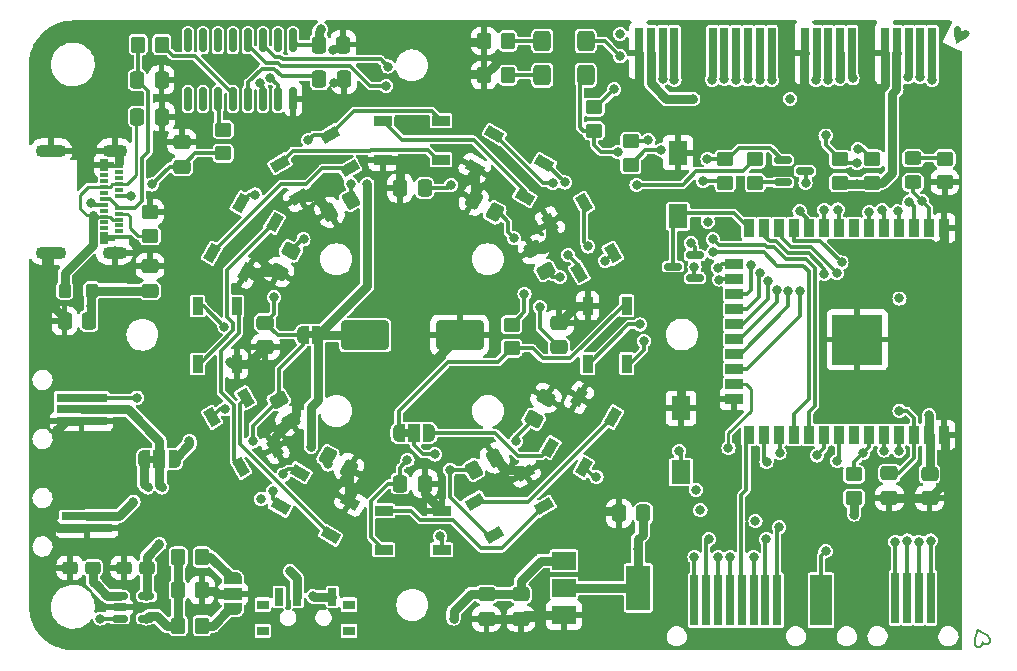
<source format=gbr>
%TF.GenerationSoftware,KiCad,Pcbnew,7.0.1*%
%TF.CreationDate,2023-03-19T17:11:43+00:00*%
%TF.ProjectId,ImogenWren,496d6f67-656e-4577-9265-6e2e6b696361,rev?*%
%TF.SameCoordinates,Original*%
%TF.FileFunction,Copper,L4,Bot*%
%TF.FilePolarity,Positive*%
%FSLAX46Y46*%
G04 Gerber Fmt 4.6, Leading zero omitted, Abs format (unit mm)*
G04 Created by KiCad (PCBNEW 7.0.1) date 2023-03-19 17:11:43*
%MOMM*%
%LPD*%
G01*
G04 APERTURE LIST*
G04 Aperture macros list*
%AMRoundRect*
0 Rectangle with rounded corners*
0 $1 Rounding radius*
0 $2 $3 $4 $5 $6 $7 $8 $9 X,Y pos of 4 corners*
0 Add a 4 corners polygon primitive as box body*
4,1,4,$2,$3,$4,$5,$6,$7,$8,$9,$2,$3,0*
0 Add four circle primitives for the rounded corners*
1,1,$1+$1,$2,$3*
1,1,$1+$1,$4,$5*
1,1,$1+$1,$6,$7*
1,1,$1+$1,$8,$9*
0 Add four rect primitives between the rounded corners*
20,1,$1+$1,$2,$3,$4,$5,0*
20,1,$1+$1,$4,$5,$6,$7,0*
20,1,$1+$1,$6,$7,$8,$9,0*
20,1,$1+$1,$8,$9,$2,$3,0*%
%AMRotRect*
0 Rectangle, with rotation*
0 The origin of the aperture is its center*
0 $1 length*
0 $2 width*
0 $3 Rotation angle, in degrees counterclockwise*
0 Add horizontal line*
21,1,$1,$2,0,0,$3*%
%AMFreePoly0*
4,1,19,0.550000,-0.750000,0.000000,-0.750000,0.000000,-0.744911,-0.071157,-0.744911,-0.207708,-0.704816,-0.327430,-0.627875,-0.420627,-0.520320,-0.479746,-0.390866,-0.500000,-0.250000,-0.500000,0.250000,-0.479746,0.390866,-0.420627,0.520320,-0.327430,0.627875,-0.207708,0.704816,-0.071157,0.744911,0.000000,0.744911,0.000000,0.750000,0.550000,0.750000,0.550000,-0.750000,0.550000,-0.750000,
$1*%
%AMFreePoly1*
4,1,19,0.000000,0.744911,0.071157,0.744911,0.207708,0.704816,0.327430,0.627875,0.420627,0.520320,0.479746,0.390866,0.500000,0.250000,0.500000,-0.250000,0.479746,-0.390866,0.420627,-0.520320,0.327430,-0.627875,0.207708,-0.704816,0.071157,-0.744911,0.000000,-0.744911,0.000000,-0.750000,-0.550000,-0.750000,-0.550000,0.750000,0.000000,0.750000,0.000000,0.744911,0.000000,0.744911,
$1*%
%AMFreePoly2*
4,1,19,0.500000,-0.750000,0.000000,-0.750000,0.000000,-0.744911,-0.071157,-0.744911,-0.207708,-0.704816,-0.327430,-0.627875,-0.420627,-0.520320,-0.479746,-0.390866,-0.500000,-0.250000,-0.500000,0.250000,-0.479746,0.390866,-0.420627,0.520320,-0.327430,0.627875,-0.207708,0.704816,-0.071157,0.744911,0.000000,0.744911,0.000000,0.750000,0.500000,0.750000,0.500000,-0.750000,0.500000,-0.750000,
$1*%
%AMFreePoly3*
4,1,19,0.000000,0.744911,0.071157,0.744911,0.207708,0.704816,0.327430,0.627875,0.420627,0.520320,0.479746,0.390866,0.500000,0.250000,0.500000,-0.250000,0.479746,-0.390866,0.420627,-0.520320,0.327430,-0.627875,0.207708,-0.704816,0.071157,-0.744911,0.000000,-0.744911,0.000000,-0.750000,-0.500000,-0.750000,-0.500000,0.750000,0.000000,0.750000,0.000000,0.744911,0.000000,0.744911,
$1*%
G04 Aperture macros list end*
%ADD10C,0.300000*%
%TA.AperFunction,NonConductor*%
%ADD11C,0.300000*%
%TD*%
%TA.AperFunction,SMDPad,CuDef*%
%ADD12R,0.900000X1.500000*%
%TD*%
%TA.AperFunction,SMDPad,CuDef*%
%ADD13R,1.500000X0.900000*%
%TD*%
%TA.AperFunction,HeatsinkPad*%
%ADD14C,0.600000*%
%TD*%
%TA.AperFunction,SMDPad,CuDef*%
%ADD15R,1.050000X1.050000*%
%TD*%
%TA.AperFunction,SMDPad,CuDef*%
%ADD16R,4.200000X4.200000*%
%TD*%
%TA.AperFunction,SMDPad,CuDef*%
%ADD17RoundRect,0.250000X-0.475000X0.337500X-0.475000X-0.337500X0.475000X-0.337500X0.475000X0.337500X0*%
%TD*%
%TA.AperFunction,ConnectorPad*%
%ADD18R,0.700000X4.300000*%
%TD*%
%TA.AperFunction,SMDPad,CuDef*%
%ADD19RoundRect,0.250000X0.400000X0.275000X-0.400000X0.275000X-0.400000X-0.275000X0.400000X-0.275000X0*%
%TD*%
%TA.AperFunction,SMDPad,CuDef*%
%ADD20RoundRect,0.250000X-0.275000X-0.350000X0.275000X-0.350000X0.275000X0.350000X-0.275000X0.350000X0*%
%TD*%
%TA.AperFunction,SMDPad,CuDef*%
%ADD21RoundRect,0.250000X-0.450000X0.325000X-0.450000X-0.325000X0.450000X-0.325000X0.450000X0.325000X0*%
%TD*%
%TA.AperFunction,SMDPad,CuDef*%
%ADD22RoundRect,0.250000X-0.337500X-0.475000X0.337500X-0.475000X0.337500X0.475000X-0.337500X0.475000X0*%
%TD*%
%TA.AperFunction,SMDPad,CuDef*%
%ADD23RoundRect,0.150000X0.150000X-0.825000X0.150000X0.825000X-0.150000X0.825000X-0.150000X-0.825000X0*%
%TD*%
%TA.AperFunction,SMDPad,CuDef*%
%ADD24FreePoly0,0.000000*%
%TD*%
%TA.AperFunction,SMDPad,CuDef*%
%ADD25R,1.000000X1.500000*%
%TD*%
%TA.AperFunction,SMDPad,CuDef*%
%ADD26FreePoly1,0.000000*%
%TD*%
%TA.AperFunction,SMDPad,CuDef*%
%ADD27FreePoly0,270.000000*%
%TD*%
%TA.AperFunction,SMDPad,CuDef*%
%ADD28R,1.500000X1.000000*%
%TD*%
%TA.AperFunction,SMDPad,CuDef*%
%ADD29FreePoly1,270.000000*%
%TD*%
%TA.AperFunction,SMDPad,CuDef*%
%ADD30RotRect,1.500000X0.900000X150.000000*%
%TD*%
%TA.AperFunction,SMDPad,CuDef*%
%ADD31RoundRect,0.250000X0.054784X0.580112X-0.529784X0.242612X-0.054784X-0.580112X0.529784X-0.242612X0*%
%TD*%
%TA.AperFunction,SMDPad,CuDef*%
%ADD32RoundRect,0.250000X-0.350000X-0.450000X0.350000X-0.450000X0.350000X0.450000X-0.350000X0.450000X0*%
%TD*%
%TA.AperFunction,SMDPad,CuDef*%
%ADD33RoundRect,0.250000X0.350000X0.450000X-0.350000X0.450000X-0.350000X-0.450000X0.350000X-0.450000X0*%
%TD*%
%TA.AperFunction,SMDPad,CuDef*%
%ADD34RoundRect,0.250000X0.580112X-0.054784X0.242612X0.529784X-0.580112X0.054784X-0.242612X-0.529784X0*%
%TD*%
%TA.AperFunction,SMDPad,CuDef*%
%ADD35RoundRect,0.284615X0.455385X0.565385X-0.455385X0.565385X-0.455385X-0.565385X0.455385X-0.565385X0*%
%TD*%
%TA.AperFunction,SMDPad,CuDef*%
%ADD36RoundRect,0.286538X0.458462X0.563462X-0.458462X0.563462X-0.458462X-0.563462X0.458462X-0.563462X0*%
%TD*%
%TA.AperFunction,SMDPad,CuDef*%
%ADD37RoundRect,0.250000X-0.450000X0.350000X-0.450000X-0.350000X0.450000X-0.350000X0.450000X0.350000X0*%
%TD*%
%TA.AperFunction,SMDPad,CuDef*%
%ADD38RoundRect,0.250000X-0.580112X0.054784X-0.242612X-0.529784X0.580112X-0.054784X0.242612X0.529784X0*%
%TD*%
%TA.AperFunction,SMDPad,CuDef*%
%ADD39RoundRect,0.250000X0.337500X0.475000X-0.337500X0.475000X-0.337500X-0.475000X0.337500X-0.475000X0*%
%TD*%
%TA.AperFunction,SMDPad,CuDef*%
%ADD40FreePoly2,180.000000*%
%TD*%
%TA.AperFunction,SMDPad,CuDef*%
%ADD41FreePoly3,180.000000*%
%TD*%
%TA.AperFunction,SMDPad,CuDef*%
%ADD42RotRect,1.500000X0.900000X120.000000*%
%TD*%
%TA.AperFunction,SMDPad,CuDef*%
%ADD43RotRect,1.500000X0.900000X60.000000*%
%TD*%
%TA.AperFunction,ConnectorPad*%
%ADD44R,4.300000X0.700000*%
%TD*%
%TA.AperFunction,SMDPad,CuDef*%
%ADD45R,0.700000X0.300000*%
%TD*%
%TA.AperFunction,SMDPad,CuDef*%
%ADD46R,0.700000X1.000000*%
%TD*%
%TA.AperFunction,ComponentPad*%
%ADD47O,2.600000X1.100000*%
%TD*%
%TA.AperFunction,ComponentPad*%
%ADD48O,2.100000X1.100000*%
%TD*%
%TA.AperFunction,SMDPad,CuDef*%
%ADD49RotRect,1.500000X0.900000X300.000000*%
%TD*%
%TA.AperFunction,SMDPad,CuDef*%
%ADD50R,2.000000X1.500000*%
%TD*%
%TA.AperFunction,SMDPad,CuDef*%
%ADD51R,2.000000X3.800000*%
%TD*%
%TA.AperFunction,SMDPad,CuDef*%
%ADD52RoundRect,0.250000X0.529784X0.242612X-0.054784X0.580112X-0.529784X-0.242612X0.054784X-0.580112X0*%
%TD*%
%TA.AperFunction,SMDPad,CuDef*%
%ADD53RoundRect,0.250000X0.450000X-0.350000X0.450000X0.350000X-0.450000X0.350000X-0.450000X-0.350000X0*%
%TD*%
%TA.AperFunction,SMDPad,CuDef*%
%ADD54RoundRect,0.250000X-0.529784X-0.242612X0.054784X-0.580112X0.529784X0.242612X-0.054784X0.580112X0*%
%TD*%
%TA.AperFunction,SMDPad,CuDef*%
%ADD55RoundRect,0.250000X-1.750000X-1.000000X1.750000X-1.000000X1.750000X1.000000X-1.750000X1.000000X0*%
%TD*%
%TA.AperFunction,SMDPad,CuDef*%
%ADD56RoundRect,0.150000X-0.587500X-0.150000X0.587500X-0.150000X0.587500X0.150000X-0.587500X0.150000X0*%
%TD*%
%TA.AperFunction,SMDPad,CuDef*%
%ADD57R,1.000000X0.800000*%
%TD*%
%TA.AperFunction,SMDPad,CuDef*%
%ADD58R,0.700000X1.500000*%
%TD*%
%TA.AperFunction,SMDPad,CuDef*%
%ADD59RotRect,1.500000X0.900000X210.000000*%
%TD*%
%TA.AperFunction,SMDPad,CuDef*%
%ADD60RotRect,1.500000X0.900000X30.000000*%
%TD*%
%TA.AperFunction,SMDPad,CuDef*%
%ADD61RotRect,1.500000X0.900000X330.000000*%
%TD*%
%TA.AperFunction,SMDPad,CuDef*%
%ADD62RoundRect,0.250000X0.242612X-0.529784X0.580112X0.054784X-0.242612X0.529784X-0.580112X-0.054784X0*%
%TD*%
%TA.AperFunction,SMDPad,CuDef*%
%ADD63R,1.600000X2.000000*%
%TD*%
%TA.AperFunction,SMDPad,CuDef*%
%ADD64RoundRect,0.250000X-0.054784X-0.580112X0.529784X-0.242612X0.054784X0.580112X-0.529784X0.242612X0*%
%TD*%
%TA.AperFunction,SMDPad,CuDef*%
%ADD65RotRect,1.500000X0.900000X240.000000*%
%TD*%
%TA.AperFunction,SMDPad,CuDef*%
%ADD66RoundRect,0.150000X0.587500X0.150000X-0.587500X0.150000X-0.587500X-0.150000X0.587500X-0.150000X0*%
%TD*%
%TA.AperFunction,SMDPad,CuDef*%
%ADD67RoundRect,0.250000X-0.242612X0.529784X-0.580112X-0.054784X0.242612X-0.529784X0.580112X0.054784X0*%
%TD*%
%TA.AperFunction,SMDPad,CuDef*%
%ADD68RoundRect,0.250000X0.475000X-0.337500X0.475000X0.337500X-0.475000X0.337500X-0.475000X-0.337500X0*%
%TD*%
%TA.AperFunction,ConnectorPad*%
%ADD69R,1.874000X4.300000*%
%TD*%
%TA.AperFunction,SMDPad,CuDef*%
%ADD70RoundRect,0.150000X-0.512500X-0.150000X0.512500X-0.150000X0.512500X0.150000X-0.512500X0.150000X0*%
%TD*%
%TA.AperFunction,ViaPad*%
%ADD71C,0.800000*%
%TD*%
%TA.AperFunction,Conductor*%
%ADD72C,0.800000*%
%TD*%
%TA.AperFunction,Conductor*%
%ADD73C,0.300000*%
%TD*%
%TA.AperFunction,Conductor*%
%ADD74C,0.250000*%
%TD*%
%TA.AperFunction,Conductor*%
%ADD75C,0.500000*%
%TD*%
G04 APERTURE END LIST*
D10*
D11*
G36*
X190203704Y-68721834D02*
G01*
X190210143Y-68708566D01*
X190218667Y-68692487D01*
X190227719Y-68676970D01*
X190237298Y-68662014D01*
X190247405Y-68647621D01*
X190258040Y-68633789D01*
X190264673Y-68625759D01*
X190276125Y-68612905D01*
X190287955Y-68600976D01*
X190300161Y-68589974D01*
X190312745Y-68579897D01*
X190325707Y-68570747D01*
X190339046Y-68562522D01*
X190344487Y-68559492D01*
X190358434Y-68552564D01*
X190372820Y-68546768D01*
X190387644Y-68542104D01*
X190402908Y-68538573D01*
X190418611Y-68536174D01*
X190434754Y-68534908D01*
X190441333Y-68534719D01*
X190457971Y-68535024D01*
X190474918Y-68536737D01*
X190492177Y-68539858D01*
X190509746Y-68544387D01*
X190524025Y-68549024D01*
X190538502Y-68554562D01*
X190553179Y-68561002D01*
X190566923Y-68567596D01*
X190580141Y-68574314D01*
X190596945Y-68583463D01*
X190612813Y-68592833D01*
X190627744Y-68602424D01*
X190641740Y-68612234D01*
X190654798Y-68622265D01*
X190666920Y-68632515D01*
X190672630Y-68637724D01*
X190683421Y-68648175D01*
X190696032Y-68661291D01*
X190707669Y-68674467D01*
X190718330Y-68687701D01*
X190728017Y-68700993D01*
X190736729Y-68714345D01*
X190741488Y-68722384D01*
X190748748Y-68735624D01*
X190755358Y-68748818D01*
X190762433Y-68764590D01*
X190768572Y-68780296D01*
X190773777Y-68795934D01*
X190776727Y-68806323D01*
X190780646Y-68821486D01*
X190784312Y-68836218D01*
X190787724Y-68850519D01*
X190791384Y-68866659D01*
X190794699Y-68882212D01*
X190798046Y-68896907D01*
X190802208Y-68912674D01*
X190806729Y-68927345D01*
X190812246Y-68942541D01*
X190818991Y-68955847D01*
X190829273Y-68968032D01*
X190842490Y-68977479D01*
X190847027Y-68979780D01*
X190862110Y-68985150D01*
X190877100Y-68987152D01*
X190891999Y-68985786D01*
X190900236Y-68983571D01*
X190915262Y-68977954D01*
X190929308Y-68971942D01*
X190944005Y-68964968D01*
X190957398Y-68958079D01*
X190971234Y-68950524D01*
X190985614Y-68942796D01*
X191000539Y-68934897D01*
X191013765Y-68927990D01*
X191025092Y-68922138D01*
X191039246Y-68915280D01*
X191054077Y-68909107D01*
X191069583Y-68903618D01*
X191085765Y-68898814D01*
X191102622Y-68894694D01*
X191108391Y-68893473D01*
X191123255Y-68890808D01*
X191138718Y-68888934D01*
X191154778Y-68887853D01*
X191171435Y-68887563D01*
X191188691Y-68888066D01*
X191206545Y-68889360D01*
X191213853Y-68890100D01*
X191228737Y-68892114D01*
X191244126Y-68895020D01*
X191260021Y-68898819D01*
X191276421Y-68903511D01*
X191293328Y-68909095D01*
X191310741Y-68915573D01*
X191328659Y-68922943D01*
X191342430Y-68929056D01*
X191347083Y-68931206D01*
X191360591Y-68937890D01*
X191376476Y-68946863D01*
X191391252Y-68956522D01*
X191404919Y-68966868D01*
X191417475Y-68977901D01*
X191428922Y-68989620D01*
X191435258Y-68996981D01*
X191444898Y-69009490D01*
X191453475Y-69022372D01*
X191460991Y-69035627D01*
X191467444Y-69049255D01*
X191472835Y-69063257D01*
X191477163Y-69077631D01*
X191478597Y-69083485D01*
X191481463Y-69098188D01*
X191483423Y-69113180D01*
X191484479Y-69128460D01*
X191484631Y-69144029D01*
X191483878Y-69159887D01*
X191482221Y-69176034D01*
X191481305Y-69182574D01*
X191478390Y-69198815D01*
X191474697Y-69215029D01*
X191470228Y-69231217D01*
X191464982Y-69247378D01*
X191458959Y-69263512D01*
X191452158Y-69279619D01*
X191449220Y-69286054D01*
X191442891Y-69299337D01*
X191433103Y-69318798D01*
X191422963Y-69337705D01*
X191412470Y-69356056D01*
X191401625Y-69373852D01*
X191390428Y-69391094D01*
X191378879Y-69407780D01*
X191366977Y-69423911D01*
X191354724Y-69439487D01*
X191342118Y-69454508D01*
X191329159Y-69468974D01*
X191315840Y-69482983D01*
X191302277Y-69496695D01*
X191288469Y-69510107D01*
X191274417Y-69523221D01*
X191260121Y-69536036D01*
X191245580Y-69548552D01*
X191230794Y-69560770D01*
X191215764Y-69572688D01*
X191200490Y-69584309D01*
X191184972Y-69595630D01*
X191174490Y-69603012D01*
X191158624Y-69613812D01*
X191142577Y-69624393D01*
X191126348Y-69634755D01*
X191109937Y-69644896D01*
X191093344Y-69654818D01*
X191076570Y-69664520D01*
X191059614Y-69674002D01*
X191042476Y-69683264D01*
X191025156Y-69692307D01*
X191007655Y-69701130D01*
X190995886Y-69706890D01*
X190978059Y-69715431D01*
X190960128Y-69723982D01*
X190942093Y-69732541D01*
X190923955Y-69741108D01*
X190905714Y-69749684D01*
X190887369Y-69758269D01*
X190868921Y-69766862D01*
X190850369Y-69775464D01*
X190831714Y-69784075D01*
X190812955Y-69792694D01*
X190800391Y-69798445D01*
X190784745Y-69805962D01*
X190769107Y-69813398D01*
X190753480Y-69820753D01*
X190737861Y-69828027D01*
X190722252Y-69835220D01*
X190717050Y-69837600D01*
X190701482Y-69844869D01*
X190685978Y-69852424D01*
X190670540Y-69860266D01*
X190655168Y-69868394D01*
X190639861Y-69876808D01*
X190634773Y-69879677D01*
X190621128Y-69887848D01*
X190608028Y-69895786D01*
X190593938Y-69904367D01*
X190582372Y-69911431D01*
X190567617Y-69920306D01*
X190552496Y-69929296D01*
X190539617Y-69936874D01*
X190526483Y-69944530D01*
X190513096Y-69952266D01*
X190499454Y-69960081D01*
X190485826Y-69967618D01*
X190472589Y-69974824D01*
X190457220Y-69983034D01*
X190442415Y-69990768D01*
X190428173Y-69998026D01*
X190418991Y-70002600D01*
X190404510Y-70009393D01*
X190389913Y-70015114D01*
X190375128Y-70016911D01*
X190363201Y-70007263D01*
X190354862Y-69994222D01*
X190351703Y-69987392D01*
X190345763Y-69972211D01*
X190341100Y-69957516D01*
X190337085Y-69941845D01*
X190335508Y-69934566D01*
X190332641Y-69919965D01*
X190329791Y-69903895D01*
X190327342Y-69888204D01*
X190325930Y-69877953D01*
X190323794Y-69863364D01*
X190321042Y-69848072D01*
X190317861Y-69834575D01*
X190314200Y-69815972D01*
X190310300Y-69797422D01*
X190306161Y-69778924D01*
X190301782Y-69760479D01*
X190297164Y-69742086D01*
X190292306Y-69723746D01*
X190287210Y-69705459D01*
X190281874Y-69687225D01*
X190276378Y-69668941D01*
X190270723Y-69650671D01*
X190264910Y-69632417D01*
X190258939Y-69614176D01*
X190252810Y-69595951D01*
X190246522Y-69577740D01*
X190240075Y-69559543D01*
X190233470Y-69541361D01*
X190226999Y-69521745D01*
X190220645Y-69502183D01*
X190214407Y-69482675D01*
X190208287Y-69463222D01*
X190202282Y-69443823D01*
X190196395Y-69424478D01*
X190190624Y-69405188D01*
X190184970Y-69385953D01*
X190179433Y-69366772D01*
X190174013Y-69347645D01*
X190170464Y-69334924D01*
X190165290Y-69315842D01*
X190160463Y-69296779D01*
X190155982Y-69277735D01*
X190151848Y-69258710D01*
X190148059Y-69239705D01*
X190144617Y-69220720D01*
X190141521Y-69201753D01*
X190138772Y-69182806D01*
X190136368Y-69163878D01*
X190134311Y-69144970D01*
X190133132Y-69132375D01*
X190131688Y-69113484D01*
X190130661Y-69094581D01*
X190130052Y-69075667D01*
X190129860Y-69056741D01*
X190130085Y-69037804D01*
X190130728Y-69018855D01*
X190131788Y-68999895D01*
X190133266Y-68980924D01*
X190135161Y-68961941D01*
X190137474Y-68942947D01*
X190139248Y-68930278D01*
X190142295Y-68911194D01*
X190145962Y-68892016D01*
X190150249Y-68872743D01*
X190155156Y-68853375D01*
X190160682Y-68833912D01*
X190166828Y-68814354D01*
X190173594Y-68794702D01*
X190180979Y-68774955D01*
X190188984Y-68755114D01*
X190197609Y-68735177D01*
X190203704Y-68721834D01*
G37*
D10*
D11*
G36*
X192189644Y-119572719D02*
G01*
X192206151Y-119575959D01*
X192219635Y-119580193D01*
X192233734Y-119585452D01*
X192247857Y-119591304D01*
X192262005Y-119597750D01*
X192276177Y-119604791D01*
X192290373Y-119612426D01*
X192295111Y-119615103D01*
X192309404Y-119623379D01*
X192323496Y-119631782D01*
X192337388Y-119640314D01*
X192351081Y-119648973D01*
X192364572Y-119657760D01*
X192369025Y-119660717D01*
X192381869Y-119669342D01*
X192395517Y-119678402D01*
X192409355Y-119687431D01*
X192422677Y-119695902D01*
X192425314Y-119697541D01*
X192442498Y-119708833D01*
X192459744Y-119719957D01*
X192477053Y-119730915D01*
X192494425Y-119741706D01*
X192511859Y-119752331D01*
X192529356Y-119762788D01*
X192546915Y-119773079D01*
X192564537Y-119783203D01*
X192582222Y-119793161D01*
X192599970Y-119802952D01*
X192611836Y-119809386D01*
X192629711Y-119819026D01*
X192647645Y-119828623D01*
X192665639Y-119838178D01*
X192683693Y-119847690D01*
X192701807Y-119857160D01*
X192719981Y-119866588D01*
X192738215Y-119875973D01*
X192756509Y-119885316D01*
X192774863Y-119894616D01*
X192793276Y-119903875D01*
X192805586Y-119910023D01*
X192825020Y-119919853D01*
X192844232Y-119930041D01*
X192863221Y-119940587D01*
X192881987Y-119951491D01*
X192900530Y-119962754D01*
X192918850Y-119974376D01*
X192936947Y-119986355D01*
X192954822Y-119998693D01*
X192972473Y-120011389D01*
X192989902Y-120024443D01*
X193007107Y-120037856D01*
X193024090Y-120051627D01*
X193040850Y-120065757D01*
X193057387Y-120080244D01*
X193073701Y-120095090D01*
X193089792Y-120110295D01*
X193105523Y-120125887D01*
X193120726Y-120141812D01*
X193135402Y-120158069D01*
X193149550Y-120174658D01*
X193163170Y-120191580D01*
X193176262Y-120208834D01*
X193188826Y-120226420D01*
X193200862Y-120244338D01*
X193212371Y-120262588D01*
X193223351Y-120281171D01*
X193233804Y-120300086D01*
X193243729Y-120319333D01*
X193253126Y-120338913D01*
X193261995Y-120358824D01*
X193270337Y-120379068D01*
X193278150Y-120399644D01*
X193283714Y-120415476D01*
X193288844Y-120431211D01*
X193293543Y-120446850D01*
X193297809Y-120462393D01*
X193301642Y-120477840D01*
X193305043Y-120493190D01*
X193308012Y-120508445D01*
X193310548Y-120523603D01*
X193312651Y-120538665D01*
X193314322Y-120553631D01*
X193315196Y-120563555D01*
X193316180Y-120578339D01*
X193316653Y-120597706D01*
X193316167Y-120616680D01*
X193314720Y-120635259D01*
X193312314Y-120653445D01*
X193308949Y-120671237D01*
X193304623Y-120688634D01*
X193299338Y-120705638D01*
X193297867Y-120709828D01*
X193291362Y-120726316D01*
X193283856Y-120742365D01*
X193275349Y-120757974D01*
X193265842Y-120773143D01*
X193255334Y-120787872D01*
X193243824Y-120802161D01*
X193231315Y-120816010D01*
X193217804Y-120829420D01*
X193203243Y-120842304D01*
X193191601Y-120851566D01*
X193179340Y-120860484D01*
X193166461Y-120869059D01*
X193152963Y-120877290D01*
X193138847Y-120885177D01*
X193124112Y-120892720D01*
X193108759Y-120899920D01*
X193092787Y-120906776D01*
X193076196Y-120913289D01*
X193070529Y-120915383D01*
X193052792Y-120921467D01*
X193035215Y-120926750D01*
X193017797Y-120931232D01*
X193000539Y-120934912D01*
X192983439Y-120937791D01*
X192966499Y-120939870D01*
X192949717Y-120941147D01*
X192933096Y-120941622D01*
X192916782Y-120941657D01*
X192900864Y-120941438D01*
X192885340Y-120940966D01*
X192870212Y-120940240D01*
X192855479Y-120939261D01*
X192837618Y-120937681D01*
X192820375Y-120935704D01*
X192813650Y-120934803D01*
X192797397Y-120932388D01*
X192781798Y-120929887D01*
X192766853Y-120927301D01*
X192749783Y-120924084D01*
X192733654Y-120920743D01*
X192720933Y-120917865D01*
X192704723Y-120914650D01*
X192688491Y-120912883D01*
X192673153Y-120913325D01*
X192662119Y-120915879D01*
X192648828Y-120923481D01*
X192636492Y-120934344D01*
X192625987Y-120945684D01*
X192617996Y-120955331D01*
X192607762Y-120968084D01*
X192596630Y-120981383D01*
X192586667Y-120992883D01*
X192576081Y-121004762D01*
X192564871Y-121017020D01*
X192553038Y-121029658D01*
X192540496Y-121042544D01*
X192529890Y-121052938D01*
X192518776Y-121063407D01*
X192507152Y-121073951D01*
X192495021Y-121084572D01*
X192482380Y-121095267D01*
X192469231Y-121106038D01*
X192459036Y-121114166D01*
X192445077Y-121124821D01*
X192430535Y-121134944D01*
X192415410Y-121144537D01*
X192399702Y-121153599D01*
X192383410Y-121162130D01*
X192366536Y-121170129D01*
X192349078Y-121177598D01*
X192331037Y-121184536D01*
X192316560Y-121189490D01*
X192302177Y-121193779D01*
X192287888Y-121197404D01*
X192268982Y-121201203D01*
X192250243Y-121203820D01*
X192231670Y-121205255D01*
X192213265Y-121205509D01*
X192195026Y-121204582D01*
X192181457Y-121203110D01*
X192163720Y-121200337D01*
X192146332Y-121196718D01*
X192129294Y-121192252D01*
X192112607Y-121186940D01*
X192096269Y-121180782D01*
X192080281Y-121173778D01*
X192064643Y-121165928D01*
X192049355Y-121157231D01*
X192034490Y-121147839D01*
X192020058Y-121137728D01*
X192006059Y-121126899D01*
X191992493Y-121115352D01*
X191979360Y-121103087D01*
X191966660Y-121090104D01*
X191954394Y-121076403D01*
X191942560Y-121061984D01*
X191931374Y-121047067D01*
X191920815Y-121031763D01*
X191910883Y-121016073D01*
X191901578Y-120999997D01*
X191892899Y-120983534D01*
X191884847Y-120966684D01*
X191877423Y-120949448D01*
X191870625Y-120931826D01*
X191864904Y-120915486D01*
X191859582Y-120899001D01*
X191854660Y-120882371D01*
X191850137Y-120865596D01*
X191846014Y-120848675D01*
X191842290Y-120831608D01*
X191838966Y-120814397D01*
X191836041Y-120797040D01*
X191833515Y-120779537D01*
X191831389Y-120761889D01*
X191830193Y-120750044D01*
X191828699Y-120732221D01*
X191827536Y-120714387D01*
X191826705Y-120696541D01*
X191826206Y-120678685D01*
X191826039Y-120660818D01*
X191826042Y-120660456D01*
X191995326Y-120660456D01*
X191995340Y-120676106D01*
X191995645Y-120691746D01*
X191996010Y-120702167D01*
X191996878Y-120717762D01*
X191998195Y-120733290D01*
X191999960Y-120748750D01*
X192002174Y-120764144D01*
X192004836Y-120779470D01*
X192007947Y-120794728D01*
X192011506Y-120809920D01*
X192015513Y-120825044D01*
X192019969Y-120840101D01*
X192024873Y-120855090D01*
X192028391Y-120865046D01*
X192035092Y-120882213D01*
X192042413Y-120898600D01*
X192050355Y-120914205D01*
X192058917Y-120929030D01*
X192068099Y-120943073D01*
X192077902Y-120956336D01*
X192088325Y-120968818D01*
X192099368Y-120980519D01*
X192111032Y-120991439D01*
X192123316Y-121001577D01*
X192131851Y-121007903D01*
X192145200Y-121016352D01*
X192159103Y-121023291D01*
X192173560Y-121028719D01*
X192188570Y-121032637D01*
X192204134Y-121035044D01*
X192220252Y-121035941D01*
X192236923Y-121035327D01*
X192254148Y-121033203D01*
X192271926Y-121029568D01*
X192290258Y-121024423D01*
X192302787Y-121020154D01*
X192319609Y-121013751D01*
X192335477Y-121007135D01*
X192350389Y-121000306D01*
X192364347Y-120993264D01*
X192377351Y-120986009D01*
X192392262Y-120976641D01*
X192405682Y-120966940D01*
X192410632Y-120962967D01*
X192422279Y-120952733D01*
X192432852Y-120942109D01*
X192444121Y-120928847D01*
X192453843Y-120915024D01*
X192462017Y-120900641D01*
X192466607Y-120890740D01*
X192472583Y-120875827D01*
X192477679Y-120860905D01*
X192481894Y-120845975D01*
X192485229Y-120831036D01*
X192487684Y-120816089D01*
X192488307Y-120811105D01*
X192490040Y-120796297D01*
X192492093Y-120779391D01*
X192494178Y-120762883D01*
X192496297Y-120746774D01*
X192497831Y-120735511D01*
X192500295Y-120720467D01*
X192503724Y-120704331D01*
X192507807Y-120689321D01*
X192512543Y-120675438D01*
X192513181Y-120673782D01*
X192520888Y-120660234D01*
X192531903Y-120648998D01*
X192544472Y-120640951D01*
X192555614Y-120636115D01*
X192569975Y-120632584D01*
X192585549Y-120632778D01*
X192600722Y-120637308D01*
X192605195Y-120639512D01*
X192618838Y-120647471D01*
X192631431Y-120655827D01*
X192644463Y-120665387D01*
X192656225Y-120674741D01*
X192668420Y-120684873D01*
X192681035Y-120695337D01*
X192694069Y-120706134D01*
X192705575Y-120715653D01*
X192715398Y-120723772D01*
X192727727Y-120733407D01*
X192740530Y-120742458D01*
X192753805Y-120750926D01*
X192767553Y-120758811D01*
X192781775Y-120766113D01*
X192786620Y-120768417D01*
X192801804Y-120774774D01*
X192817774Y-120780050D01*
X192834529Y-120784245D01*
X192849092Y-120786916D01*
X192864199Y-120788836D01*
X192876678Y-120789831D01*
X192892806Y-120790139D01*
X192909555Y-120789173D01*
X192926926Y-120786934D01*
X192944919Y-120783421D01*
X192959761Y-120779695D01*
X192975000Y-120775153D01*
X192990638Y-120769796D01*
X193004438Y-120764551D01*
X193023958Y-120756279D01*
X193042060Y-120747523D01*
X193058746Y-120738281D01*
X193074015Y-120728555D01*
X193087866Y-120718343D01*
X193100301Y-120707647D01*
X193111319Y-120696466D01*
X193120920Y-120684800D01*
X193131518Y-120668491D01*
X193135872Y-120660014D01*
X193142823Y-120642205D01*
X193146515Y-120627900D01*
X193148903Y-120612780D01*
X193149988Y-120596847D01*
X193149769Y-120580099D01*
X193148247Y-120562538D01*
X193145420Y-120544162D01*
X193141290Y-120524973D01*
X193135857Y-120504970D01*
X193129120Y-120484153D01*
X193126584Y-120477033D01*
X193121232Y-120462874D01*
X193115559Y-120448927D01*
X193109567Y-120435192D01*
X193103254Y-120421670D01*
X193096621Y-120408360D01*
X193089668Y-120395263D01*
X193082394Y-120382379D01*
X193074801Y-120369707D01*
X193066887Y-120357247D01*
X193058653Y-120345000D01*
X193052986Y-120336953D01*
X193044344Y-120325015D01*
X193035503Y-120313244D01*
X193026462Y-120301643D01*
X193017222Y-120290209D01*
X193007784Y-120278944D01*
X192998146Y-120267848D01*
X192988309Y-120256920D01*
X192978272Y-120246160D01*
X192968037Y-120235569D01*
X192957603Y-120225146D01*
X192950536Y-120218291D01*
X192939811Y-120208207D01*
X192928924Y-120198278D01*
X192917873Y-120188505D01*
X192906660Y-120178886D01*
X192895284Y-120169423D01*
X192883746Y-120160115D01*
X192872044Y-120150962D01*
X192860180Y-120141964D01*
X192848153Y-120133122D01*
X192835963Y-120124434D01*
X192827745Y-120118729D01*
X192815358Y-120110364D01*
X192802910Y-120102151D01*
X192790401Y-120094090D01*
X192777831Y-120086182D01*
X192765200Y-120078426D01*
X192752508Y-120070823D01*
X192739755Y-120063372D01*
X192726941Y-120056073D01*
X192714066Y-120048927D01*
X192701130Y-120041934D01*
X192692471Y-120037356D01*
X192677817Y-120029897D01*
X192663389Y-120022068D01*
X192649117Y-120014079D01*
X192636226Y-120006731D01*
X192622026Y-119998530D01*
X192606518Y-119989479D01*
X192602436Y-119987082D01*
X192585932Y-119977439D01*
X192569168Y-119967782D01*
X192556423Y-119960529D01*
X192543531Y-119953268D01*
X192530492Y-119945999D01*
X192517306Y-119938721D01*
X192503974Y-119931436D01*
X192490494Y-119924142D01*
X192476868Y-119916840D01*
X192463094Y-119909529D01*
X192449356Y-119902296D01*
X192435833Y-119895223D01*
X192422527Y-119888311D01*
X192409437Y-119881561D01*
X192392320Y-119872811D01*
X192375588Y-119864348D01*
X192359241Y-119856171D01*
X192343277Y-119848281D01*
X192327699Y-119840677D01*
X192313139Y-119833731D01*
X192297025Y-119826587D01*
X192283226Y-119821150D01*
X192267798Y-119816408D01*
X192252726Y-119815721D01*
X192241246Y-119825951D01*
X192232887Y-119839359D01*
X192229667Y-119845557D01*
X192223180Y-119859468D01*
X192217305Y-119873072D01*
X192211245Y-119888012D01*
X192205904Y-119901881D01*
X192202267Y-119911672D01*
X192196766Y-119927024D01*
X192191171Y-119942795D01*
X192185481Y-119958984D01*
X192179696Y-119975591D01*
X192174804Y-119989749D01*
X192171837Y-119998384D01*
X192167065Y-120012847D01*
X192162384Y-120027143D01*
X192157795Y-120041273D01*
X192153298Y-120055237D01*
X192148023Y-120071773D01*
X192142879Y-120088069D01*
X192137882Y-120103900D01*
X192133045Y-120119043D01*
X192128368Y-120133497D01*
X192123115Y-120149489D01*
X192118080Y-120164543D01*
X192112852Y-120180238D01*
X192107778Y-120195154D01*
X192102739Y-120209444D01*
X192101224Y-120213565D01*
X192095400Y-120227606D01*
X192089681Y-120241766D01*
X192084067Y-120256046D01*
X192078559Y-120270445D01*
X192073155Y-120284964D01*
X192067857Y-120299602D01*
X192062664Y-120314359D01*
X192057576Y-120329236D01*
X192052593Y-120344232D01*
X192047715Y-120359347D01*
X192044521Y-120369490D01*
X192039892Y-120384827D01*
X192035468Y-120400199D01*
X192031248Y-120415606D01*
X192027232Y-120431048D01*
X192023422Y-120446525D01*
X192019816Y-120462038D01*
X192016415Y-120477585D01*
X192013218Y-120493168D01*
X192010226Y-120508786D01*
X192007439Y-120524439D01*
X192005695Y-120534894D01*
X192003380Y-120550624D01*
X192001356Y-120566344D01*
X191999624Y-120582054D01*
X191998182Y-120597755D01*
X191997032Y-120613445D01*
X191996172Y-120629125D01*
X191995604Y-120644795D01*
X191995326Y-120660456D01*
X191826042Y-120660456D01*
X191826203Y-120642939D01*
X191826700Y-120625050D01*
X191827528Y-120607149D01*
X191828687Y-120589237D01*
X191830179Y-120571315D01*
X191831358Y-120559360D01*
X191833452Y-120541477D01*
X191835802Y-120523618D01*
X191838407Y-120505782D01*
X191841267Y-120487970D01*
X191844382Y-120470181D01*
X191847753Y-120452416D01*
X191851379Y-120434674D01*
X191855261Y-120416957D01*
X191859397Y-120399262D01*
X191863789Y-120381592D01*
X191866859Y-120369824D01*
X191871723Y-120352325D01*
X191876756Y-120335030D01*
X191881961Y-120317941D01*
X191887336Y-120301057D01*
X191892882Y-120284378D01*
X191898598Y-120267905D01*
X191904485Y-120251636D01*
X191910543Y-120235573D01*
X191916771Y-120219715D01*
X191923170Y-120204062D01*
X191927531Y-120193740D01*
X191934200Y-120177330D01*
X191940838Y-120160989D01*
X191947443Y-120144716D01*
X191954017Y-120128512D01*
X191960558Y-120112377D01*
X191967067Y-120096311D01*
X191969662Y-120089904D01*
X191976075Y-120073950D01*
X191982276Y-120057884D01*
X191988264Y-120041705D01*
X191994040Y-120025412D01*
X191999604Y-120009007D01*
X192004955Y-119992489D01*
X192007035Y-119985850D01*
X192011052Y-119970310D01*
X192014877Y-119954535D01*
X192018335Y-119939657D01*
X192022039Y-119923206D01*
X192025988Y-119905179D01*
X192029324Y-119889625D01*
X192032798Y-119873545D01*
X192036391Y-119857422D01*
X192040102Y-119841256D01*
X192043931Y-119825047D01*
X192047878Y-119808795D01*
X192051944Y-119792500D01*
X192056128Y-119776162D01*
X192060430Y-119759781D01*
X192064979Y-119743541D01*
X192069731Y-119727691D01*
X192074685Y-119712230D01*
X192079842Y-119697158D01*
X192085201Y-119682476D01*
X192090763Y-119668182D01*
X192096527Y-119654278D01*
X192102494Y-119640763D01*
X192110233Y-119625030D01*
X192118356Y-119611347D01*
X192128610Y-119597631D01*
X192139418Y-119586867D01*
X192152726Y-119578039D01*
X192158660Y-119575485D01*
X192173087Y-119572362D01*
X192189644Y-119572719D01*
G37*
%TA.AperFunction,EtchedComponent*%
%TO.C,JP2*%
G36*
X122500000Y-105500000D02*
G01*
X122000000Y-105500000D01*
X122000000Y-104900000D01*
X122500000Y-104900000D01*
X122500000Y-105500000D01*
G37*
%TD.AperFunction*%
%TA.AperFunction,EtchedComponent*%
%TO.C,JPw1*%
G36*
X135940000Y-94990000D02*
G01*
X135440000Y-94990000D01*
X135440000Y-94390000D01*
X135940000Y-94390000D01*
X135940000Y-94990000D01*
G37*
%TD.AperFunction*%
%TA.AperFunction,EtchedComponent*%
%TO.C,JP3*%
G36*
X144050000Y-103292500D02*
G01*
X143550000Y-103292500D01*
X143550000Y-102692500D01*
X144050000Y-102692500D01*
X144050000Y-103292500D01*
G37*
%TD.AperFunction*%
%TD*%
D12*
%TO.P,U3,1,GND*%
%TO.N,GND*%
X189335000Y-103150000D03*
%TO.P,U3,2,VDD*%
%TO.N,/ESP32/3V3_BUS*%
X188065000Y-103150000D03*
%TO.P,U3,3,EN*%
%TO.N,/ESP32/USB ESP32 CH340 Interface /ESP_EN*%
X186795000Y-103150000D03*
%TO.P,U3,4,SENSOR_VP*%
%TO.N,Net-(U3-SENSOR_VP)*%
X185525000Y-103150000D03*
%TO.P,U3,5,SENSOR_VN*%
%TO.N,Net-(U3-SENSOR_VN)*%
X184255000Y-103150000D03*
%TO.P,U3,6,IO34*%
%TO.N,/CHARGE_STATUS*%
X182985000Y-103150000D03*
%TO.P,U3,7,IO35*%
%TO.N,unconnected-(U3-IO35-Pad7)*%
X181715000Y-103150000D03*
%TO.P,U3,8,GPIO32(T9)*%
%TO.N,Net-(U3-GPIO32(T9))*%
X180445000Y-103150000D03*
%TO.P,U3,9,GPIO33(T8)*%
%TO.N,Net-(U3-GPIO33(T8))*%
X179175000Y-103150000D03*
%TO.P,U3,10,GPIO25(DAC_1)*%
%TO.N,Net-(D3-K)*%
X177905000Y-103150000D03*
%TO.P,U3,11,GPIO26(DAC_2)*%
%TO.N,Net-(D2-K)*%
X176635000Y-103150000D03*
%TO.P,U3,12,GPIO27(T7)*%
%TO.N,Net-(U3-GPIO27(T7))*%
X175365000Y-103150000D03*
%TO.P,U3,13,GPIO14(T6)*%
%TO.N,Net-(U3-GPIO14(T6))*%
X174095000Y-103150000D03*
%TO.P,U3,14,GPIO12(T5)*%
%TO.N,Net-(U3-GPIO12(T5))*%
X172825000Y-103150000D03*
D13*
%TO.P,U3,15,GND*%
%TO.N,GND*%
X171575000Y-100110000D03*
%TO.P,U3,16,GPIO13(T4)*%
%TO.N,Net-(U3-GPIO13(T4))*%
X171575000Y-98840000D03*
%TO.P,U3,17,SHD/SD2*%
%TO.N,Net-(U3-SHD{slash}SD2)*%
X171575000Y-97570000D03*
%TO.P,U3,18,SWP/SD3*%
%TO.N,Net-(U3-SWP{slash}SD3)*%
X171575000Y-96300000D03*
%TO.P,U3,19,SCS/CMD*%
%TO.N,Net-(U3-SCS{slash}CMD)*%
X171575000Y-95030000D03*
%TO.P,U3,20,SCK/CLK*%
%TO.N,Net-(U3-SCK{slash}CLK)*%
X171575000Y-93760000D03*
%TO.P,U3,21,SDO/SD0*%
%TO.N,Net-(U3-SDO{slash}SD0)*%
X171575000Y-92490000D03*
%TO.P,U3,22,SDI/SD1*%
%TO.N,Net-(U3-SDI{slash}SD1)*%
X171575000Y-91220000D03*
%TO.P,U3,23,GPIO15(T3)*%
%TO.N,Net-(U3-GPIO15(T3))*%
X171575000Y-89950000D03*
%TO.P,U3,24,GPIO2(T2)*%
%TO.N,Net-(U3-GPIO2(T2))*%
X171575000Y-88680000D03*
D12*
%TO.P,U3,25,IO0/GPIO0/T1*%
%TO.N,/ESP32/USB ESP32 CH340 Interface /ESP_IO0*%
X172825000Y-85650000D03*
%TO.P,U3,26,GPIO4(T0)*%
%TO.N,Net-(U3-GPIO4(T0))*%
X174095000Y-85650000D03*
%TO.P,U3,27,UART2_RX/GPIO16*%
%TO.N,/ESP32/SSERIAL_TX*%
X175365000Y-85650000D03*
%TO.P,U3,28,UART2_TX/GPIO17*%
%TO.N,/ESP32/SSERIAL_RX*%
X176635000Y-85650000D03*
%TO.P,U3,29,GPIO5*%
%TO.N,/ESP32/LED_DATA_OUT*%
X177905000Y-85650000D03*
%TO.P,U3,30,GPIO18*%
%TO.N,18*%
X179175000Y-85650000D03*
%TO.P,U3,31,GPIO19*%
%TO.N,19*%
X180445000Y-85650000D03*
%TO.P,U3,32,NC*%
%TO.N,unconnected-(U3-NC-Pad32)*%
X181715000Y-85650000D03*
%TO.P,U3,33,GPIO21*%
%TO.N,SDA*%
X182985000Y-85650000D03*
%TO.P,U3,34,RXD0/GPIO3*%
%TO.N,/ESP32/USB ESP32 CH340 Interface /TxD_B*%
X184255000Y-85650000D03*
%TO.P,U3,35,TXD0/GPIO1*%
%TO.N,/ESP32/USB ESP32 CH340 Interface /RxD_B*%
X185525000Y-85650000D03*
%TO.P,U3,36,GPIO22*%
%TO.N,SCL*%
X186795000Y-85650000D03*
%TO.P,U3,37,GPIO23*%
%TO.N,23*%
X188065000Y-85650000D03*
%TO.P,U3,38,GND*%
%TO.N,GND*%
X189335000Y-85650000D03*
D14*
%TO.P,U3,39,GND*%
X181225000Y-96660000D03*
D15*
X183520000Y-96605000D03*
D14*
X182757500Y-96605000D03*
D15*
X181995000Y-96605000D03*
X180470000Y-96605000D03*
D14*
X182035000Y-95860000D03*
X183595000Y-95820000D03*
X180495000Y-95800000D03*
X182775000Y-95100000D03*
D15*
X183520000Y-95080000D03*
X181995000Y-95080000D03*
D16*
X181995000Y-95080000D03*
D14*
X181265000Y-95080000D03*
D15*
X180470000Y-95080000D03*
D14*
X180475000Y-94290000D03*
X183595000Y-94280000D03*
X182025000Y-94280000D03*
X182785000Y-93580000D03*
X181225000Y-93560000D03*
D15*
X183520000Y-93555000D03*
X181995000Y-93555000D03*
X180470000Y-93555000D03*
%TD*%
D17*
%TO.P,C5,1*%
%TO.N,/ESP32/3V3_BUS*%
X188100000Y-106450000D03*
%TO.P,C5,2*%
%TO.N,GND*%
X188100000Y-108525000D03*
%TD*%
D18*
%TO.P,J7,A1,A1*%
%TO.N,GND*%
X163500000Y-70820000D03*
%TO.P,J7,A2,A2*%
%TO.N,/ESP32/3V3_BUS*%
X164500000Y-70820000D03*
%TO.P,J7,A3,A3*%
%TO.N,Net-(J7-PadA3)*%
X165500000Y-70820000D03*
%TO.P,J7,A4,A4*%
%TO.N,Net-(J7-PadA4)*%
X166500000Y-70820000D03*
%TD*%
D13*
%TO.P,WLED4,1,VDD*%
%TO.N,/WS2812b LEDs/5V_IN*%
X146749000Y-76541000D03*
%TO.P,WLED4,2,DOUT*%
%TO.N,Net-(WLED4-DOUT)*%
X146749000Y-79841000D03*
%TO.P,WLED4,3,VSS*%
%TO.N,GND*%
X141849000Y-79841000D03*
%TO.P,WLED4,4,DIN*%
%TO.N,Net-(WLED3-DOUT)*%
X141849000Y-76541000D03*
%TD*%
D19*
%TO.P,C25,1*%
%TO.N,/USB_POWER*%
X121850000Y-114400000D03*
%TO.P,C25,2*%
%TO.N,GND*%
X119900000Y-114400000D03*
%TD*%
D20*
%TO.P,FB1,1*%
%TO.N,Net-(C8-Pad1)*%
X114891432Y-90933900D03*
%TO.P,FB1,2*%
%TO.N,/USB_POWER*%
X117191432Y-90933900D03*
%TD*%
D21*
%TO.P,D1,1,K*%
%TO.N,Net-(D1-K)*%
X186700000Y-79730000D03*
%TO.P,D1,2,A*%
%TO.N,23*%
X186700000Y-81780000D03*
%TD*%
D22*
%TO.P,C9,1*%
%TO.N,/USB/D+*%
X121000000Y-73100000D03*
%TO.P,C9,2*%
%TO.N,GND*%
X123075000Y-73100000D03*
%TD*%
D23*
%TO.P,U4,1,GND*%
%TO.N,GND*%
X134210000Y-74700000D03*
%TO.P,U4,2,TXD*%
%TO.N,/ESP32/USB ESP32 CH340 Interface /TxD_B*%
X132940000Y-74700000D03*
%TO.P,U4,3,RXD*%
%TO.N,/ESP32/USB ESP32 CH340 Interface /RxD_B*%
X131670000Y-74700000D03*
%TO.P,U4,4,V3*%
%TO.N,Net-(U4-V3)*%
X130400000Y-74700000D03*
%TO.P,U4,5,UD+*%
%TO.N,/ESP32/D+*%
X129130000Y-74700000D03*
%TO.P,U4,6,UD-*%
%TO.N,/ESP32/D-*%
X127860000Y-74700000D03*
%TO.P,U4,7,NC*%
%TO.N,unconnected-(U4-NC-Pad7)*%
X126590000Y-74700000D03*
%TO.P,U4,8,NC*%
%TO.N,unconnected-(U4-NC-Pad8)*%
X125320000Y-74700000D03*
%TO.P,U4,9,~{CTS}*%
%TO.N,unconnected-(U4-~{CTS}-Pad9)*%
X125320000Y-69750000D03*
%TO.P,U4,10,~{DSR}*%
%TO.N,unconnected-(U4-~{DSR}-Pad10)*%
X126590000Y-69750000D03*
%TO.P,U4,11,~{RI}*%
%TO.N,unconnected-(U4-~{RI}-Pad11)*%
X127860000Y-69750000D03*
%TO.P,U4,12,~{DCD}*%
%TO.N,unconnected-(U4-~{DCD}-Pad12)*%
X129130000Y-69750000D03*
%TO.P,U4,13,~{DTR}*%
%TO.N,Net-(Q1-E)*%
X130400000Y-69750000D03*
%TO.P,U4,14,~{RTS}*%
%TO.N,Net-(Q2-E)*%
X131670000Y-69750000D03*
%TO.P,U4,15,R232*%
%TO.N,unconnected-(U4-R232-Pad15)*%
X132940000Y-69750000D03*
%TO.P,U4,16,VCC*%
%TO.N,/BATTERY_POWER_BUS*%
X134210000Y-69750000D03*
%TD*%
D24*
%TO.P,JP2,1,A*%
%TO.N,/BATTERY_POWER*%
X121600000Y-105200000D03*
D25*
%TO.P,JP2,2,C*%
%TO.N,/BATTERY_POWER_BUS*%
X122900000Y-105200000D03*
D26*
%TO.P,JP2,3,B*%
%TO.N,/USB_POWER*%
X124200000Y-105200000D03*
%TD*%
D27*
%TO.P,JP1,1,A*%
%TO.N,Net-(JP1-A)*%
X129125000Y-115300000D03*
D28*
%TO.P,JP1,2,C*%
%TO.N,GND*%
X129125000Y-116600000D03*
D29*
%TO.P,JP1,3,B*%
%TO.N,Net-(JP1-B)*%
X129125000Y-117900000D03*
%TD*%
D30*
%TO.P,WLED3,1,VDD*%
%TO.N,/WS2812b LEDs/5V_IN*%
X155490496Y-80139840D03*
%TO.P,WLED3,2,DOUT*%
%TO.N,Net-(WLED3-DOUT)*%
X153840496Y-82997724D03*
%TO.P,WLED3,3,VSS*%
%TO.N,GND*%
X149596972Y-80547724D03*
%TO.P,WLED3,4,DIN*%
%TO.N,Net-(WLED2-DOUT)*%
X151246972Y-77689840D03*
%TD*%
D18*
%TO.P,J6,A1,A1*%
%TO.N,Net-(U3-GPIO2(T2))*%
X175200000Y-117150000D03*
%TO.P,J6,A2,A2*%
%TO.N,Net-(U3-GPIO15(T3))*%
X174200000Y-117150000D03*
%TO.P,J6,A3,A3*%
%TO.N,Net-(U3-GPIO13(T4))*%
X173200000Y-117150000D03*
%TO.P,J6,A4,A4*%
%TO.N,Net-(U3-GPIO12(T5))*%
X172200000Y-117150000D03*
%TO.P,J6,A5,A5*%
%TO.N,Net-(U3-GPIO14(T6))*%
X171200000Y-117150000D03*
%TO.P,J6,A6,A6*%
%TO.N,Net-(U3-GPIO27(T7))*%
X170200000Y-117150000D03*
%TO.P,J6,A7,A7*%
%TO.N,Net-(U3-GPIO33(T8))*%
X169200000Y-117150000D03*
%TO.P,J6,A8,A8*%
%TO.N,Net-(U3-GPIO32(T9))*%
X168200000Y-117150000D03*
%TD*%
D31*
%TO.P,C17,1*%
%TO.N,/WS2812b LEDs/5V_IN*%
X139093000Y-83270000D03*
%TO.P,C17,2*%
%TO.N,GND*%
X137295998Y-84307500D03*
%TD*%
D32*
%TO.P,R2,1*%
%TO.N,Net-(U1-PROG)*%
X124500000Y-113500000D03*
%TO.P,R2,2*%
%TO.N,Net-(JP1-A)*%
X126500000Y-113500000D03*
%TD*%
D22*
%TO.P,C22,1*%
%TO.N,/WS2812b LEDs/5V_IN*%
X143284000Y-107273000D03*
%TO.P,C22,2*%
%TO.N,GND*%
X145359000Y-107273000D03*
%TD*%
D33*
%TO.P,R5,1*%
%TO.N,/ESP32/D+*%
X123100000Y-70100000D03*
%TO.P,R5,2*%
%TO.N,/USB/D+*%
X121100000Y-70100000D03*
%TD*%
D34*
%TO.P,C14,1*%
%TO.N,/WS2812b LEDs/5V_IN*%
X155603000Y-89239000D03*
%TO.P,C14,2*%
%TO.N,GND*%
X154565500Y-87441998D03*
%TD*%
D19*
%TO.P,C26,1*%
%TO.N,/BATTERY_POWER*%
X117275000Y-114400000D03*
%TO.P,C26,2*%
%TO.N,GND*%
X115325000Y-114400000D03*
%TD*%
D35*
%TO.P,D2,1,K*%
%TO.N,Net-(D2-K)*%
X158985000Y-72700000D03*
D36*
%TO.P,D2,2,A*%
%TO.N,Net-(D2-A)*%
X155300000Y-72700000D03*
%TD*%
D37*
%TO.P,R10,1*%
%TO.N,Net-(Q2-E)*%
X170800000Y-79800000D03*
%TO.P,R10,2*%
%TO.N,Net-(Q1-B)*%
X170800000Y-81800000D03*
%TD*%
D38*
%TO.P,C20,1*%
%TO.N,/WS2812b LEDs/5V_IN*%
X132997000Y-100161000D03*
%TO.P,C20,2*%
%TO.N,GND*%
X134034500Y-101958002D03*
%TD*%
D39*
%TO.P,C10,1*%
%TO.N,/USB_POWER*%
X116937500Y-93500000D03*
%TO.P,C10,2*%
%TO.N,GND*%
X114862500Y-93500000D03*
%TD*%
D40*
%TO.P,JPw1,1,A*%
%TO.N,/BATTERY_POWER_BUS*%
X136340000Y-94690000D03*
D41*
%TO.P,JPw1,2,B*%
%TO.N,/WS2812b LEDs/5V_IN*%
X135040000Y-94690000D03*
%TD*%
D42*
%TO.P,WLED2,1,VDD*%
%TO.N,/WS2812b LEDs/5V_IN*%
X161291884Y-87768524D03*
%TO.P,WLED2,2,DOUT*%
%TO.N,Net-(WLED2-DOUT)*%
X158434000Y-89418524D03*
%TO.P,WLED2,3,VSS*%
%TO.N,GND*%
X155984000Y-85175000D03*
%TO.P,WLED2,4,DIN*%
%TO.N,Net-(WLED1-DOUT)*%
X158841884Y-83525000D03*
%TD*%
D43*
%TO.P,WLED12,1,VDD*%
%TO.N,/WS2812b LEDs/5V_IN*%
X158841884Y-105875000D03*
%TO.P,WLED12,2,DOUT*%
%TO.N,/WS2812b LEDs/DATA_OUT*%
X155984000Y-104225000D03*
%TO.P,WLED12,3,VSS*%
%TO.N,GND*%
X158434000Y-99981476D03*
%TO.P,WLED12,4,DIN*%
%TO.N,Net-(WLED11-DOUT)*%
X161291884Y-101631476D03*
%TD*%
D39*
%TO.P,C3,1*%
%TO.N,/ESP32/3V3_BUS*%
X163875000Y-109800000D03*
%TO.P,C3,2*%
%TO.N,GND*%
X161800000Y-109800000D03*
%TD*%
D37*
%TO.P,R17,1*%
%TO.N,/CHARGE_STATUS*%
X181700000Y-106500000D03*
%TO.P,R17,2*%
%TO.N,/ESP32/3V3_BUS*%
X181700000Y-108500000D03*
%TD*%
D18*
%TO.P,J9,A1,A1*%
%TO.N,GND*%
X177530000Y-70820000D03*
%TO.P,J9,A2,A2*%
%TO.N,SCL*%
X178530000Y-70820000D03*
%TO.P,J9,A3,A3*%
%TO.N,SDA*%
X179530000Y-70820000D03*
%TO.P,J9,A4,A4*%
%TO.N,/ESP32/3V3_BUS*%
X180530000Y-70820000D03*
%TO.P,J9,A5,A5*%
%TO.N,/BATTERY_POWER_BUS*%
X181530000Y-70820000D03*
%TD*%
D17*
%TO.P,C2,1*%
%TO.N,/BATTERY_POWER_BUS*%
X153500000Y-116645000D03*
%TO.P,C2,2*%
%TO.N,GND*%
X153500000Y-118720000D03*
%TD*%
D44*
%TO.P,J1,A1,A1*%
%TO.N,GND*%
X116762067Y-111030000D03*
%TO.P,J1,A2,A2*%
%TO.N,Net-(SW1-B)*%
X116762067Y-110030000D03*
%TD*%
D24*
%TO.P,JP3,1,A*%
%TO.N,/WS2812b LEDs/DATA_IN*%
X143150000Y-102992500D03*
D25*
%TO.P,JP3,2,C*%
%TO.N,Net-(JP3-C)*%
X144450000Y-102992500D03*
D26*
%TO.P,JP3,3,B*%
%TO.N,/WS2812b LEDs/DATA_OUT*%
X145750000Y-102992500D03*
%TD*%
D35*
%TO.P,D3,1,K*%
%TO.N,Net-(D3-K)*%
X158985000Y-69800000D03*
D36*
%TO.P,D3,2,A*%
%TO.N,Net-(D3-A)*%
X155300000Y-69800000D03*
%TD*%
D45*
%TO.P,J8,A1,GND*%
%TO.N,GND*%
X119510000Y-86420000D03*
%TO.P,J8,A2,TX1+*%
%TO.N,unconnected-(J8-TX1+-PadA2)*%
X119510000Y-85920000D03*
%TO.P,J8,A3,TX1-*%
%TO.N,unconnected-(J8-TX1--PadA3)*%
X119510000Y-85420000D03*
%TO.P,J8,A4,VBUS*%
%TO.N,Net-(C8-Pad1)*%
X119510000Y-84920000D03*
%TO.P,J8,A5,CC1*%
%TO.N,Net-(J8-CC1)*%
X119510000Y-84420000D03*
%TO.P,J8,A6,D+*%
%TO.N,/USB/D+*%
X119510000Y-83920000D03*
%TO.P,J8,A7,D-*%
%TO.N,/USB/D-*%
X119510000Y-82920000D03*
%TO.P,J8,A8,SBU1*%
%TO.N,unconnected-(J8-SBU1-PadA8)*%
X119510000Y-82420000D03*
%TO.P,J8,A9,VBUS*%
%TO.N,Net-(C8-Pad1)*%
X119510000Y-81920000D03*
%TO.P,J8,A10,RX2-*%
%TO.N,unconnected-(J8-RX2--PadA10)*%
X119510000Y-81420000D03*
%TO.P,J8,A11,RX2+*%
%TO.N,unconnected-(J8-RX2+-PadA11)*%
X119510000Y-80920000D03*
%TO.P,J8,A12,GND*%
%TO.N,GND*%
X119510000Y-80420000D03*
D46*
%TO.P,J8,B1,GND*%
X118210000Y-80320000D03*
D45*
%TO.P,J8,B2,TX2+*%
%TO.N,unconnected-(J8-TX2+-PadB2)*%
X118210000Y-81170000D03*
%TO.P,J8,B3,TX2-*%
%TO.N,unconnected-(J8-TX2--PadB3)*%
X118210000Y-81670000D03*
%TO.P,J8,B4,VBUS*%
%TO.N,Net-(C8-Pad1)*%
X118210000Y-82170000D03*
%TO.P,J8,B5,CC2*%
%TO.N,unconnected-(J8-CC2-PadB5)*%
X118210000Y-82670000D03*
%TO.P,J8,B6,D+*%
%TO.N,/USB/D+*%
X118210000Y-83170000D03*
%TO.P,J8,B7,D-*%
%TO.N,/USB/D-*%
X118210000Y-83670000D03*
%TO.P,J8,B8,SBU2*%
%TO.N,unconnected-(J8-SBU2-PadB8)*%
X118210000Y-84170000D03*
%TO.P,J8,B9,VBUS*%
%TO.N,Net-(C8-Pad1)*%
X118210000Y-84670000D03*
%TO.P,J8,B10,RX1-*%
%TO.N,unconnected-(J8-RX1--PadB10)*%
X118210000Y-85170000D03*
%TO.P,J8,B11,RX1+*%
%TO.N,unconnected-(J8-RX1+-PadB11)*%
X118210000Y-85670000D03*
D46*
%TO.P,J8,B12,GND*%
%TO.N,GND*%
X118210000Y-86520000D03*
D47*
%TO.P,J8,S1,SHIELD*%
X113740000Y-87740000D03*
D48*
X119100000Y-87740000D03*
D47*
X113740000Y-79100000D03*
D48*
X119100000Y-79100000D03*
%TD*%
D17*
%TO.P,C1,1*%
%TO.N,/BATTERY_POWER_BUS*%
X150590000Y-116645000D03*
%TO.P,C1,2*%
%TO.N,GND*%
X150590000Y-118720000D03*
%TD*%
D44*
%TO.P,J3,A1,A1*%
%TO.N,GND*%
X116300000Y-102000000D03*
%TO.P,J3,A2,A2*%
%TO.N,/BATTERY_POWER_BUS*%
X116300000Y-101000000D03*
%TO.P,J3,A3,A3*%
%TO.N,Net-(JP3-C)*%
X116300000Y-100000000D03*
%TD*%
D22*
%TO.P,C8,1*%
%TO.N,Net-(C8-Pad1)*%
X121025000Y-76200000D03*
%TO.P,C8,2*%
%TO.N,GND*%
X123100000Y-76200000D03*
%TD*%
D49*
%TO.P,WLED8,1,VDD*%
%TO.N,/WS2812b LEDs/5V_IN*%
X127343745Y-101658238D03*
%TO.P,WLED8,2,DOUT*%
%TO.N,Net-(WLED8-DOUT)*%
X130201629Y-100008238D03*
%TO.P,WLED8,3,VSS*%
%TO.N,GND*%
X132651629Y-104251762D03*
%TO.P,WLED8,4,DIN*%
%TO.N,Net-(WLED7-DOUT)*%
X129793745Y-105901762D03*
%TD*%
D37*
%TO.P,R12,1*%
%TO.N,GND*%
X122100000Y-84300000D03*
%TO.P,R12,2*%
%TO.N,Net-(J8-CC1)*%
X122100000Y-86300000D03*
%TD*%
D50*
%TO.P,U2,1,GND*%
%TO.N,GND*%
X157150000Y-118400000D03*
%TO.P,U2,2,VO*%
%TO.N,/ESP32/3V3_BUS*%
X157150000Y-116100000D03*
D51*
X163450000Y-116100000D03*
D50*
%TO.P,U2,3,VI*%
%TO.N,/BATTERY_POWER_BUS*%
X157150000Y-113800000D03*
%TD*%
D17*
%TO.P,C19,1*%
%TO.N,/WS2812b LEDs/5V_IN*%
X131854000Y-93641000D03*
%TO.P,C19,2*%
%TO.N,GND*%
X131854000Y-95716000D03*
%TD*%
D52*
%TO.P,C15,1*%
%TO.N,/WS2812b LEDs/5V_IN*%
X151304002Y-84307500D03*
%TO.P,C15,2*%
%TO.N,GND*%
X149507000Y-83270000D03*
%TD*%
D17*
%TO.P,C4,1*%
%TO.N,/ESP32/USB ESP32 CH340 Interface /ESP_EN*%
X184700000Y-106400000D03*
%TO.P,C4,2*%
%TO.N,GND*%
X184700000Y-108475000D03*
%TD*%
D18*
%TO.P,J10,A1,A1*%
%TO.N,Net-(U3-SENSOR_VP)*%
X188200000Y-116950000D03*
%TO.P,J10,A2,A2*%
%TO.N,Net-(U3-SENSOR_VN)*%
X187200000Y-116950000D03*
%TO.P,J10,A3,A3*%
%TO.N,/ESP32/SSERIAL_RX*%
X186200000Y-116950000D03*
%TO.P,J10,A4,A4*%
%TO.N,/ESP32/SSERIAL_TX*%
X185200000Y-116950000D03*
%TD*%
D53*
%TO.P,R8,1*%
%TO.N,/ESP32/3V3_BUS*%
X180500000Y-81800000D03*
%TO.P,R8,2*%
%TO.N,SCL*%
X180500000Y-79800000D03*
%TD*%
D54*
%TO.P,C21,1*%
%TO.N,/WS2812b LEDs/5V_IN*%
X137168998Y-104965500D03*
%TO.P,C21,2*%
%TO.N,GND*%
X138966000Y-106003000D03*
%TD*%
D55*
%TO.P,EC1,1*%
%TO.N,/BATTERY_POWER_BUS*%
X140310000Y-94720000D03*
%TO.P,EC1,2*%
%TO.N,GND*%
X148310000Y-94720000D03*
%TD*%
D32*
%TO.P,R15,1*%
%TO.N,GND*%
X150400000Y-69800000D03*
%TO.P,R15,2*%
%TO.N,Net-(D3-A)*%
X152400000Y-69800000D03*
%TD*%
D56*
%TO.P,Q2,1,B*%
%TO.N,Net-(Q2-B)*%
X175662500Y-81783000D03*
%TO.P,Q2,2,E*%
%TO.N,Net-(Q2-E)*%
X175662500Y-79883000D03*
%TO.P,Q2,3,C*%
%TO.N,/ESP32/USB ESP32 CH340 Interface /ESP_EN*%
X177537500Y-80833000D03*
%TD*%
D57*
%TO.P,SW1,*%
%TO.N,*%
X138950000Y-119730000D03*
X138950000Y-117520000D03*
X131650000Y-119730000D03*
X131650000Y-117520000D03*
D58*
%TO.P,SW1,1,A*%
%TO.N,/BATTERY_POWER*%
X137550000Y-116870000D03*
%TO.P,SW1,2,B*%
%TO.N,Net-(SW1-B)*%
X134550000Y-116870000D03*
%TO.P,SW1,3,C*%
%TO.N,unconnected-(SW1-C-Pad3)*%
X133050000Y-116870000D03*
%TD*%
D37*
%TO.P,R13,1*%
%TO.N,Net-(J7-PadA4)*%
X162800000Y-78300000D03*
%TO.P,R13,2*%
%TO.N,Net-(D3-K)*%
X162800000Y-80300000D03*
%TD*%
D32*
%TO.P,R3,1*%
%TO.N,Net-(U1-PROG)*%
X124500000Y-119300000D03*
%TO.P,R3,2*%
%TO.N,Net-(JP1-B)*%
X126500000Y-119300000D03*
%TD*%
D59*
%TO.P,WLED5,1,VDD*%
%TO.N,/WS2812b LEDs/5V_IN*%
X137347044Y-77734102D03*
%TO.P,WLED5,2,DOUT*%
%TO.N,Net-(WLED5-DOUT)*%
X138997044Y-80591986D03*
%TO.P,WLED5,3,VSS*%
%TO.N,GND*%
X134753520Y-83041986D03*
%TO.P,WLED5,4,DIN*%
%TO.N,Net-(WLED4-DOUT)*%
X133103520Y-80184102D03*
%TD*%
D60*
%TO.P,WLED11,1,VDD*%
%TO.N,/WS2812b LEDs/5V_IN*%
X151232476Y-111654884D03*
%TO.P,WLED11,2,DOUT*%
%TO.N,Net-(WLED11-DOUT)*%
X149582476Y-108797000D03*
%TO.P,WLED11,3,VSS*%
%TO.N,GND*%
X153826000Y-106347000D03*
%TO.P,WLED11,4,DIN*%
%TO.N,Net-(WLED10-DOUT)*%
X155476000Y-109204884D03*
%TD*%
D12*
%TO.P,WLED7,1,VDD*%
%TO.N,/WS2812b LEDs/5V_IN*%
X126139000Y-92250000D03*
%TO.P,WLED7,2,DOUT*%
%TO.N,Net-(WLED7-DOUT)*%
X129439000Y-92250000D03*
%TO.P,WLED7,3,VSS*%
%TO.N,GND*%
X129439000Y-97150000D03*
%TO.P,WLED7,4,DIN*%
%TO.N,Net-(WLED6-DOUT)*%
X126139000Y-97150000D03*
%TD*%
D61*
%TO.P,WLED9,1,VDD*%
%TO.N,/WS2812b LEDs/5V_IN*%
X133159830Y-109209865D03*
%TO.P,WLED9,2,DOUT*%
%TO.N,Net-(WLED10-DIN)*%
X134809830Y-106351981D03*
%TO.P,WLED9,3,VSS*%
%TO.N,GND*%
X139053354Y-108801981D03*
%TO.P,WLED9,4,DIN*%
%TO.N,Net-(WLED8-DOUT)*%
X137403354Y-111659865D03*
%TD*%
D32*
%TO.P,R16,1*%
%TO.N,GND*%
X150400000Y-72700000D03*
%TO.P,R16,2*%
%TO.N,Net-(D2-A)*%
X152400000Y-72700000D03*
%TD*%
D62*
%TO.P,C24,1*%
%TO.N,/WS2812b LEDs/5V_IN*%
X154587000Y-101812000D03*
%TO.P,C24,2*%
%TO.N,GND*%
X155624500Y-100014998D03*
%TD*%
D63*
%TO.P,SW3,1,1*%
%TO.N,/ESP32/USB ESP32 CH340 Interface /ESP_EN*%
X167050000Y-106300000D03*
%TO.P,SW3,2,2*%
%TO.N,GND*%
X167050000Y-100900000D03*
%TD*%
D64*
%TO.P,C23,1*%
%TO.N,/WS2812b LEDs/5V_IN*%
X149507000Y-106130000D03*
%TO.P,C23,2*%
%TO.N,GND*%
X151304002Y-105092500D03*
%TD*%
D65*
%TO.P,WLED6,1,VDD*%
%TO.N,/WS2812b LEDs/5V_IN*%
X129795116Y-83508991D03*
%TO.P,WLED6,2,DOUT*%
%TO.N,Net-(WLED6-DOUT)*%
X132653000Y-85158991D03*
%TO.P,WLED6,3,VSS*%
%TO.N,GND*%
X130203000Y-89402515D03*
%TO.P,WLED6,4,DIN*%
%TO.N,Net-(WLED5-DOUT)*%
X127345116Y-87752515D03*
%TD*%
D32*
%TO.P,R1,1*%
%TO.N,Net-(U1-PROG)*%
X124500000Y-116300000D03*
%TO.P,R1,2*%
%TO.N,GND*%
X126500000Y-116300000D03*
%TD*%
D63*
%TO.P,SW2,1,1*%
%TO.N,/ESP32/USB ESP32 CH340 Interface /ESP_IO0*%
X166800000Y-84650000D03*
%TO.P,SW2,2,2*%
%TO.N,GND*%
X166800000Y-79250000D03*
%TD*%
D66*
%TO.P,Q1,1,B*%
%TO.N,Net-(Q1-B)*%
X168245000Y-87950000D03*
%TO.P,Q1,2,E*%
%TO.N,Net-(Q1-E)*%
X168245000Y-89850000D03*
%TO.P,Q1,3,C*%
%TO.N,/ESP32/USB ESP32 CH340 Interface /ESP_IO0*%
X166370000Y-88900000D03*
%TD*%
D18*
%TO.P,J4,A1,A1*%
%TO.N,GND*%
X184330000Y-70811753D03*
%TO.P,J4,A2,A2*%
%TO.N,/ESP32/3V3_BUS*%
X185330000Y-70811753D03*
%TO.P,J4,A3,A3*%
%TO.N,18*%
X186330000Y-70811753D03*
%TO.P,J4,A4,A4*%
%TO.N,19*%
X187330000Y-70811753D03*
%TO.P,J4,A5,A5*%
%TO.N,23*%
X188330000Y-70811753D03*
%TD*%
D67*
%TO.P,C18,1*%
%TO.N,/WS2812b LEDs/5V_IN*%
X134023750Y-87578499D03*
%TO.P,C18,2*%
%TO.N,GND*%
X132986250Y-89375501D03*
%TD*%
D53*
%TO.P,R6,1*%
%TO.N,/WS2812b LEDs/DATA_IN*%
X152710000Y-95820000D03*
%TO.P,R6,2*%
%TO.N,/ESP32/LED_DATA_OUT*%
X152710000Y-93820000D03*
%TD*%
D22*
%TO.P,C6,1*%
%TO.N,/BATTERY_POWER_BUS*%
X136400000Y-70100000D03*
%TO.P,C6,2*%
%TO.N,GND*%
X138475000Y-70100000D03*
%TD*%
D68*
%TO.P,C13,1*%
%TO.N,/WS2812b LEDs/5V_IN*%
X156746000Y-95737500D03*
%TO.P,C13,2*%
%TO.N,GND*%
X156746000Y-93662500D03*
%TD*%
D12*
%TO.P,WLED1,1,VDD*%
%TO.N,/WS2812b LEDs/5V_IN*%
X162459000Y-97113000D03*
%TO.P,WLED1,2,DOUT*%
%TO.N,Net-(WLED1-DOUT)*%
X159159000Y-97113000D03*
%TO.P,WLED1,3,VSS*%
%TO.N,GND*%
X159159000Y-92213000D03*
%TO.P,WLED1,4,DIN*%
%TO.N,/WS2812b LEDs/DATA_IN*%
X162459000Y-92213000D03*
%TD*%
D22*
%TO.P,C7,1*%
%TO.N,Net-(U4-V3)*%
X136450000Y-73050000D03*
%TO.P,C7,2*%
%TO.N,GND*%
X138525000Y-73050000D03*
%TD*%
D69*
%TO.P,J5,A1,A1*%
%TO.N,Net-(U3-GPIO4(T0))*%
X178913000Y-117150000D03*
%TD*%
D68*
%TO.P,C11,1*%
%TO.N,/USB/D-*%
X124800000Y-80437500D03*
%TO.P,C11,2*%
%TO.N,GND*%
X124800000Y-78362500D03*
%TD*%
D37*
%TO.P,R7,1*%
%TO.N,Net-(D1-K)*%
X189400000Y-79756000D03*
%TO.P,R7,2*%
%TO.N,GND*%
X189400000Y-81756000D03*
%TD*%
D39*
%TO.P,C16,1*%
%TO.N,/WS2812b LEDs/5V_IN*%
X145359000Y-82254000D03*
%TO.P,C16,2*%
%TO.N,GND*%
X143284000Y-82254000D03*
%TD*%
D68*
%TO.P,C12,1*%
%TO.N,/USB_POWER*%
X122100000Y-90937500D03*
%TO.P,C12,2*%
%TO.N,GND*%
X122100000Y-88862500D03*
%TD*%
D13*
%TO.P,WLED10,1,VDD*%
%TO.N,/WS2812b LEDs/5V_IN*%
X141887000Y-112859000D03*
%TO.P,WLED10,2,DOUT*%
%TO.N,Net-(WLED10-DOUT)*%
X141887000Y-109559000D03*
%TO.P,WLED10,3,VSS*%
%TO.N,GND*%
X146787000Y-109559000D03*
%TO.P,WLED10,4,DIN*%
%TO.N,Net-(WLED10-DIN)*%
X146787000Y-112859000D03*
%TD*%
D37*
%TO.P,R11,1*%
%TO.N,Net-(Q1-E)*%
X173350000Y-79800000D03*
%TO.P,R11,2*%
%TO.N,Net-(Q2-B)*%
X173350000Y-81800000D03*
%TD*%
%TO.P,R14,1*%
%TO.N,Net-(J7-PadA3)*%
X159700000Y-75400000D03*
%TO.P,R14,2*%
%TO.N,Net-(D2-K)*%
X159700000Y-77400000D03*
%TD*%
D18*
%TO.P,J2,A1,A1*%
%TO.N,Net-(U3-SDI{slash}SD1)*%
X169730000Y-70820000D03*
%TO.P,J2,A2,A2*%
%TO.N,Net-(U3-SDO{slash}SD0)*%
X170730000Y-70820000D03*
%TO.P,J2,A3,A3*%
%TO.N,Net-(U3-SCK{slash}CLK)*%
X171730000Y-70820000D03*
%TO.P,J2,A4,A4*%
%TO.N,Net-(U3-SCS{slash}CMD)*%
X172730000Y-70820000D03*
%TO.P,J2,A5,A5*%
%TO.N,Net-(U3-SWP{slash}SD3)*%
X173730000Y-70820000D03*
%TO.P,J2,A6,A6*%
%TO.N,Net-(U3-SHD{slash}SD2)*%
X174730000Y-70820000D03*
%TD*%
D70*
%TO.P,U1,1,STAT*%
%TO.N,/CHARGE_STATUS*%
X119525000Y-118700000D03*
%TO.P,U1,2,V_{SS}*%
%TO.N,GND*%
X119525000Y-117750000D03*
%TO.P,U1,3,V_{BAT}*%
%TO.N,/BATTERY_POWER*%
X119525000Y-116800000D03*
%TO.P,U1,4,V_{DD}*%
%TO.N,/USB_POWER*%
X121800000Y-116800000D03*
%TO.P,U1,5,PROG*%
%TO.N,Net-(U1-PROG)*%
X121800000Y-118700000D03*
%TD*%
D37*
%TO.P,R4,1*%
%TO.N,/ESP32/D-*%
X128300000Y-77300000D03*
%TO.P,R4,2*%
%TO.N,/USB/D-*%
X128300000Y-79300000D03*
%TD*%
D53*
%TO.P,R9,1*%
%TO.N,/ESP32/3V3_BUS*%
X183261000Y-81788000D03*
%TO.P,R9,2*%
%TO.N,SDA*%
X183261000Y-79788000D03*
%TD*%
D71*
%TO.N,GND*%
X182700000Y-74500000D03*
%TO.N,/ESP32/3V3_BUS*%
X176300000Y-74700000D03*
X182000000Y-81900000D03*
X180500000Y-73000000D03*
X168100000Y-74700000D03*
%TO.N,Net-(Q1-B)*%
X167900000Y-86900000D03*
%TO.N,/ESP32/3V3_BUS*%
X188065000Y-101500000D03*
%TO.N,Net-(Q2-E)*%
X142234340Y-71965660D03*
X169300000Y-79800000D03*
%TO.N,Net-(Q1-E)*%
X142100000Y-73600000D03*
%TO.N,Net-(U3-GPIO27(T7))*%
X175400000Y-104700000D03*
X170200000Y-113500000D03*
%TO.N,Net-(U3-GPIO14(T6))*%
X174300000Y-105449500D03*
X171233992Y-113500000D03*
%TO.N,/BATTERY_POWER*%
X121900000Y-107600000D03*
%TO.N,/BATTERY_POWER_BUS*%
X147800000Y-118700000D03*
X123100000Y-107600000D03*
%TO.N,/USB_POWER*%
X117075000Y-92200000D03*
%TO.N,/ESP32/USB ESP32 CH340 Interface /ESP_EN*%
X185550500Y-91600000D03*
%TO.N,/ESP32/SSERIAL_RX*%
X180650000Y-88550000D03*
%TO.N,/ESP32/SSERIAL_TX*%
X180236931Y-89460154D03*
%TO.N,Net-(U3-GPIO4(T0))*%
X179200000Y-89500000D03*
%TO.N,/ESP32/USB ESP32 CH340 Interface /TxD_B*%
X132300000Y-72900000D03*
X184100000Y-84100000D03*
%TO.N,/ESP32/USB ESP32 CH340 Interface /RxD_B*%
X131375210Y-73379169D03*
X185400000Y-84200000D03*
%TO.N,/BATTERY_POWER*%
X135900000Y-116800000D03*
X117600000Y-115900000D03*
%TO.N,/BATTERY_POWER_BUS*%
X135730025Y-104149500D03*
X161900000Y-69200000D03*
X136600000Y-68800000D03*
X140499000Y-81900000D03*
X131491396Y-108577889D03*
X181580139Y-72964585D03*
%TO.N,GND*%
X146200000Y-96900000D03*
X145814000Y-108586000D03*
X133900000Y-98400000D03*
X189007500Y-87107500D03*
X152558502Y-106150500D03*
X149596972Y-81850500D03*
X138966000Y-107149500D03*
X155700001Y-87200000D03*
X137587000Y-70599500D03*
X136900000Y-81900000D03*
X167100000Y-98900000D03*
X148600000Y-98600000D03*
X137637000Y-73400000D03*
X131500000Y-89402515D03*
X157704250Y-92704250D03*
X147498776Y-72350500D03*
X128899500Y-96977140D03*
X113675000Y-92075000D03*
X160200000Y-109600000D03*
X114250001Y-102750002D03*
X143300000Y-81000000D03*
X162180669Y-72871597D03*
%TO.N,/ESP32/3V3_BUS*%
X163450000Y-112800000D03*
X181699999Y-109899999D03*
%TO.N,/ESP32/USB ESP32 CH340 Interface /ESP_EN*%
X185550500Y-101100000D03*
X166900000Y-104500000D03*
X177600000Y-81800000D03*
%TO.N,/USB_POWER*%
X125439990Y-103655304D03*
X122900000Y-112400000D03*
%TO.N,/USB/D-*%
X122250000Y-81950000D03*
X117100000Y-83500000D03*
X120500000Y-82900000D03*
%TO.N,/WS2812b LEDs/5V_IN*%
X163900000Y-95200000D03*
X147600000Y-82000000D03*
X137168998Y-105650500D03*
X155100000Y-92300000D03*
X135100000Y-86600000D03*
X135500000Y-78200000D03*
X131000000Y-82800000D03*
X132600000Y-91500000D03*
X130800000Y-103700000D03*
X160649500Y-88400000D03*
X156800000Y-89800000D03*
X153099999Y-103699999D03*
X132490896Y-107900000D03*
X152900000Y-86500000D03*
X128450250Y-100949750D03*
X128400000Y-94000000D03*
X143900000Y-105300000D03*
X139093000Y-81880236D03*
X147500000Y-106100000D03*
X159900000Y-106700000D03*
X157221934Y-81781888D03*
%TO.N,23*%
X187460000Y-83340000D03*
X188330000Y-73100000D03*
%TO.N,Net-(U3-SDI{slash}SD1)*%
X169700001Y-73070567D03*
X172953399Y-88764439D03*
%TO.N,Net-(U3-SDO{slash}SD0)*%
X170732902Y-73038639D03*
X173718720Y-89407314D03*
%TO.N,Net-(U3-SCK{slash}CLK)*%
X174394954Y-90143326D03*
X171730448Y-73101148D03*
%TO.N,Net-(U3-SCS{slash}CMD)*%
X175144454Y-90873806D03*
X172728527Y-73047835D03*
%TO.N,Net-(U3-SWP{slash}SD3)*%
X176135958Y-91000000D03*
X173724339Y-73133651D03*
%TO.N,Net-(U3-SHD{slash}SD2)*%
X174736243Y-73114048D03*
X177134763Y-90962672D03*
%TO.N,Net-(U3-GPIO4(T0))*%
X179300000Y-113000000D03*
%TO.N,Net-(U3-GPIO2(T2))*%
X170202500Y-89002500D03*
X168350500Y-107800000D03*
X175362299Y-110962300D03*
%TO.N,Net-(U3-GPIO15(T3))*%
X174287701Y-111975500D03*
X170300000Y-90000000D03*
X168700000Y-109523501D03*
%TO.N,Net-(U3-GPIO13(T4))*%
X173200000Y-113500000D03*
X171076331Y-104283624D03*
%TO.N,Net-(U3-GPIO33(T8))*%
X173358758Y-110458758D03*
X178550500Y-104888509D03*
X169400000Y-111975500D03*
%TO.N,Net-(U3-GPIO32(T9))*%
X180299154Y-105349500D03*
X168200000Y-113500000D03*
%TO.N,Net-(Q1-B)*%
X168921611Y-81663607D03*
X169320759Y-85100850D03*
%TO.N,Net-(Q1-E)*%
X168200000Y-88900000D03*
X163300000Y-82000000D03*
%TO.N,/ESP32/LED_DATA_OUT*%
X177101318Y-84210772D03*
X153800000Y-91200000D03*
%TO.N,SCL*%
X186400000Y-83400000D03*
X178493112Y-73099967D03*
X179300000Y-77800000D03*
X181961500Y-80100000D03*
%TO.N,SDA*%
X182999500Y-84306754D03*
X182029624Y-78929624D03*
X179492600Y-73094598D03*
%TO.N,/CHARGE_STATUS*%
X117900000Y-118700000D03*
X182492500Y-104692500D03*
%TO.N,18*%
X186292386Y-72847660D03*
X179175000Y-84100000D03*
%TO.N,Net-(U3-SENSOR_VP)*%
X188200000Y-112100000D03*
X185500000Y-104500000D03*
%TO.N,Net-(U3-SENSOR_VN)*%
X187200000Y-112200000D03*
X184255000Y-104476866D03*
%TO.N,Net-(J7-PadA3)*%
X165506401Y-72993599D03*
X161400000Y-73900000D03*
%TO.N,Net-(D2-K)*%
X169800000Y-87700000D03*
X161700000Y-79200000D03*
%TO.N,/ESP32/SSERIAL_TX*%
X185200000Y-112200000D03*
%TO.N,/ESP32/SSERIAL_RX*%
X186200000Y-112100000D03*
%TO.N,Net-(J7-PadA4)*%
X166500222Y-73100024D03*
X164300000Y-78200000D03*
%TO.N,19*%
X180322500Y-84077500D03*
X187294698Y-72859515D03*
%TO.N,Net-(WLED1-DOUT)*%
X163600000Y-93800000D03*
X159200000Y-87200000D03*
%TO.N,Net-(WLED2-DOUT)*%
X156202800Y-81822708D03*
X157500000Y-87900000D03*
%TO.N,Net-(WLED10-DIN)*%
X133400000Y-106500000D03*
X146650000Y-111750000D03*
%TO.N,Net-(JP3-C)*%
X146200000Y-104800000D03*
X121000000Y-100000000D03*
%TO.N,Net-(SW1-B)*%
X133953246Y-114710500D03*
X120700000Y-108800000D03*
%TO.N,Net-(D3-K)*%
X169756578Y-86596623D03*
X161900000Y-71100000D03*
X165400000Y-79050500D03*
%TD*%
D72*
%TO.N,GND*%
X143300000Y-80100000D02*
X143300000Y-81000000D01*
X143041000Y-79841000D02*
X143300000Y-80100000D01*
X141849000Y-79841000D02*
X143041000Y-79841000D01*
X143300000Y-82238000D02*
X143300000Y-81000000D01*
X143284000Y-82254000D02*
X143300000Y-82238000D01*
X113300000Y-91700000D02*
X113675000Y-92075000D01*
X113300000Y-88180000D02*
X113300000Y-91700000D01*
X113740000Y-87740000D02*
X113300000Y-88180000D01*
X119500000Y-79500000D02*
X119500000Y-80170000D01*
X119100000Y-79100000D02*
X119500000Y-79500000D01*
X183285786Y-74500000D02*
X184292386Y-73493400D01*
X184292386Y-73493400D02*
X184292386Y-70811753D01*
X178478931Y-74500000D02*
X183285786Y-74500000D01*
X177493112Y-70856888D02*
X177493112Y-73514181D01*
X177530000Y-70820000D02*
X177493112Y-70856888D01*
X177493112Y-73514181D02*
X178478931Y-74500000D01*
D73*
%TO.N,/ESP32/D-*%
X127900000Y-74740000D02*
X127860000Y-74700000D01*
X128300000Y-77300000D02*
X127900000Y-76900000D01*
X127900000Y-76900000D02*
X127900000Y-74740000D01*
%TO.N,/USB/D+*%
X121962500Y-74062500D02*
X121000000Y-73100000D01*
X121962500Y-79179315D02*
X121962500Y-74062500D01*
X121400000Y-79741815D02*
X121962500Y-79179315D01*
X121400000Y-83351472D02*
X121400000Y-79741815D01*
X120831472Y-83920000D02*
X121400000Y-83351472D01*
X119510000Y-83920000D02*
X120831472Y-83920000D01*
D74*
%TO.N,Net-(J8-CC1)*%
X120160000Y-84420000D02*
X119510000Y-84420000D01*
X120400000Y-84660000D02*
X120160000Y-84420000D01*
X120400000Y-85600000D02*
X120400000Y-84660000D01*
X121100000Y-86300000D02*
X120400000Y-85600000D01*
X122100000Y-86300000D02*
X121100000Y-86300000D01*
D72*
%TO.N,Net-(C8-Pad1)*%
X117260000Y-87040000D02*
X117260000Y-84540000D01*
X114891432Y-89408568D02*
X117260000Y-87040000D01*
X114891432Y-90933900D02*
X114891432Y-89408568D01*
D74*
X120900000Y-76325000D02*
X121025000Y-76200000D01*
X120110000Y-81920000D02*
X120900000Y-81130000D01*
X120900000Y-81130000D02*
X120900000Y-76325000D01*
X119510000Y-81920000D02*
X120110000Y-81920000D01*
D73*
%TO.N,/USB/D-*%
X118210000Y-83670000D02*
X117270000Y-83670000D01*
X117270000Y-83670000D02*
X117100000Y-83500000D01*
D74*
%TO.N,Net-(C8-Pad1)*%
X116200000Y-82800000D02*
X116200000Y-84000000D01*
X116740000Y-84540000D02*
X117260000Y-84540000D01*
X116830000Y-82170000D02*
X116200000Y-82800000D01*
X118210000Y-82170000D02*
X116830000Y-82170000D01*
X116200000Y-84000000D02*
X116740000Y-84540000D01*
D72*
%TO.N,/ESP32/3V3_BUS*%
X184112000Y-81788000D02*
X183261000Y-81788000D01*
X184900000Y-81000000D02*
X184112000Y-81788000D01*
X184900000Y-74300000D02*
X184900000Y-81000000D01*
X185292386Y-73907614D02*
X184900000Y-74300000D01*
X185292386Y-70849367D02*
X185292386Y-73907614D01*
X185330000Y-70811753D02*
X185292386Y-70849367D01*
D73*
%TO.N,SCL*%
X178530000Y-73063079D02*
X178493112Y-73099967D01*
X178530000Y-70820000D02*
X178530000Y-73063079D01*
%TO.N,SDA*%
X179530000Y-73057198D02*
X179492600Y-73094598D01*
D72*
%TO.N,/ESP32/3V3_BUS*%
X180530000Y-72970000D02*
X180500000Y-73000000D01*
D73*
%TO.N,/BATTERY_POWER_BUS*%
X181530000Y-72914446D02*
X181580139Y-72964585D01*
D72*
%TO.N,/ESP32/3V3_BUS*%
X180530000Y-70820000D02*
X180530000Y-72970000D01*
D73*
%TO.N,SDA*%
X179530000Y-70820000D02*
X179530000Y-73057198D01*
%TO.N,/BATTERY_POWER_BUS*%
X181530000Y-70820000D02*
X181530000Y-72914446D01*
D72*
%TO.N,/ESP32/3V3_BUS*%
X168100000Y-74700000D02*
X165799294Y-74700000D01*
D73*
%TO.N,Net-(Q1-B)*%
X168245000Y-87245000D02*
X167900000Y-86900000D01*
X168245000Y-87950000D02*
X168245000Y-87245000D01*
%TO.N,Net-(Q1-E)*%
X168200000Y-89805000D02*
X168200000Y-88900000D01*
D72*
%TO.N,/BATTERY_POWER*%
X117300000Y-114425000D02*
X117275000Y-114400000D01*
X117300000Y-115600000D02*
X117300000Y-114425000D01*
X117600000Y-115900000D02*
X117300000Y-115600000D01*
D73*
%TO.N,/ESP32/LED_DATA_OUT*%
X177905000Y-85014454D02*
X177101318Y-84210772D01*
X177905000Y-85650000D02*
X177905000Y-85014454D01*
%TO.N,/ESP32/USB ESP32 CH340 Interface /ESP_EN*%
X177600000Y-80895500D02*
X177600000Y-81800000D01*
X177537500Y-80833000D02*
X177600000Y-80895500D01*
%TO.N,Net-(U3-GPIO4(T0))*%
X178913000Y-113387000D02*
X179300000Y-113000000D01*
X178913000Y-115187000D02*
X178913000Y-113387000D01*
%TO.N,Net-(U3-GPIO13(T4))*%
X173200000Y-117150000D02*
X173200000Y-113500000D01*
%TO.N,Net-(U3-GPIO27(T7))*%
X170200000Y-117150000D02*
X170200000Y-113500000D01*
%TO.N,Net-(U3-GPIO14(T6))*%
X171200000Y-113533992D02*
X171233992Y-113500000D01*
X171200000Y-117150000D02*
X171200000Y-113533992D01*
%TO.N,Net-(U3-GPIO33(T8))*%
X169200000Y-112175500D02*
X169400000Y-111975500D01*
X169200000Y-117150000D02*
X169200000Y-112175500D01*
%TO.N,Net-(U3-GPIO15(T3))*%
X174200000Y-112063201D02*
X174287701Y-111975500D01*
X174200000Y-117150000D02*
X174200000Y-112063201D01*
%TO.N,Net-(U3-GPIO32(T9))*%
X168200000Y-117150000D02*
X168200000Y-113500000D01*
%TO.N,Net-(D2-K)*%
X159700000Y-78600000D02*
X160300000Y-79200000D01*
X160300000Y-79200000D02*
X161700000Y-79200000D01*
%TO.N,Net-(J7-PadA3)*%
X159900000Y-75400000D02*
X161400000Y-73900000D01*
X159700000Y-75400000D02*
X159900000Y-75400000D01*
D74*
%TO.N,Net-(U3-GPIO13(T4))*%
X173000000Y-99265000D02*
X172575000Y-98840000D01*
X173000000Y-101100000D02*
X173000000Y-99265000D01*
X172575000Y-98840000D02*
X171575000Y-98840000D01*
X171076331Y-103023669D02*
X173000000Y-101100000D01*
X171076331Y-104283624D02*
X171076331Y-103023669D01*
D73*
%TO.N,/ESP32/USB ESP32 CH340 Interface /ESP_EN*%
X186795000Y-105105000D02*
X186795000Y-103150000D01*
X185500000Y-106400000D02*
X186795000Y-105105000D01*
X184700000Y-106400000D02*
X185500000Y-106400000D01*
X186200000Y-101100000D02*
X185550500Y-101100000D01*
X186795000Y-101695000D02*
X186200000Y-101100000D01*
X186795000Y-103150000D02*
X186795000Y-101695000D01*
D72*
%TO.N,/ESP32/3V3_BUS*%
X188065000Y-103150000D02*
X188065000Y-101500000D01*
D73*
%TO.N,SCL*%
X179300000Y-78600000D02*
X179300000Y-77800000D01*
X180500000Y-79800000D02*
X179300000Y-78600000D01*
D72*
%TO.N,/ESP32/3V3_BUS*%
X165799294Y-74700000D02*
X164500000Y-73400706D01*
X164500000Y-73400706D02*
X164500000Y-70820000D01*
%TO.N,GND*%
X147498776Y-71501224D02*
X147498776Y-72350500D01*
X149100000Y-69900000D02*
X147498776Y-71501224D01*
X150300000Y-69900000D02*
X149100000Y-69900000D01*
D73*
%TO.N,Net-(D3-K)*%
X164049500Y-79050500D02*
X165400000Y-79050500D01*
%TO.N,Net-(Q2-E)*%
X142234340Y-71965660D02*
X141617680Y-71349000D01*
D72*
%TO.N,GND*%
X150300000Y-72600000D02*
X147748276Y-72600000D01*
X147748276Y-72600000D02*
X147498776Y-72350500D01*
D73*
%TO.N,Net-(D3-K)*%
X162800000Y-80300000D02*
X164049500Y-79050500D01*
%TO.N,Net-(Q2-E)*%
X170800000Y-79800000D02*
X169300000Y-79800000D01*
D72*
%TO.N,/BATTERY_POWER_BUS*%
X153500000Y-115500000D02*
X153500000Y-116645000D01*
X155200000Y-113800000D02*
X153500000Y-115500000D01*
X157150000Y-113800000D02*
X155200000Y-113800000D01*
X147800000Y-118100000D02*
X149255000Y-116645000D01*
X149255000Y-116645000D02*
X150590000Y-116645000D01*
X147800000Y-118700000D02*
X147800000Y-118100000D01*
%TO.N,GND*%
X127600000Y-116400000D02*
X126600000Y-116400000D01*
X127800000Y-116600000D02*
X127600000Y-116400000D01*
X129125000Y-116600000D02*
X127800000Y-116600000D01*
X126600000Y-116400000D02*
X126500000Y-116300000D01*
%TO.N,Net-(JP1-A)*%
X127200000Y-113500000D02*
X126500000Y-113500000D01*
X129000000Y-115300000D02*
X127200000Y-113500000D01*
X129125000Y-115300000D02*
X129000000Y-115300000D01*
%TO.N,Net-(JP1-B)*%
X127400000Y-119300000D02*
X126500000Y-119300000D01*
X128800000Y-117900000D02*
X127400000Y-119300000D01*
X129125000Y-117900000D02*
X128800000Y-117900000D01*
%TO.N,/BATTERY_POWER*%
X118500000Y-116800000D02*
X117600000Y-115900000D01*
X119525000Y-116800000D02*
X118500000Y-116800000D01*
%TO.N,Net-(U1-PROG)*%
X122000000Y-118500000D02*
X121800000Y-118700000D01*
X122700000Y-118500000D02*
X122000000Y-118500000D01*
X123500000Y-119300000D02*
X122700000Y-118500000D01*
X124500000Y-119300000D02*
X123500000Y-119300000D01*
D73*
%TO.N,/WS2812b LEDs/5V_IN*%
X153099999Y-103299001D02*
X153099999Y-103699999D01*
X154587000Y-101812000D02*
X153099999Y-103299001D01*
%TO.N,Net-(U3-GPIO32(T9))*%
X180445000Y-105203654D02*
X180299154Y-105349500D01*
X180445000Y-103150000D02*
X180445000Y-105203654D01*
%TO.N,Net-(D2-K)*%
X158500000Y-73185000D02*
X158985000Y-72700000D01*
X158500000Y-77100000D02*
X158500000Y-73185000D01*
X158800000Y-77400000D02*
X158500000Y-77100000D01*
X159700000Y-77400000D02*
X158800000Y-77400000D01*
X159700000Y-78600000D02*
X159700000Y-77400000D01*
%TO.N,Net-(Q2-E)*%
X133124255Y-71151498D02*
X132659391Y-71151498D01*
X133321757Y-71349000D02*
X133124255Y-71151498D01*
X141617680Y-71349000D02*
X133321757Y-71349000D01*
%TO.N,Net-(Q1-E)*%
X167193599Y-82000000D02*
X163300000Y-82000000D01*
X173350000Y-79800000D02*
X172300000Y-80850000D01*
X168343599Y-80850000D02*
X167193599Y-82000000D01*
X172300000Y-80850000D02*
X168343599Y-80850000D01*
%TO.N,Net-(Q2-E)*%
X132659391Y-71151498D02*
X131670000Y-70162107D01*
%TO.N,Net-(Q1-E)*%
X131888892Y-71650999D02*
X130400000Y-70162107D01*
X132917355Y-71650999D02*
X131888892Y-71650999D01*
X139048501Y-71912473D02*
X133178829Y-71912473D01*
X140736028Y-73600000D02*
X139048501Y-71912473D01*
X142100000Y-73600000D02*
X140736028Y-73600000D01*
X133178829Y-71912473D02*
X132917355Y-71650999D01*
%TO.N,/ESP32/USB ESP32 CH340 Interface /ESP_IO0*%
X166400000Y-85050000D02*
X166800000Y-84650000D01*
X166400000Y-88870000D02*
X166400000Y-85050000D01*
X166370000Y-88900000D02*
X166400000Y-88870000D01*
%TO.N,/WS2812b LEDs/5V_IN*%
X156164000Y-89800000D02*
X156800000Y-89800000D01*
X155603000Y-89239000D02*
X156164000Y-89800000D01*
X152400000Y-86000000D02*
X152900000Y-86500000D01*
X152400000Y-85100000D02*
X152400000Y-86000000D01*
X151607500Y-84307500D02*
X152400000Y-85100000D01*
X151304002Y-84307500D02*
X151607500Y-84307500D01*
%TO.N,Net-(U3-GPIO14(T6))*%
X174095000Y-105244500D02*
X174300000Y-105449500D01*
X174095000Y-103150000D02*
X174095000Y-105244500D01*
%TO.N,18*%
X186289976Y-72845250D02*
X186292386Y-72847660D01*
X186289976Y-70851777D02*
X186289976Y-72845250D01*
%TO.N,19*%
X187279500Y-72844317D02*
X187294698Y-72859515D01*
X187279500Y-70862253D02*
X187279500Y-72844317D01*
%TO.N,SDA*%
X183261000Y-79788000D02*
X182402624Y-78929624D01*
X182402624Y-78929624D02*
X182029624Y-78929624D01*
%TO.N,Net-(U3-GPIO12(T5))*%
X172158758Y-117108758D02*
X172158758Y-108241242D01*
X172200000Y-117150000D02*
X172158758Y-117108758D01*
X172600000Y-103375000D02*
X172825000Y-103150000D01*
X172158758Y-108241242D02*
X172600000Y-107800000D01*
X172600000Y-107800000D02*
X172600000Y-103375000D01*
%TO.N,Net-(U3-GPIO27(T7))*%
X175400000Y-103185000D02*
X175365000Y-103150000D01*
X175400000Y-104700000D02*
X175400000Y-103185000D01*
D72*
%TO.N,/BATTERY_POWER*%
X121600000Y-107300000D02*
X121900000Y-107600000D01*
X121600000Y-105200000D02*
X121600000Y-107300000D01*
%TO.N,/BATTERY_POWER_BUS*%
X122900000Y-107400000D02*
X122900000Y-105200000D01*
X123100000Y-107600000D02*
X122900000Y-107400000D01*
%TO.N,/USB_POWER*%
X120108900Y-90933900D02*
X120112500Y-90937500D01*
X120112500Y-90937500D02*
X122100000Y-90937500D01*
X117191432Y-90933900D02*
X120108900Y-90933900D01*
D73*
%TO.N,Net-(WLED6-DOUT)*%
X126309954Y-97150000D02*
X129149500Y-94310454D01*
D72*
%TO.N,GND*%
X189449000Y-103264000D02*
X189449000Y-107176000D01*
X189335000Y-103150000D02*
X189449000Y-103264000D01*
X189449000Y-107176000D02*
X188100000Y-108525000D01*
D73*
%TO.N,/ESP32/SSERIAL_RX*%
X178850000Y-86750000D02*
X180650000Y-88550000D01*
%TO.N,/ESP32/SSERIAL_TX*%
X180236931Y-89424328D02*
X180236931Y-89460154D01*
X178062603Y-87250000D02*
X180236931Y-89424328D01*
X175585000Y-86500000D02*
X176335000Y-87250000D01*
%TO.N,Net-(D3-K)*%
X175920994Y-88249501D02*
X174920993Y-87249501D01*
X177649300Y-88249501D02*
X175920994Y-88249501D01*
X178399501Y-88999702D02*
X177649300Y-88249501D01*
X178399501Y-100700499D02*
X178399501Y-88999702D01*
X177905000Y-103150000D02*
X177905000Y-101195000D01*
%TO.N,Net-(U3-GPIO4(T0))*%
X179200000Y-89093799D02*
X179200000Y-89500000D01*
%TO.N,Net-(D3-K)*%
X174920993Y-87249501D02*
X174358099Y-87249501D01*
%TO.N,Net-(U3-GPIO4(T0))*%
X177856201Y-87750000D02*
X179200000Y-89093799D01*
X176127894Y-87750000D02*
X177856201Y-87750000D01*
X175127893Y-86750000D02*
X176127894Y-87750000D01*
%TO.N,/ESP32/SSERIAL_TX*%
X176335000Y-87250000D02*
X178062603Y-87250000D01*
%TO.N,Net-(U3-GPIO4(T0))*%
X174565000Y-86750000D02*
X175127893Y-86750000D01*
X174095000Y-85650000D02*
X174095000Y-86280000D01*
%TO.N,/ESP32/SSERIAL_TX*%
X175585000Y-85870000D02*
X175585000Y-86500000D01*
%TO.N,Net-(D3-K)*%
X177905000Y-101195000D02*
X178399501Y-100700499D01*
X174358099Y-87249501D02*
X174209098Y-87100499D01*
X170260454Y-87100499D02*
X169756578Y-86596623D01*
X174209098Y-87100499D02*
X170260454Y-87100499D01*
%TO.N,Net-(U3-GPIO4(T0))*%
X174095000Y-86280000D02*
X174565000Y-86750000D01*
D72*
%TO.N,GND*%
X189335000Y-86780000D02*
X189007500Y-87107500D01*
X189335000Y-85650000D02*
X189335000Y-86780000D01*
D73*
%TO.N,/WS2812b LEDs/DATA_OUT*%
X151332546Y-102992500D02*
X145750000Y-102992500D01*
%TO.N,Net-(U4-V3)*%
X130400000Y-73294425D02*
X130400000Y-74275000D01*
X131543925Y-72150500D02*
X130400000Y-73294425D01*
X132610454Y-72150500D02*
X131543925Y-72150500D01*
X133260453Y-72800499D02*
X132610454Y-72150500D01*
X136200499Y-72800499D02*
X133260453Y-72800499D01*
%TO.N,/ESP32/USB ESP32 CH340 Interface /TxD_B*%
X132940000Y-74700000D02*
X132940000Y-73540000D01*
X132940000Y-73540000D02*
X132300000Y-72900000D01*
%TO.N,/ESP32/USB ESP32 CH340 Interface /RxD_B*%
X131670000Y-74700000D02*
X131670000Y-73673959D01*
X131670000Y-73673959D02*
X131375210Y-73379169D01*
%TO.N,/ESP32/SSERIAL_TX*%
X185200000Y-116950000D02*
X185200000Y-112200000D01*
%TO.N,/ESP32/SSERIAL_RX*%
X186200000Y-112100000D02*
X186200000Y-116950000D01*
%TO.N,Net-(U3-SENSOR_VN)*%
X187200000Y-116950000D02*
X187200000Y-112200000D01*
%TO.N,/ESP32/SSERIAL_RX*%
X176685000Y-86750000D02*
X178850000Y-86750000D01*
X176635000Y-86700000D02*
X176685000Y-86750000D01*
X176635000Y-85650000D02*
X176635000Y-86700000D01*
%TO.N,Net-(WLED2-DOUT)*%
X155379840Y-81822708D02*
X156202800Y-81822708D01*
X151246972Y-77689840D02*
X155379840Y-81822708D01*
%TO.N,/WS2812b LEDs/5V_IN*%
X155579886Y-80139840D02*
X157221934Y-81781888D01*
X155490496Y-80139840D02*
X155579886Y-80139840D01*
%TO.N,/ESP32/USB ESP32 CH340 Interface /TxD_B*%
X184255000Y-85650000D02*
X184255000Y-84255000D01*
X184255000Y-84255000D02*
X184100000Y-84100000D01*
%TO.N,/ESP32/USB ESP32 CH340 Interface /RxD_B*%
X185525000Y-85650000D02*
X185525000Y-84325000D01*
X185525000Y-84325000D02*
X185400000Y-84200000D01*
%TO.N,SCL*%
X186795000Y-85650000D02*
X186795000Y-83795000D01*
X186795000Y-83795000D02*
X186400000Y-83400000D01*
%TO.N,23*%
X188065000Y-83945000D02*
X187460000Y-83340000D01*
X188065000Y-85650000D02*
X188065000Y-83945000D01*
X186700000Y-82580000D02*
X187460000Y-83340000D01*
X186700000Y-81780000D02*
X186700000Y-82580000D01*
%TO.N,SDA*%
X182985000Y-84321254D02*
X182999500Y-84306754D01*
X182985000Y-85650000D02*
X182985000Y-84321254D01*
%TO.N,/ESP32/USB ESP32 CH340 Interface /TxD_B*%
X184255000Y-85650000D02*
X184255000Y-84502300D01*
D72*
%TO.N,/BATTERY_POWER*%
X137550000Y-116870000D02*
X135970000Y-116870000D01*
X135970000Y-116870000D02*
X135900000Y-116800000D01*
D73*
%TO.N,Net-(U3-GPIO33(T8))*%
X179175000Y-104264009D02*
X178550500Y-104888509D01*
X179175000Y-103150000D02*
X179175000Y-104264009D01*
%TO.N,/CHARGE_STATUS*%
X119525000Y-118700000D02*
X117900000Y-118700000D01*
D72*
%TO.N,Net-(SW1-B)*%
X134550000Y-116870000D02*
X134550000Y-115307254D01*
X134550000Y-115307254D02*
X133953246Y-114710500D01*
%TO.N,/USB_POWER*%
X121850000Y-116750000D02*
X121800000Y-116800000D01*
X121850000Y-114400000D02*
X121850000Y-116750000D01*
%TO.N,/BATTERY_POWER_BUS*%
X135730025Y-100787101D02*
X135730025Y-104149500D01*
X136340000Y-94690000D02*
X136340000Y-100177126D01*
D73*
X136400000Y-70100000D02*
X134560000Y-70100000D01*
D72*
X140280000Y-94690000D02*
X140310000Y-94720000D01*
X136340000Y-100177126D02*
X135730025Y-100787101D01*
X136400000Y-69000000D02*
X136600000Y-68800000D01*
X136340000Y-94690000D02*
X140280000Y-94690000D01*
X122900000Y-105200000D02*
X122900000Y-103650000D01*
X136340000Y-94690000D02*
X140499000Y-90531000D01*
X120250000Y-101000000D02*
X116300000Y-101000000D01*
D73*
X134560000Y-70100000D02*
X134210000Y-69750000D01*
D72*
X140499000Y-90531000D02*
X140499000Y-81900000D01*
X122900000Y-103650000D02*
X120250000Y-101000000D01*
X136400000Y-70100000D02*
X136400000Y-69000000D01*
X153500000Y-116645000D02*
X150590000Y-116645000D01*
%TO.N,GND*%
X113812067Y-110542067D02*
X113812067Y-109455700D01*
X184750000Y-108525000D02*
X184700000Y-108475000D01*
X134753520Y-83041986D02*
X135758014Y-83041986D01*
X137295998Y-84307500D02*
X136200000Y-83211502D01*
X163500000Y-70820000D02*
X163500000Y-73400000D01*
D75*
X138175000Y-70400000D02*
X137786500Y-70400000D01*
D72*
X161600000Y-109600000D02*
X161800000Y-109800000D01*
X132651629Y-103340873D02*
X134034500Y-101958002D01*
X145359000Y-108131000D02*
X146787000Y-109559000D01*
X151200000Y-71897918D02*
X151847918Y-71250000D01*
X155458003Y-87441998D02*
X155700001Y-87200000D01*
X114862500Y-93262500D02*
X113675000Y-92075000D01*
X135758014Y-83041986D02*
X136900000Y-81900000D01*
X136200000Y-83211502D02*
X136200000Y-82600000D01*
X130203000Y-89402515D02*
X131500000Y-89402515D01*
X167050000Y-100900000D02*
X167050000Y-98950000D01*
X160559072Y-71250000D02*
X162180669Y-72871597D01*
X129439000Y-97150000D02*
X130420000Y-97150000D01*
X188100000Y-108525000D02*
X184750000Y-108525000D01*
X134500000Y-101492502D02*
X134500000Y-99000000D01*
X114250000Y-109017767D02*
X114250000Y-102750000D01*
X162709072Y-73400000D02*
X162180669Y-72871597D01*
X167050000Y-98950000D02*
X167100000Y-98900000D01*
X153820000Y-118400000D02*
X153500000Y-118720000D01*
X160200000Y-109600000D02*
X161600000Y-109600000D01*
X151304002Y-105092500D02*
X152362002Y-106150500D01*
D75*
X137637000Y-73400000D02*
X138175000Y-73400000D01*
D72*
X129072360Y-97150000D02*
X128899500Y-96977140D01*
X115000000Y-102000000D02*
X116300000Y-102000000D01*
X152362002Y-106150500D02*
X152558502Y-106150500D01*
X113812067Y-109455700D02*
X114250000Y-109017767D01*
D75*
X119100000Y-87740000D02*
X119100000Y-87410000D01*
D72*
X149596972Y-80547724D02*
X149596972Y-81850500D01*
X158195500Y-92213000D02*
X157704250Y-92704250D01*
X132651629Y-104251762D02*
X132651629Y-103340873D01*
D73*
X189335000Y-85650000D02*
X189335000Y-81821000D01*
D72*
X149596972Y-83180028D02*
X149596972Y-81850500D01*
X151200000Y-71900000D02*
X151200000Y-71897918D01*
X131500000Y-89402515D02*
X132959236Y-89402515D01*
X150400000Y-72700000D02*
X151200000Y-71900000D01*
X134500000Y-99000000D02*
X133900000Y-98400000D01*
X129439000Y-97150000D02*
X129072360Y-97150000D01*
X153826000Y-106347000D02*
X153629499Y-106150499D01*
X138966000Y-108000000D02*
X138966000Y-107149500D01*
X154565500Y-87441998D02*
X155458003Y-87441998D01*
X138966000Y-108000000D02*
X138966000Y-108714627D01*
X159159000Y-92213000D02*
X158195500Y-92213000D01*
X116762067Y-111030000D02*
X114300000Y-111030000D01*
X157150000Y-118400000D02*
X153820000Y-118400000D01*
X138966000Y-106003000D02*
X138966000Y-108000000D01*
X136200000Y-82600000D02*
X136900000Y-81900000D01*
X151847918Y-71250000D02*
X160559072Y-71250000D01*
X153500000Y-118720000D02*
X150590000Y-118720000D01*
X145359000Y-107273000D02*
X145359000Y-108131000D01*
X153629499Y-106150499D02*
X152558502Y-106150500D01*
X155984000Y-86916001D02*
X155700001Y-87200000D01*
X114862500Y-93500000D02*
X114862500Y-93262500D01*
X146200000Y-96830000D02*
X148310000Y-94720000D01*
D75*
X138175000Y-73400000D02*
X138525000Y-73050000D01*
D72*
X130420000Y-97150000D02*
X131854000Y-95716000D01*
X146200000Y-96900000D02*
X146200000Y-96830000D01*
D75*
X137786500Y-70400000D02*
X137587000Y-70599500D01*
D72*
X134034500Y-101958002D02*
X134500000Y-101492502D01*
X155984000Y-85175000D02*
X155984000Y-86916001D01*
X163500000Y-73400000D02*
X162709072Y-73400000D01*
X114300000Y-111030000D02*
X113812067Y-110542067D01*
X114250000Y-102750000D02*
X115000000Y-102000000D01*
X157704250Y-92704250D02*
X156746000Y-93662500D01*
%TO.N,/ESP32/3V3_BUS*%
X163450000Y-116100000D02*
X163450000Y-111950000D01*
X188100000Y-106450000D02*
X188100000Y-103185000D01*
X163450000Y-111950000D02*
X163800000Y-111600000D01*
X182000000Y-81900000D02*
X180600000Y-81900000D01*
X157150000Y-116100000D02*
X164000000Y-116100000D01*
X163450000Y-116100000D02*
X163450000Y-112800000D01*
X181700000Y-108500000D02*
X181700000Y-109899998D01*
X163800000Y-111600000D02*
X163800000Y-109875000D01*
X181700000Y-109899998D02*
X181699999Y-109899999D01*
X182000000Y-81900000D02*
X183149000Y-81900000D01*
D73*
%TO.N,/ESP32/USB ESP32 CH340 Interface /ESP_EN*%
X167050000Y-106300000D02*
X167050000Y-104650000D01*
X167050000Y-104650000D02*
X166900000Y-104500000D01*
D74*
%TO.N,Net-(C8-Pad1)*%
X118210000Y-84670000D02*
X117560000Y-84670000D01*
X118695000Y-84670000D02*
X118970000Y-84945000D01*
X118970000Y-84945000D02*
X119485000Y-84945000D01*
X117560000Y-84670000D02*
X117535000Y-84695000D01*
X118210000Y-82170000D02*
X118830000Y-82170000D01*
X117535000Y-84500000D02*
X117560000Y-84500000D01*
X117535000Y-84695000D02*
X117535000Y-84500000D01*
X118210000Y-82170000D02*
X118810000Y-82170000D01*
X117730000Y-84670000D02*
X117560000Y-84670000D01*
X117730000Y-84670000D02*
X117600000Y-84800000D01*
X118835000Y-82165000D02*
X118835000Y-81995000D01*
X117560000Y-84500000D02*
X117730000Y-84670000D01*
X118695000Y-84670000D02*
X118210000Y-84670000D01*
X119510000Y-81920000D02*
X118910000Y-81920000D01*
X118830000Y-82170000D02*
X118835000Y-82165000D01*
X118910000Y-81920000D02*
X118835000Y-81995000D01*
X118810000Y-82170000D02*
X118835000Y-82145000D01*
D73*
%TO.N,/USB/D+*%
X118210000Y-83170000D02*
X118740000Y-83170000D01*
X118740000Y-83170000D02*
X119490000Y-83920000D01*
X121100000Y-70100000D02*
X121100000Y-73000000D01*
D72*
%TO.N,/USB_POWER*%
X117075000Y-93362500D02*
X117075000Y-90925000D01*
X125439990Y-103960010D02*
X125439990Y-103655304D01*
X124200000Y-105200000D02*
X125439990Y-103960010D01*
X121850000Y-114400000D02*
X121850000Y-113450000D01*
X116937500Y-93500000D02*
X117075000Y-93362500D01*
X121850000Y-113450000D02*
X122900000Y-112400000D01*
D73*
%TO.N,/USB/D-*%
X125937500Y-79300000D02*
X124800000Y-80437500D01*
X124800000Y-80437500D02*
X123762500Y-80437500D01*
X128300000Y-79300000D02*
X125937500Y-79300000D01*
X123762500Y-80437500D02*
X122250000Y-81950000D01*
X119510000Y-82920000D02*
X120480000Y-82920000D01*
X120480000Y-82920000D02*
X120500000Y-82900000D01*
%TO.N,/WS2812b LEDs/5V_IN*%
X145359000Y-82254000D02*
X147346000Y-82254000D01*
X142273000Y-107273000D02*
X143284000Y-107273000D01*
X147346000Y-82254000D02*
X147600000Y-82000000D01*
X135965898Y-77734102D02*
X135500000Y-78200000D01*
X133159830Y-109209865D02*
X132490896Y-108540931D01*
X126139000Y-92250000D02*
X126650000Y-92250000D01*
X162459000Y-97413000D02*
X163900000Y-95972000D01*
X163900000Y-95972000D02*
X163900000Y-95200000D01*
X140787000Y-108759000D02*
X142273000Y-107273000D01*
X161291884Y-87768524D02*
X160660408Y-88400000D01*
X126650000Y-92250000D02*
X128400000Y-94000000D01*
X149507000Y-106130000D02*
X149477000Y-106100000D01*
X132600000Y-92895000D02*
X132600000Y-91500000D01*
X130504107Y-82800000D02*
X129795116Y-83508991D01*
X160660408Y-88400000D02*
X160649500Y-88400000D01*
X131000000Y-82800000D02*
X130504107Y-82800000D01*
X143284000Y-107273000D02*
X143284000Y-105916000D01*
X135040000Y-94690000D02*
X132903000Y-94690000D01*
X132997000Y-100161000D02*
X130800000Y-102358000D01*
X137168998Y-104965500D02*
X137168998Y-105650500D01*
X130800000Y-102358000D02*
X130800000Y-103700000D01*
X155100000Y-94091500D02*
X155100000Y-92300000D01*
X131854000Y-93641000D02*
X132600000Y-92895000D01*
X140787000Y-111759000D02*
X140787000Y-108759000D01*
X139340146Y-75741000D02*
X137347044Y-77734102D01*
X150756154Y-111654884D02*
X147500000Y-108398730D01*
X128052233Y-100949750D02*
X128450250Y-100949750D01*
X156746000Y-95737500D02*
X155100000Y-94091500D01*
X139093000Y-83270000D02*
X139093000Y-81880236D01*
X135100000Y-86600000D02*
X135002249Y-86600000D01*
X127343745Y-101658238D02*
X128052233Y-100949750D01*
X133000000Y-100158000D02*
X132997000Y-100161000D01*
X132490896Y-108540931D02*
X132490896Y-107900000D01*
X145949000Y-75741000D02*
X139340146Y-75741000D01*
X133000000Y-97600000D02*
X133000000Y-100158000D01*
X135002249Y-86600000D02*
X134023750Y-87578499D01*
X159666884Y-106700000D02*
X159900000Y-106700000D01*
X137347044Y-77734102D02*
X135965898Y-77734102D01*
X132903000Y-94690000D02*
X131854000Y-93641000D01*
X135040000Y-95560000D02*
X133000000Y-97600000D01*
X143284000Y-105916000D02*
X143900000Y-105300000D01*
X146749000Y-76541000D02*
X145949000Y-75741000D01*
X141887000Y-112859000D02*
X140787000Y-111759000D01*
X158841884Y-105875000D02*
X159666884Y-106700000D01*
X147500000Y-108398730D02*
X147500000Y-106100000D01*
X149477000Y-106100000D02*
X147500000Y-106100000D01*
X151232476Y-111654884D02*
X150756154Y-111654884D01*
X135040000Y-94690000D02*
X135040000Y-95560000D01*
%TO.N,Net-(D1-K)*%
X186700000Y-79730000D02*
X188950000Y-79730000D01*
%TO.N,Net-(U3-SDI{slash}SD1)*%
X172625000Y-91220000D02*
X172953399Y-90891601D01*
X169700000Y-73070566D02*
X169700001Y-73070567D01*
X172953399Y-90891601D02*
X172953399Y-88764439D01*
X169700000Y-70850000D02*
X169700000Y-73070566D01*
X171575000Y-91220000D02*
X172625000Y-91220000D01*
%TO.N,Net-(U3-SDO{slash}SD0)*%
X173645454Y-91469546D02*
X173645454Y-89480580D01*
X170795013Y-70885013D02*
X170795013Y-72976528D01*
X173645454Y-89480580D02*
X173718720Y-89407314D01*
X172625000Y-92490000D02*
X173645454Y-91469546D01*
X171575000Y-92490000D02*
X172625000Y-92490000D01*
X170795013Y-72976528D02*
X170732902Y-73038639D01*
%TO.N,Net-(U3-SCK{slash}CLK)*%
X174394954Y-91630638D02*
X174394954Y-90143326D01*
X172265592Y-93760000D02*
X174394954Y-91630638D01*
X171795013Y-70885013D02*
X171795013Y-73036583D01*
X171575000Y-93760000D02*
X172265592Y-93760000D01*
X171795013Y-73036583D02*
X171730448Y-73101148D01*
%TO.N,Net-(U3-SCS{slash}CMD)*%
X172794331Y-70884331D02*
X172794331Y-72982031D01*
X172794331Y-72982031D02*
X172728527Y-73047835D01*
X172055546Y-95030000D02*
X175144454Y-91941092D01*
X175144454Y-91941092D02*
X175144454Y-90873806D01*
%TO.N,Net-(U3-SWP{slash}SD3)*%
X173730000Y-73127990D02*
X173724339Y-73133651D01*
X173730000Y-70820000D02*
X173730000Y-73127990D01*
X176135958Y-92264042D02*
X176135958Y-91000000D01*
X172100000Y-96300000D02*
X176135958Y-92264042D01*
%TO.N,Net-(U3-SHD{slash}SD2)*%
X174730000Y-73107805D02*
X174736243Y-73114048D01*
X177134763Y-93060237D02*
X177134763Y-90962672D01*
X171575000Y-97570000D02*
X172625000Y-97570000D01*
X174730000Y-70820000D02*
X174730000Y-73107805D01*
X172625000Y-97570000D02*
X177134763Y-93060237D01*
%TO.N,Net-(U3-GPIO2(T2))*%
X171575000Y-88680000D02*
X170525000Y-88680000D01*
X175200000Y-111124599D02*
X175362299Y-110962300D01*
X175200000Y-117150000D02*
X175200000Y-111124599D01*
X170525000Y-88680000D02*
X170202500Y-89002500D01*
%TO.N,Net-(U3-GPIO15(T3))*%
X171575000Y-89950000D02*
X170350000Y-89950000D01*
X170525000Y-89950000D02*
X171575000Y-89950000D01*
X170350000Y-89950000D02*
X170300000Y-90000000D01*
%TO.N,/WS2812b LEDs/DATA_IN*%
X155355000Y-96675000D02*
X157697000Y-96675000D01*
X157697000Y-96675000D02*
X162159000Y-92213000D01*
X151530000Y-97000000D02*
X147300000Y-97000000D01*
X154500000Y-95820000D02*
X155355000Y-96675000D01*
X147300000Y-97000000D02*
X143150000Y-101150000D01*
X152710000Y-95820000D02*
X154500000Y-95820000D01*
X152710000Y-95820000D02*
X151530000Y-97000000D01*
X143150000Y-101150000D02*
X143150000Y-102992500D01*
%TO.N,/WS2812b LEDs/DATA_OUT*%
X155984000Y-104225000D02*
X155259500Y-104949500D01*
X153289546Y-104949500D02*
X151332546Y-102992500D01*
X155259500Y-104949500D02*
X153289546Y-104949500D01*
%TO.N,Net-(Q1-B)*%
X170663607Y-81663607D02*
X168921611Y-81663607D01*
%TO.N,/ESP32/USB ESP32 CH340 Interface /ESP_IO0*%
X167098650Y-84351350D02*
X171526350Y-84351350D01*
X166800000Y-84650000D02*
X167098650Y-84351350D01*
X171526350Y-84351350D02*
X172825000Y-85650000D01*
%TO.N,Net-(Q2-B)*%
X175662500Y-81783000D02*
X173367000Y-81783000D01*
%TO.N,Net-(Q2-E)*%
X171056402Y-79800000D02*
X170800000Y-79800000D01*
X175662500Y-79883000D02*
X174629500Y-78850000D01*
X172006402Y-78850000D02*
X171056402Y-79800000D01*
X174629500Y-78850000D02*
X172006402Y-78850000D01*
%TO.N,/ESP32/D+*%
X125925000Y-71075000D02*
X129130000Y-74280000D01*
X123100000Y-70100000D02*
X124075000Y-71075000D01*
X124075000Y-71075000D02*
X125925000Y-71075000D01*
%TO.N,/ESP32/LED_DATA_OUT*%
X152710000Y-93820000D02*
X153800000Y-92730000D01*
X153800000Y-92730000D02*
X153800000Y-91200000D01*
%TO.N,SCL*%
X181961500Y-80100000D02*
X180800000Y-80100000D01*
X180800000Y-80100000D02*
X180500000Y-79800000D01*
%TO.N,/CHARGE_STATUS*%
X182985000Y-104200000D02*
X182985000Y-103150000D01*
X181700000Y-105485000D02*
X182492500Y-104692500D01*
X182492500Y-104692500D02*
X182985000Y-104200000D01*
X181700000Y-106500000D02*
X181700000Y-105485000D01*
%TO.N,18*%
X179175000Y-85650000D02*
X179175000Y-84100000D01*
%TO.N,Net-(U3-SENSOR_VP)*%
X188200000Y-116950000D02*
X188200000Y-112100000D01*
X185500000Y-104500000D02*
X185500000Y-103175000D01*
X185500000Y-103175000D02*
X185525000Y-103150000D01*
%TO.N,Net-(U3-SENSOR_VN)*%
X184255000Y-103150000D02*
X184255000Y-104476866D01*
%TO.N,Net-(J7-PadA3)*%
X165500000Y-70820000D02*
X165500000Y-72987198D01*
X165500000Y-72987198D02*
X165506401Y-72993599D01*
%TO.N,Net-(D2-K)*%
X176635000Y-101365000D02*
X177900000Y-100100000D01*
X177900000Y-89300000D02*
X177419910Y-88819910D01*
X176635000Y-103150000D02*
X176635000Y-101365000D01*
X174102198Y-87700000D02*
X169800000Y-87700000D01*
X177419910Y-88819910D02*
X175222108Y-88819910D01*
X175222108Y-88819910D02*
X174102198Y-87700000D01*
X177900000Y-100100000D02*
X177900000Y-89300000D01*
%TO.N,Net-(D2-A)*%
X155300000Y-72700000D02*
X152400000Y-72700000D01*
%TO.N,Net-(J7-PadA4)*%
X166500000Y-73099802D02*
X166500222Y-73100024D01*
X166500000Y-70820000D02*
X166500000Y-73099802D01*
X162800000Y-78300000D02*
X164200000Y-78300000D01*
X164200000Y-78300000D02*
X164300000Y-78200000D01*
%TO.N,19*%
X180445000Y-84200000D02*
X180322500Y-84077500D01*
X180445000Y-85650000D02*
X180445000Y-84200000D01*
%TO.N,/ESP32/USB ESP32 CH340 Interface /RxD_B*%
X185525000Y-85650000D02*
X185525000Y-84600000D01*
%TO.N,Net-(WLED1-DOUT)*%
X158841884Y-83525000D02*
X158841884Y-86841884D01*
X162600000Y-93800000D02*
X163600000Y-93800000D01*
X159287000Y-97113000D02*
X162600000Y-93800000D01*
X158841884Y-86841884D02*
X159200000Y-87200000D01*
%TO.N,Net-(WLED2-DOUT)*%
X158434000Y-88834000D02*
X157500000Y-87900000D01*
X158434000Y-89418524D02*
X158434000Y-88834000D01*
%TO.N,Net-(WLED3-DOUT)*%
X153840496Y-82478109D02*
X149511887Y-78149500D01*
X149511887Y-78149500D02*
X143457500Y-78149500D01*
X153840496Y-82997724D02*
X153840496Y-82478109D01*
X143457500Y-78149500D02*
X141849000Y-76541000D01*
%TO.N,Net-(WLED4-DOUT)*%
X134187622Y-79100000D02*
X140690000Y-79100000D01*
X145608000Y-79000000D02*
X146449000Y-79841000D01*
X133103520Y-80184102D02*
X134187622Y-79100000D01*
X140690000Y-79100000D02*
X140790000Y-79000000D01*
X146449000Y-79841000D02*
X146749000Y-79841000D01*
X140790000Y-79000000D02*
X145608000Y-79000000D01*
%TO.N,Net-(WLED5-DOUT)*%
X135323015Y-81927275D02*
X136658304Y-80591986D01*
X127345116Y-87752515D02*
X133170356Y-81927275D01*
X136658304Y-80591986D02*
X138997044Y-80591986D01*
X133170356Y-81927275D02*
X135323015Y-81927275D01*
%TO.N,Net-(WLED6-DOUT)*%
X129149500Y-93689546D02*
X128639000Y-93179046D01*
X126139000Y-97150000D02*
X126309954Y-97150000D01*
X129149500Y-94310454D02*
X129149500Y-93689546D01*
X128639000Y-89172991D02*
X132653000Y-85158991D01*
X128639000Y-93179046D02*
X128639000Y-89172991D01*
%TO.N,Net-(WLED7-DOUT)*%
X129199750Y-105307767D02*
X129199750Y-100639296D01*
X129199750Y-100639296D02*
X128100000Y-99539546D01*
X129649001Y-94517354D02*
X129649001Y-92460001D01*
X128100000Y-96066355D02*
X129649001Y-94517354D01*
X129793745Y-105901762D02*
X129199750Y-105307767D01*
X129649001Y-92460001D02*
X129439000Y-92250000D01*
X128100000Y-99539546D02*
X128100000Y-96066355D01*
%TO.N,Net-(WLED8-DOUT)*%
X137403354Y-111659865D02*
X137403354Y-111603354D01*
X129699251Y-103899251D02*
X129699251Y-100510616D01*
X137403354Y-111603354D02*
X129699251Y-103899251D01*
X129699251Y-100510616D02*
X130201629Y-100008238D01*
%TO.N,Net-(WLED10-DIN)*%
X146787000Y-111887000D02*
X146650000Y-111750000D01*
X146787000Y-112859000D02*
X146787000Y-111887000D01*
X133750000Y-106050000D02*
X133400000Y-106400000D01*
X133400000Y-106400000D02*
X133400000Y-106500000D01*
X134507849Y-106050000D02*
X134809830Y-106351981D01*
X133750000Y-106050000D02*
X134507849Y-106050000D01*
%TO.N,Net-(WLED10-DOUT)*%
X151911289Y-112769595D02*
X150132479Y-112769595D01*
X144193402Y-109559000D02*
X141887000Y-109559000D01*
X144993402Y-110359000D02*
X144193402Y-109559000D01*
X150132479Y-112769595D02*
X147721884Y-110359000D01*
X155476000Y-109204884D02*
X151911289Y-112769595D01*
X147721884Y-110359000D02*
X144993402Y-110359000D01*
%TO.N,Net-(WLED11-DOUT)*%
X161291884Y-101631476D02*
X154126360Y-108797000D01*
X154126360Y-108797000D02*
X149582476Y-108797000D01*
%TO.N,Net-(JP3-C)*%
X144450000Y-102992500D02*
X144450000Y-104042500D01*
X116300000Y-100000000D02*
X121000000Y-100000000D01*
X145207500Y-104800000D02*
X146200000Y-104800000D01*
X144450000Y-104042500D02*
X145207500Y-104800000D01*
D72*
%TO.N,Net-(SW1-B)*%
X116762067Y-110030000D02*
X119470000Y-110030000D01*
X119470000Y-110030000D02*
X120700000Y-108800000D01*
D73*
%TO.N,Net-(D3-K)*%
X160600000Y-69800000D02*
X161900000Y-71100000D01*
X158985000Y-69800000D02*
X160600000Y-69800000D01*
%TO.N,Net-(D3-A)*%
X152400000Y-69800000D02*
X155300000Y-69800000D01*
D72*
%TO.N,Net-(U1-PROG)*%
X124500000Y-116300000D02*
X124500000Y-113500000D01*
X124500000Y-119300000D02*
X124500000Y-116300000D01*
%TD*%
%TA.AperFunction,Conductor*%
%TO.N,GND*%
G36*
X135645629Y-95635555D02*
G01*
X135694164Y-95659985D01*
X135727595Y-95702822D01*
X135739500Y-95755839D01*
X135739500Y-99877029D01*
X135730061Y-99924482D01*
X135703181Y-99964710D01*
X135338990Y-100328899D01*
X135326798Y-100339592D01*
X135301742Y-100358818D01*
X135206137Y-100483416D01*
X135206116Y-100483443D01*
X135205489Y-100484258D01*
X135168548Y-100573443D01*
X135144981Y-100630339D01*
X135143819Y-100639165D01*
X135124342Y-100787100D01*
X135128464Y-100818402D01*
X135129525Y-100834588D01*
X135129525Y-100941988D01*
X135114152Y-101001789D01*
X135071845Y-101046762D01*
X135013094Y-101065757D01*
X134952467Y-101054063D01*
X134904995Y-101014580D01*
X134841197Y-100926229D01*
X134710220Y-100809671D01*
X134555903Y-100726461D01*
X134386553Y-100681085D01*
X134211296Y-100675986D01*
X134037765Y-100711817D01*
X133976831Y-100709081D01*
X133924573Y-100677622D01*
X133893637Y-100625053D01*
X133891509Y-100564094D01*
X133918703Y-100509495D01*
X133962869Y-100458173D01*
X133962868Y-100458173D01*
X133962870Y-100458172D01*
X134017177Y-100333699D01*
X134032382Y-100198748D01*
X134007134Y-100065312D01*
X133994390Y-100037529D01*
X133994390Y-100037528D01*
X133637833Y-99419955D01*
X133602624Y-99358971D01*
X133584935Y-99334042D01*
X133538455Y-99294043D01*
X133482000Y-99245459D01*
X133424912Y-99220551D01*
X133385732Y-99193479D01*
X133359645Y-99153635D01*
X133350500Y-99106898D01*
X133350500Y-97796544D01*
X133359939Y-97749091D01*
X133386819Y-97708863D01*
X133852958Y-97242724D01*
X135253046Y-95842634D01*
X135272903Y-95826510D01*
X135280669Y-95821437D01*
X135298496Y-95798531D01*
X135308228Y-95787511D01*
X135308370Y-95787311D01*
X135308376Y-95787306D01*
X135319586Y-95771603D01*
X135322600Y-95767561D01*
X135352517Y-95729126D01*
X135352517Y-95729123D01*
X135357621Y-95722567D01*
X135365433Y-95707393D01*
X135371269Y-95699221D01*
X135372363Y-95700002D01*
X135379528Y-95686982D01*
X135421665Y-95655567D01*
X135473030Y-95644428D01*
X135540001Y-95644428D01*
X135561371Y-95640176D01*
X135591309Y-95634222D01*
X135645629Y-95635555D01*
G37*
%TD.AperFunction*%
%TA.AperFunction,Conductor*%
G36*
X136264662Y-68080529D02*
G01*
X136309489Y-68121967D01*
X136329112Y-68179773D01*
X136318774Y-68239937D01*
X136280981Y-68287877D01*
X136259238Y-68304562D01*
X136171715Y-68371720D01*
X136152490Y-68396774D01*
X136141798Y-68408965D01*
X136008965Y-68541798D01*
X135996773Y-68552491D01*
X135971717Y-68571717D01*
X135922545Y-68635802D01*
X135922543Y-68635803D01*
X135875463Y-68697159D01*
X135814956Y-68843237D01*
X135794317Y-68999999D01*
X135798439Y-69031301D01*
X135799500Y-69047487D01*
X135799500Y-69196597D01*
X135786195Y-69252478D01*
X135749136Y-69296365D01*
X135745490Y-69299056D01*
X135740349Y-69302850D01*
X135659707Y-69412117D01*
X135614853Y-69540303D01*
X135612000Y-69570731D01*
X135612000Y-69625500D01*
X135595387Y-69687500D01*
X135550000Y-69732887D01*
X135488000Y-69749500D01*
X134834500Y-69749500D01*
X134772500Y-69732887D01*
X134727113Y-69687500D01*
X134710500Y-69625500D01*
X134710500Y-68891737D01*
X134703433Y-68843237D01*
X134700573Y-68823607D01*
X134649198Y-68718517D01*
X134649197Y-68718516D01*
X134649197Y-68718515D01*
X134566484Y-68635802D01*
X134493248Y-68600000D01*
X134461393Y-68584427D01*
X134461391Y-68584426D01*
X134461390Y-68584426D01*
X134393263Y-68574500D01*
X134393260Y-68574500D01*
X134026740Y-68574500D01*
X134026737Y-68574500D01*
X133958609Y-68584426D01*
X133853515Y-68635802D01*
X133770802Y-68718515D01*
X133719426Y-68823609D01*
X133709500Y-68891737D01*
X133709500Y-70608263D01*
X133719426Y-70676390D01*
X133719426Y-70676391D01*
X133719427Y-70676393D01*
X133739936Y-70718345D01*
X133770802Y-70781484D01*
X133776137Y-70786819D01*
X133806387Y-70836182D01*
X133810929Y-70893898D01*
X133788774Y-70947385D01*
X133744751Y-70984985D01*
X133688456Y-70998500D01*
X133518301Y-70998500D01*
X133470848Y-70989061D01*
X133430620Y-70962181D01*
X133406893Y-70938454D01*
X133390766Y-70918595D01*
X133384345Y-70908767D01*
X133364391Y-70848629D01*
X133376753Y-70786485D01*
X133430573Y-70676393D01*
X133440500Y-70608263D01*
X133440500Y-68891737D01*
X133433433Y-68843237D01*
X133430573Y-68823607D01*
X133379198Y-68718517D01*
X133379197Y-68718516D01*
X133379197Y-68718515D01*
X133296484Y-68635802D01*
X133223248Y-68600000D01*
X133191393Y-68584427D01*
X133191391Y-68584426D01*
X133191390Y-68584426D01*
X133123263Y-68574500D01*
X133123260Y-68574500D01*
X132756740Y-68574500D01*
X132756737Y-68574500D01*
X132688609Y-68584426D01*
X132583515Y-68635802D01*
X132500802Y-68718515D01*
X132449426Y-68823609D01*
X132439500Y-68891737D01*
X132439500Y-70136563D01*
X132425985Y-70192858D01*
X132388385Y-70236881D01*
X132334898Y-70259036D01*
X132277182Y-70254494D01*
X132227819Y-70224244D01*
X132206819Y-70203244D01*
X132179939Y-70163016D01*
X132170500Y-70115563D01*
X132170500Y-68891737D01*
X132163433Y-68843237D01*
X132160573Y-68823607D01*
X132109198Y-68718517D01*
X132109197Y-68718516D01*
X132109197Y-68718515D01*
X132026484Y-68635802D01*
X131953248Y-68600000D01*
X131921393Y-68584427D01*
X131921391Y-68584426D01*
X131921390Y-68584426D01*
X131853263Y-68574500D01*
X131853260Y-68574500D01*
X131486740Y-68574500D01*
X131486737Y-68574500D01*
X131418609Y-68584426D01*
X131313515Y-68635802D01*
X131230802Y-68718515D01*
X131179426Y-68823609D01*
X131169500Y-68891737D01*
X131169500Y-70136563D01*
X131155985Y-70192858D01*
X131118385Y-70236881D01*
X131064898Y-70259036D01*
X131007182Y-70254494D01*
X130957819Y-70224244D01*
X130936819Y-70203244D01*
X130909939Y-70163016D01*
X130900500Y-70115563D01*
X130900500Y-68891737D01*
X130893433Y-68843237D01*
X130890573Y-68823607D01*
X130839198Y-68718517D01*
X130839197Y-68718516D01*
X130839197Y-68718515D01*
X130756484Y-68635802D01*
X130683248Y-68600000D01*
X130651393Y-68584427D01*
X130651391Y-68584426D01*
X130651390Y-68584426D01*
X130583263Y-68574500D01*
X130583260Y-68574500D01*
X130216740Y-68574500D01*
X130216737Y-68574500D01*
X130148609Y-68584426D01*
X130043515Y-68635802D01*
X129960802Y-68718515D01*
X129909426Y-68823609D01*
X129899500Y-68891737D01*
X129899500Y-70608263D01*
X129909426Y-70676390D01*
X129909426Y-70676391D01*
X129909427Y-70676393D01*
X129929936Y-70718345D01*
X129960802Y-70781484D01*
X130043515Y-70864197D01*
X130043516Y-70864197D01*
X130043517Y-70864198D01*
X130148607Y-70915573D01*
X130175860Y-70919543D01*
X130216737Y-70925500D01*
X130216740Y-70925500D01*
X130583255Y-70925500D01*
X130583260Y-70925500D01*
X130595405Y-70923730D01*
X130652329Y-70928742D01*
X130700964Y-70958753D01*
X131393343Y-71651132D01*
X131423750Y-71700982D01*
X131427971Y-71759222D01*
X131405069Y-71812936D01*
X131360124Y-71850213D01*
X131330728Y-71864584D01*
X131292705Y-71905887D01*
X131289158Y-71909583D01*
X130186955Y-73011786D01*
X130167104Y-73027908D01*
X130159332Y-73032986D01*
X130141500Y-73055896D01*
X130131765Y-73066921D01*
X130125666Y-73075464D01*
X130121326Y-73081543D01*
X130120441Y-73082782D01*
X130117392Y-73086870D01*
X130107174Y-73100000D01*
X130082891Y-73131198D01*
X130066871Y-73185007D01*
X130065309Y-73189883D01*
X130047074Y-73243002D01*
X130049394Y-73299093D01*
X130049500Y-73304217D01*
X130049500Y-73528457D01*
X130040061Y-73575910D01*
X130013183Y-73616135D01*
X130000053Y-73629266D01*
X129960801Y-73668517D01*
X129909426Y-73773609D01*
X129899500Y-73841737D01*
X129899500Y-75558263D01*
X129909426Y-75626390D01*
X129960802Y-75731484D01*
X130043515Y-75814197D01*
X130043516Y-75814197D01*
X130043517Y-75814198D01*
X130148607Y-75865573D01*
X130175860Y-75869543D01*
X130216737Y-75875500D01*
X130216740Y-75875500D01*
X130583260Y-75875500D01*
X130583263Y-75875500D01*
X130617326Y-75870536D01*
X130651393Y-75865573D01*
X130756483Y-75814198D01*
X130839198Y-75731483D01*
X130890573Y-75626393D01*
X130900500Y-75558260D01*
X130900500Y-74018094D01*
X130915141Y-73959641D01*
X130955608Y-73914992D01*
X131012344Y-73894691D01*
X131071950Y-73903532D01*
X131092950Y-73912230D01*
X131133180Y-73939110D01*
X131160061Y-73979339D01*
X131169500Y-74026792D01*
X131169500Y-75558263D01*
X131179426Y-75626390D01*
X131230802Y-75731484D01*
X131313515Y-75814197D01*
X131313516Y-75814197D01*
X131313517Y-75814198D01*
X131418607Y-75865573D01*
X131445860Y-75869543D01*
X131486737Y-75875500D01*
X131486740Y-75875500D01*
X131853260Y-75875500D01*
X131853263Y-75875500D01*
X131887326Y-75870536D01*
X131921393Y-75865573D01*
X132026483Y-75814198D01*
X132109198Y-75731483D01*
X132160573Y-75626393D01*
X132170500Y-75558260D01*
X132170500Y-73841740D01*
X132169424Y-73834357D01*
X132160573Y-73773609D01*
X132160573Y-73773607D01*
X132117289Y-73685067D01*
X132112459Y-73675187D01*
X132100301Y-73610273D01*
X132123192Y-73548325D01*
X132174638Y-73506915D01*
X132240043Y-73497788D01*
X132300000Y-73505682D01*
X132336578Y-73500866D01*
X132392619Y-73506385D01*
X132440442Y-73536124D01*
X132461850Y-73557532D01*
X132489686Y-73600138D01*
X132498063Y-73650336D01*
X132485570Y-73699672D01*
X132449426Y-73773607D01*
X132439500Y-73841737D01*
X132439500Y-75558263D01*
X132449426Y-75626390D01*
X132500802Y-75731484D01*
X132583515Y-75814197D01*
X132583516Y-75814197D01*
X132583517Y-75814198D01*
X132688607Y-75865573D01*
X132715860Y-75869543D01*
X132756737Y-75875500D01*
X132756740Y-75875500D01*
X133123260Y-75875500D01*
X133123263Y-75875500D01*
X133157326Y-75870536D01*
X133191393Y-75865573D01*
X133296483Y-75814198D01*
X133296484Y-75814196D01*
X133297373Y-75813762D01*
X133343679Y-75784881D01*
X133399387Y-75779173D01*
X133451926Y-75798554D01*
X133490580Y-75839074D01*
X133542317Y-75926557D01*
X133658442Y-76042682D01*
X133799799Y-76126280D01*
X133957511Y-76172099D01*
X133959999Y-76172295D01*
X133960000Y-76172295D01*
X133960000Y-74950000D01*
X134460000Y-74950000D01*
X134460000Y-76172295D01*
X134462488Y-76172099D01*
X134620200Y-76126280D01*
X134761557Y-76042682D01*
X134877682Y-75926557D01*
X134961282Y-75785197D01*
X135007099Y-75627493D01*
X135010000Y-75590639D01*
X135010000Y-74950000D01*
X134460000Y-74950000D01*
X133960000Y-74950000D01*
X133960000Y-74574000D01*
X133976613Y-74512000D01*
X134022000Y-74466613D01*
X134084000Y-74450000D01*
X135010000Y-74450000D01*
X135010000Y-73809361D01*
X135007099Y-73772506D01*
X134961282Y-73614802D01*
X134877682Y-73473442D01*
X134766920Y-73362680D01*
X134736670Y-73313317D01*
X134732128Y-73255601D01*
X134754283Y-73202114D01*
X134798306Y-73164514D01*
X134854601Y-73150999D01*
X135538000Y-73150999D01*
X135600000Y-73167612D01*
X135645387Y-73212999D01*
X135662000Y-73274999D01*
X135662000Y-73579269D01*
X135664853Y-73609696D01*
X135709707Y-73737884D01*
X135790349Y-73847150D01*
X135899615Y-73927792D01*
X135899618Y-73927793D01*
X136027801Y-73972646D01*
X136039974Y-73973787D01*
X136058231Y-73975500D01*
X136058234Y-73975500D01*
X136841766Y-73975500D01*
X136841769Y-73975500D01*
X136856982Y-73974072D01*
X136872199Y-73972646D01*
X137000382Y-73927793D01*
X137000382Y-73927792D01*
X137000384Y-73927792D01*
X137109650Y-73847150D01*
X137190291Y-73737885D01*
X137190291Y-73737884D01*
X137190293Y-73737882D01*
X137212657Y-73673966D01*
X137246344Y-73623118D01*
X137300200Y-73594482D01*
X137361194Y-73594988D01*
X137414567Y-73624515D01*
X137447405Y-73675918D01*
X137503142Y-73844122D01*
X137595183Y-73993345D01*
X137719154Y-74117316D01*
X137868377Y-74209357D01*
X138034803Y-74264506D01*
X138137521Y-74275000D01*
X138275000Y-74275000D01*
X138275000Y-72924000D01*
X138291613Y-72862000D01*
X138337000Y-72816613D01*
X138399000Y-72800000D01*
X138651000Y-72800000D01*
X138713000Y-72816613D01*
X138758387Y-72862000D01*
X138775000Y-72924000D01*
X138775000Y-74274999D01*
X138912479Y-74274999D01*
X139015195Y-74264506D01*
X139181622Y-74209357D01*
X139330845Y-74117316D01*
X139454816Y-73993345D01*
X139546857Y-73844122D01*
X139602006Y-73677696D01*
X139612499Y-73574979D01*
X139612499Y-73271515D01*
X139626014Y-73215220D01*
X139663613Y-73171197D01*
X139717101Y-73149042D01*
X139774817Y-73153584D01*
X139824180Y-73183834D01*
X140453389Y-73813043D01*
X140469517Y-73832903D01*
X140474591Y-73840669D01*
X140497501Y-73858500D01*
X140508524Y-73868235D01*
X140524383Y-73879558D01*
X140528492Y-73882622D01*
X140572799Y-73917107D01*
X140579960Y-73919239D01*
X140579962Y-73919240D01*
X140626642Y-73933137D01*
X140631483Y-73934688D01*
X140677540Y-73950500D01*
X140677542Y-73950500D01*
X140684606Y-73952925D01*
X140692072Y-73952616D01*
X140692075Y-73952617D01*
X140740706Y-73950606D01*
X140745830Y-73950500D01*
X141550884Y-73950500D01*
X141605728Y-73963288D01*
X141649259Y-73999013D01*
X141671718Y-74028282D01*
X141797159Y-74124536D01*
X141943238Y-74185044D01*
X142100000Y-74205682D01*
X142256762Y-74185044D01*
X142402841Y-74124536D01*
X142528282Y-74028282D01*
X142624536Y-73902841D01*
X142685044Y-73756762D01*
X142705682Y-73600000D01*
X142685044Y-73443238D01*
X142624536Y-73297159D01*
X142601721Y-73267426D01*
X142528282Y-73171717D01*
X142402840Y-73075463D01*
X142256762Y-73014956D01*
X142100000Y-72994317D01*
X141943237Y-73014956D01*
X141797159Y-73075463D01*
X141671718Y-73171717D01*
X141649260Y-73200986D01*
X141605728Y-73236712D01*
X141550884Y-73249500D01*
X140932571Y-73249500D01*
X140885118Y-73240061D01*
X140844890Y-73213181D01*
X139542891Y-71911181D01*
X139512641Y-71861818D01*
X139508099Y-71804102D01*
X139530254Y-71750615D01*
X139574277Y-71713015D01*
X139630572Y-71699500D01*
X141421136Y-71699500D01*
X141468589Y-71708939D01*
X141508817Y-71735819D01*
X141598214Y-71825216D01*
X141627952Y-71873037D01*
X141633473Y-71929079D01*
X141628657Y-71965660D01*
X141649296Y-72122422D01*
X141709803Y-72268500D01*
X141806057Y-72393942D01*
X141910497Y-72474081D01*
X141931499Y-72490196D01*
X142077578Y-72550704D01*
X142234340Y-72571342D01*
X142391102Y-72550704D01*
X142537181Y-72490196D01*
X142662622Y-72393942D01*
X142758876Y-72268501D01*
X142758876Y-72268499D01*
X142761275Y-72265374D01*
X142815972Y-72224808D01*
X142883842Y-72219243D01*
X142944416Y-72250357D01*
X142979426Y-72308766D01*
X142986097Y-72333664D01*
X143022680Y-72412115D01*
X143085965Y-72547829D01*
X143221505Y-72741401D01*
X143388599Y-72908495D01*
X143582171Y-73044035D01*
X143796337Y-73143903D01*
X143967939Y-73189883D01*
X144024592Y-73205063D01*
X144201032Y-73220500D01*
X144201034Y-73220500D01*
X144318966Y-73220500D01*
X144318968Y-73220500D01*
X144446557Y-73209337D01*
X144495408Y-73205063D01*
X144723663Y-73143903D01*
X144937829Y-73044035D01*
X145072125Y-72950000D01*
X149300001Y-72950000D01*
X149300001Y-73199979D01*
X149310493Y-73302695D01*
X149365642Y-73469122D01*
X149457683Y-73618345D01*
X149581654Y-73742316D01*
X149730877Y-73834357D01*
X149897303Y-73889506D01*
X150000021Y-73900000D01*
X150150000Y-73900000D01*
X150150000Y-72950000D01*
X149300001Y-72950000D01*
X145072125Y-72950000D01*
X145131401Y-72908495D01*
X145298495Y-72741401D01*
X145434035Y-72547830D01*
X145479654Y-72450000D01*
X149300000Y-72450000D01*
X150150000Y-72450000D01*
X150150000Y-71500001D01*
X150000021Y-71500001D01*
X149897304Y-71510493D01*
X149730877Y-71565642D01*
X149581654Y-71657683D01*
X149457683Y-71781654D01*
X149365642Y-71930877D01*
X149310493Y-72097303D01*
X149300000Y-72200021D01*
X149300000Y-72450000D01*
X145479654Y-72450000D01*
X145533903Y-72333663D01*
X145595063Y-72105408D01*
X145615659Y-71870000D01*
X145595063Y-71634592D01*
X145559000Y-71500000D01*
X150650000Y-71500000D01*
X150650000Y-73899999D01*
X150799979Y-73899999D01*
X150902695Y-73889506D01*
X151069122Y-73834357D01*
X151218345Y-73742316D01*
X151342316Y-73618345D01*
X151434358Y-73469121D01*
X151449300Y-73424029D01*
X151486710Y-73368541D01*
X151547506Y-73340575D01*
X151613982Y-73348275D01*
X151666776Y-73389398D01*
X151727850Y-73472151D01*
X151837115Y-73552792D01*
X151837118Y-73552793D01*
X151965301Y-73597646D01*
X151977474Y-73598787D01*
X151995731Y-73600500D01*
X151995734Y-73600500D01*
X152804266Y-73600500D01*
X152804269Y-73600500D01*
X152819482Y-73599073D01*
X152834699Y-73597646D01*
X152962882Y-73552793D01*
X152962882Y-73552792D01*
X152962884Y-73552792D01*
X153072150Y-73472150D01*
X153152792Y-73362884D01*
X153152793Y-73362882D01*
X153197646Y-73234699D01*
X153199766Y-73212089D01*
X153200500Y-73204269D01*
X153200500Y-73174500D01*
X153217113Y-73112500D01*
X153262500Y-73067113D01*
X153324500Y-73050500D01*
X154230500Y-73050500D01*
X154292500Y-73067113D01*
X154337887Y-73112500D01*
X154354500Y-73174500D01*
X154354500Y-73310042D01*
X154360737Y-73368054D01*
X154409125Y-73497788D01*
X154409681Y-73499277D01*
X154493608Y-73611391D01*
X154592030Y-73685068D01*
X154605725Y-73695320D01*
X154736946Y-73744263D01*
X154794958Y-73750500D01*
X155805038Y-73750500D01*
X155805042Y-73750500D01*
X155863054Y-73744263D01*
X155994275Y-73695320D01*
X156106391Y-73611391D01*
X156190320Y-73499275D01*
X156239263Y-73368054D01*
X156245312Y-73311788D01*
X158044500Y-73311788D01*
X158048608Y-73350000D01*
X158050711Y-73369564D01*
X158098932Y-73498849D01*
X158099462Y-73500269D01*
X158124767Y-73534072D01*
X158143154Y-73569223D01*
X158149500Y-73608382D01*
X158149500Y-77050788D01*
X158146861Y-77076234D01*
X158144957Y-77085314D01*
X158148548Y-77114123D01*
X158149458Y-77128795D01*
X158152665Y-77148013D01*
X158153403Y-77153078D01*
X158160351Y-77208809D01*
X158187081Y-77258202D01*
X158189421Y-77262747D01*
X158210802Y-77306484D01*
X158210803Y-77306485D01*
X158214084Y-77313196D01*
X158219581Y-77318256D01*
X158219582Y-77318258D01*
X158255399Y-77351230D01*
X158259097Y-77354779D01*
X158517361Y-77613043D01*
X158533489Y-77632903D01*
X158538563Y-77640669D01*
X158561473Y-77658500D01*
X158572492Y-77668232D01*
X158581120Y-77674391D01*
X158588359Y-77679559D01*
X158592420Y-77682587D01*
X158630874Y-77712517D01*
X158630876Y-77712517D01*
X158636775Y-77717109D01*
X158690593Y-77733131D01*
X158695438Y-77734682D01*
X158720502Y-77743287D01*
X158761300Y-77766735D01*
X158790424Y-77803696D01*
X158795517Y-77821044D01*
X158797352Y-77820403D01*
X158847207Y-77962884D01*
X158927849Y-78072150D01*
X159037115Y-78152792D01*
X159037118Y-78152793D01*
X159165301Y-78197646D01*
X159177474Y-78198787D01*
X159195731Y-78200500D01*
X159195734Y-78200500D01*
X159225500Y-78200500D01*
X159287500Y-78217113D01*
X159332887Y-78262500D01*
X159349500Y-78324500D01*
X159349500Y-78550788D01*
X159346861Y-78576234D01*
X159344957Y-78585314D01*
X159348548Y-78614123D01*
X159349458Y-78628795D01*
X159352665Y-78648013D01*
X159353403Y-78653078D01*
X159360351Y-78708809D01*
X159387081Y-78758202D01*
X159389421Y-78762747D01*
X159410802Y-78806484D01*
X159410803Y-78806485D01*
X159414084Y-78813196D01*
X159419581Y-78818256D01*
X159419582Y-78818258D01*
X159453520Y-78849500D01*
X159455399Y-78851230D01*
X159459097Y-78854779D01*
X160017361Y-79413043D01*
X160033489Y-79432903D01*
X160035572Y-79436092D01*
X160038563Y-79440669D01*
X160061473Y-79458500D01*
X160072492Y-79468232D01*
X160079077Y-79472933D01*
X160088359Y-79479559D01*
X160092420Y-79482587D01*
X160130874Y-79512517D01*
X160130876Y-79512517D01*
X160136775Y-79517109D01*
X160190593Y-79533131D01*
X160195437Y-79534682D01*
X160241512Y-79550500D01*
X160241514Y-79550500D01*
X160248578Y-79552925D01*
X160256043Y-79552616D01*
X160256046Y-79552617D01*
X160304668Y-79550605D01*
X160309792Y-79550500D01*
X161150884Y-79550500D01*
X161205728Y-79563288D01*
X161249259Y-79599013D01*
X161271718Y-79628282D01*
X161397159Y-79724536D01*
X161543238Y-79785044D01*
X161676111Y-79802537D01*
X161699999Y-79805682D01*
X161699999Y-79805681D01*
X161700000Y-79805682D01*
X161759314Y-79797873D01*
X161827904Y-79808430D01*
X161880080Y-79854187D01*
X161899500Y-79920812D01*
X161899500Y-80704269D01*
X161902353Y-80734696D01*
X161947207Y-80862884D01*
X162027849Y-80972150D01*
X162137115Y-81052792D01*
X162137118Y-81052793D01*
X162265301Y-81097646D01*
X162277474Y-81098787D01*
X162295731Y-81100500D01*
X162295734Y-81100500D01*
X163304266Y-81100500D01*
X163304269Y-81100500D01*
X163319482Y-81099072D01*
X163334699Y-81097646D01*
X163462882Y-81052793D01*
X163462882Y-81052792D01*
X163462884Y-81052792D01*
X163572150Y-80972150D01*
X163652792Y-80862884D01*
X163652793Y-80862882D01*
X163697646Y-80734699D01*
X163700500Y-80704266D01*
X163700500Y-79946542D01*
X163709939Y-79899089D01*
X163736819Y-79858861D01*
X164158362Y-79437319D01*
X164198590Y-79410439D01*
X164246043Y-79401000D01*
X164850884Y-79401000D01*
X164905728Y-79413788D01*
X164949259Y-79449513D01*
X164971718Y-79478782D01*
X165097159Y-79575036D01*
X165243238Y-79635544D01*
X165392185Y-79655153D01*
X165447123Y-79676517D01*
X165485989Y-79720835D01*
X165500000Y-79778092D01*
X165500000Y-80297824D01*
X165506402Y-80357375D01*
X165556647Y-80492089D01*
X165642811Y-80607188D01*
X165757910Y-80693352D01*
X165892624Y-80743597D01*
X165952176Y-80750000D01*
X166550000Y-80750000D01*
X166550000Y-77750000D01*
X167050000Y-77750000D01*
X167050000Y-79000000D01*
X168100000Y-79000000D01*
X168100000Y-78202176D01*
X168093597Y-78142624D01*
X168043352Y-78007910D01*
X167957188Y-77892811D01*
X167842089Y-77806647D01*
X167707375Y-77756402D01*
X167647824Y-77750000D01*
X167050000Y-77750000D01*
X166550000Y-77750000D01*
X165952176Y-77750000D01*
X165892624Y-77756402D01*
X165757910Y-77806647D01*
X165642811Y-77892811D01*
X165556647Y-78007910D01*
X165506402Y-78142624D01*
X165500000Y-78202176D01*
X165500000Y-78322908D01*
X165485989Y-78380165D01*
X165447123Y-78424483D01*
X165392185Y-78445846D01*
X165324042Y-78454818D01*
X165243237Y-78465456D01*
X165097159Y-78525963D01*
X165050615Y-78561677D01*
X164991314Y-78586239D01*
X164927676Y-78577861D01*
X164876753Y-78538785D01*
X164852191Y-78479484D01*
X164860568Y-78415851D01*
X164885044Y-78356762D01*
X164905682Y-78200000D01*
X164885044Y-78043238D01*
X164824536Y-77897159D01*
X164819813Y-77891004D01*
X164728282Y-77771717D01*
X164602840Y-77675463D01*
X164456762Y-77614956D01*
X164300000Y-77594317D01*
X164143237Y-77614956D01*
X163997159Y-77675463D01*
X163871716Y-77771718D01*
X163869322Y-77774839D01*
X163816787Y-77814566D01*
X163751318Y-77821785D01*
X163691389Y-77794460D01*
X163653906Y-77740300D01*
X163652791Y-77737113D01*
X163572150Y-77627849D01*
X163462884Y-77547207D01*
X163334696Y-77502353D01*
X163304269Y-77499500D01*
X163304266Y-77499500D01*
X162295734Y-77499500D01*
X162295731Y-77499500D01*
X162265303Y-77502353D01*
X162137115Y-77547207D01*
X162027849Y-77627849D01*
X161947207Y-77737115D01*
X161902353Y-77865303D01*
X161899500Y-77895731D01*
X161899500Y-78479188D01*
X161880080Y-78545813D01*
X161827904Y-78591570D01*
X161759314Y-78602126D01*
X161747988Y-78600635D01*
X161699999Y-78594317D01*
X161543237Y-78614956D01*
X161397159Y-78675463D01*
X161271718Y-78771717D01*
X161249260Y-78800986D01*
X161205728Y-78836712D01*
X161150884Y-78849500D01*
X160496544Y-78849500D01*
X160449091Y-78840061D01*
X160408863Y-78813181D01*
X160086819Y-78491137D01*
X160059939Y-78450909D01*
X160050500Y-78403456D01*
X160050500Y-78324500D01*
X160067113Y-78262500D01*
X160112500Y-78217113D01*
X160174500Y-78200500D01*
X160204269Y-78200500D01*
X160219482Y-78199073D01*
X160234699Y-78197646D01*
X160362882Y-78152793D01*
X160362882Y-78152792D01*
X160362884Y-78152792D01*
X160472150Y-78072150D01*
X160552792Y-77962884D01*
X160554934Y-77956762D01*
X160597646Y-77834699D01*
X160600500Y-77804266D01*
X160600500Y-76995734D01*
X160600141Y-76991909D01*
X160597646Y-76965303D01*
X160597646Y-76965301D01*
X160552793Y-76837118D01*
X160552792Y-76837115D01*
X160472150Y-76727849D01*
X160362884Y-76647207D01*
X160243202Y-76605329D01*
X160234699Y-76602354D01*
X160234698Y-76602353D01*
X160234696Y-76602353D01*
X160204269Y-76599500D01*
X160204266Y-76599500D01*
X159195734Y-76599500D01*
X159195731Y-76599500D01*
X159165303Y-76602353D01*
X159019476Y-76653380D01*
X159018388Y-76650272D01*
X158984917Y-76662868D01*
X158918615Y-76649999D01*
X158868893Y-76604292D01*
X158850500Y-76539306D01*
X158850500Y-76260694D01*
X158868893Y-76195708D01*
X158918615Y-76150001D01*
X158984917Y-76137132D01*
X159018388Y-76149727D01*
X159019476Y-76146620D01*
X159037118Y-76152793D01*
X159165301Y-76197646D01*
X159177474Y-76198787D01*
X159195731Y-76200500D01*
X159195734Y-76200500D01*
X160204266Y-76200500D01*
X160204269Y-76200500D01*
X160219482Y-76199072D01*
X160234699Y-76197646D01*
X160362882Y-76152793D01*
X160362882Y-76152792D01*
X160362884Y-76152792D01*
X160472150Y-76072150D01*
X160552792Y-75962884D01*
X160552793Y-75962882D01*
X160597646Y-75834699D01*
X160599569Y-75814197D01*
X160600500Y-75804269D01*
X160600500Y-75246544D01*
X160609939Y-75199091D01*
X160636819Y-75158863D01*
X160783027Y-75012655D01*
X161259558Y-74536122D01*
X161307379Y-74506385D01*
X161363420Y-74500866D01*
X161400000Y-74505682D01*
X161556762Y-74485044D01*
X161702841Y-74424536D01*
X161828282Y-74328282D01*
X161924536Y-74202841D01*
X161985044Y-74056762D01*
X162005682Y-73900000D01*
X162004300Y-73889506D01*
X162000218Y-73858495D01*
X161985044Y-73743238D01*
X161924536Y-73597159D01*
X161922467Y-73594463D01*
X161828282Y-73471717D01*
X161702840Y-73375463D01*
X161556762Y-73314956D01*
X161400000Y-73294317D01*
X161243237Y-73314956D01*
X161097159Y-73375463D01*
X160971717Y-73471717D01*
X160875463Y-73597159D01*
X160814956Y-73743237D01*
X160794317Y-73899998D01*
X160799133Y-73936579D01*
X160793612Y-73992621D01*
X160763874Y-74040442D01*
X160241136Y-74563181D01*
X160200908Y-74590061D01*
X160153455Y-74599500D01*
X159195731Y-74599500D01*
X159165303Y-74602353D01*
X159019476Y-74653380D01*
X159018388Y-74650272D01*
X158984917Y-74662868D01*
X158918615Y-74649999D01*
X158868893Y-74604292D01*
X158850500Y-74539306D01*
X158850500Y-73874500D01*
X158867113Y-73812500D01*
X158912500Y-73767113D01*
X158974500Y-73750500D01*
X159486779Y-73750499D01*
X159486790Y-73750499D01*
X159544564Y-73744289D01*
X159675267Y-73695539D01*
X159786941Y-73611941D01*
X159870539Y-73500267D01*
X159919289Y-73369564D01*
X159925500Y-73311791D01*
X159925499Y-72088210D01*
X159919289Y-72030436D01*
X159870539Y-71899733D01*
X159848343Y-71870082D01*
X159786941Y-71788058D01*
X159675269Y-71704462D01*
X159675267Y-71704461D01*
X159544564Y-71655711D01*
X159486791Y-71649500D01*
X159486787Y-71649500D01*
X158483211Y-71649500D01*
X158431646Y-71655043D01*
X158425436Y-71655711D01*
X158346792Y-71685044D01*
X158294730Y-71704462D01*
X158183058Y-71788058D01*
X158099462Y-71899730D01*
X158050711Y-72030435D01*
X158044500Y-72088212D01*
X158044500Y-73311788D01*
X156245312Y-73311788D01*
X156245500Y-73310042D01*
X156245500Y-72089958D01*
X156239263Y-72031946D01*
X156190320Y-71900725D01*
X156190318Y-71900722D01*
X156106391Y-71788608D01*
X155994277Y-71704681D01*
X155994275Y-71704680D01*
X155863054Y-71655737D01*
X155805042Y-71649500D01*
X154794958Y-71649500D01*
X154748548Y-71654489D01*
X154736945Y-71655737D01*
X154605722Y-71704681D01*
X154493608Y-71788608D01*
X154409681Y-71900722D01*
X154360737Y-72031945D01*
X154354500Y-72089962D01*
X154354500Y-72225500D01*
X154337887Y-72287500D01*
X154292500Y-72332887D01*
X154230500Y-72349500D01*
X153324500Y-72349500D01*
X153262500Y-72332887D01*
X153217113Y-72287500D01*
X153200500Y-72225500D01*
X153200500Y-72195731D01*
X153197646Y-72165303D01*
X153197646Y-72165301D01*
X153152793Y-72037118D01*
X153152792Y-72037115D01*
X153072150Y-71927849D01*
X152962884Y-71847207D01*
X152843202Y-71805329D01*
X152834699Y-71802354D01*
X152834698Y-71802353D01*
X152834696Y-71802353D01*
X152804269Y-71799500D01*
X152804266Y-71799500D01*
X151995734Y-71799500D01*
X151995731Y-71799500D01*
X151965303Y-71802353D01*
X151837115Y-71847207D01*
X151727850Y-71927848D01*
X151666776Y-72010601D01*
X151613982Y-72051724D01*
X151547506Y-72059424D01*
X151486710Y-72031458D01*
X151449300Y-71975971D01*
X151434357Y-71930877D01*
X151342316Y-71781654D01*
X151218345Y-71657683D01*
X151069122Y-71565642D01*
X150902696Y-71510493D01*
X150799979Y-71500000D01*
X150650000Y-71500000D01*
X145559000Y-71500000D01*
X145533903Y-71406337D01*
X145434035Y-71192171D01*
X145298495Y-70998599D01*
X145131401Y-70831505D01*
X144937829Y-70695965D01*
X144723663Y-70596097D01*
X144688268Y-70586613D01*
X144495407Y-70534936D01*
X144318968Y-70519500D01*
X144318966Y-70519500D01*
X144201034Y-70519500D01*
X144201032Y-70519500D01*
X144024592Y-70534936D01*
X143796336Y-70596097D01*
X143582170Y-70695965D01*
X143388598Y-70831505D01*
X143221508Y-70998595D01*
X143221505Y-70998598D01*
X143221505Y-70998599D01*
X143139937Y-71115091D01*
X143085964Y-71192172D01*
X142986097Y-71406336D01*
X142941430Y-71573036D01*
X142906420Y-71631445D01*
X142845846Y-71662559D01*
X142777976Y-71656994D01*
X142723279Y-71616428D01*
X142662622Y-71537377D01*
X142537180Y-71441123D01*
X142391102Y-71380616D01*
X142234340Y-71359977D01*
X142197759Y-71364793D01*
X142141717Y-71359272D01*
X142093896Y-71329534D01*
X141900318Y-71135956D01*
X141884189Y-71116094D01*
X141879117Y-71108330D01*
X141856213Y-71090504D01*
X141845188Y-71080768D01*
X141829333Y-71069448D01*
X141825224Y-71066384D01*
X141780909Y-71031892D01*
X141727089Y-71015869D01*
X141722211Y-71014306D01*
X141669101Y-70996074D01*
X141613012Y-70998394D01*
X141607888Y-70998500D01*
X139633991Y-70998500D01*
X139577535Y-70984903D01*
X139533461Y-70947093D01*
X139511434Y-70893363D01*
X139516285Y-70835496D01*
X139552006Y-70727696D01*
X139562500Y-70624979D01*
X139562500Y-70350000D01*
X138349000Y-70350000D01*
X138287000Y-70333387D01*
X138241613Y-70288000D01*
X138225000Y-70226000D01*
X138225000Y-70050000D01*
X149300001Y-70050000D01*
X149300001Y-70299979D01*
X149310493Y-70402695D01*
X149365642Y-70569122D01*
X149457683Y-70718345D01*
X149581654Y-70842316D01*
X149730877Y-70934357D01*
X149897303Y-70989506D01*
X150000021Y-71000000D01*
X150150000Y-71000000D01*
X150150000Y-70050000D01*
X149300001Y-70050000D01*
X138225000Y-70050000D01*
X138225000Y-68875001D01*
X138087521Y-68875001D01*
X137984804Y-68885493D01*
X137818377Y-68940642D01*
X137669154Y-69032683D01*
X137545183Y-69156654D01*
X137453142Y-69305876D01*
X137397404Y-69474081D01*
X137364566Y-69525483D01*
X137311193Y-69555010D01*
X137250199Y-69555516D01*
X137196343Y-69526879D01*
X137162656Y-69476029D01*
X137161974Y-69474081D01*
X137140293Y-69412118D01*
X137071631Y-69319084D01*
X137050017Y-69270782D01*
X137050512Y-69217861D01*
X137073027Y-69169968D01*
X137124536Y-69102841D01*
X137185044Y-68956762D01*
X137195808Y-68875000D01*
X138725000Y-68875000D01*
X138725000Y-69850000D01*
X139562499Y-69850000D01*
X139562499Y-69575021D01*
X139559943Y-69550000D01*
X149300000Y-69550000D01*
X150150000Y-69550000D01*
X150150000Y-68600001D01*
X150000021Y-68600001D01*
X149897304Y-68610493D01*
X149730877Y-68665642D01*
X149581654Y-68757683D01*
X149457683Y-68881654D01*
X149365642Y-69030877D01*
X149310493Y-69197303D01*
X149300000Y-69300021D01*
X149300000Y-69550000D01*
X139559943Y-69550000D01*
X139552006Y-69472304D01*
X139496857Y-69305877D01*
X139404816Y-69156654D01*
X139280845Y-69032683D01*
X139131622Y-68940642D01*
X138965196Y-68885493D01*
X138862479Y-68875000D01*
X138725000Y-68875000D01*
X137195808Y-68875000D01*
X137205682Y-68800000D01*
X137204664Y-68792271D01*
X137199034Y-68749501D01*
X137185044Y-68643238D01*
X137167134Y-68600000D01*
X150650000Y-68600000D01*
X150650000Y-70999999D01*
X150799979Y-70999999D01*
X150902695Y-70989506D01*
X151069122Y-70934357D01*
X151218345Y-70842316D01*
X151342316Y-70718345D01*
X151434358Y-70569121D01*
X151449300Y-70524029D01*
X151486710Y-70468541D01*
X151547506Y-70440575D01*
X151613982Y-70448275D01*
X151666776Y-70489398D01*
X151727850Y-70572151D01*
X151837115Y-70652792D01*
X151837118Y-70652793D01*
X151965301Y-70697646D01*
X151977474Y-70698787D01*
X151995731Y-70700500D01*
X151995734Y-70700500D01*
X152804266Y-70700500D01*
X152804269Y-70700500D01*
X152819482Y-70699072D01*
X152834699Y-70697646D01*
X152962882Y-70652793D01*
X152962882Y-70652792D01*
X152962884Y-70652792D01*
X153072150Y-70572150D01*
X153152792Y-70462884D01*
X153152793Y-70462882D01*
X153197646Y-70334699D01*
X153200500Y-70304266D01*
X153200500Y-70274500D01*
X153217113Y-70212500D01*
X153262500Y-70167113D01*
X153324500Y-70150500D01*
X154230500Y-70150500D01*
X154292500Y-70167113D01*
X154337887Y-70212500D01*
X154354500Y-70274500D01*
X154354500Y-70410042D01*
X154360737Y-70468054D01*
X154404957Y-70586613D01*
X154409681Y-70599277D01*
X154493608Y-70711391D01*
X154605722Y-70795318D01*
X154605725Y-70795320D01*
X154736946Y-70844263D01*
X154794958Y-70850500D01*
X155805038Y-70850500D01*
X155805042Y-70850500D01*
X155863054Y-70844263D01*
X155994275Y-70795320D01*
X156106391Y-70711391D01*
X156190320Y-70599275D01*
X156239263Y-70468054D01*
X156245312Y-70411788D01*
X158044500Y-70411788D01*
X158047095Y-70435925D01*
X158050711Y-70469564D01*
X158097906Y-70596097D01*
X158099462Y-70600269D01*
X158183058Y-70711941D01*
X158294440Y-70795320D01*
X158294733Y-70795539D01*
X158425436Y-70844289D01*
X158483209Y-70850500D01*
X159486790Y-70850499D01*
X159544564Y-70844289D01*
X159675267Y-70795539D01*
X159786941Y-70711941D01*
X159870539Y-70600267D01*
X159919289Y-70469564D01*
X159925500Y-70411791D01*
X159925500Y-70274500D01*
X159942113Y-70212500D01*
X159987500Y-70167113D01*
X160049500Y-70150500D01*
X160403456Y-70150500D01*
X160450909Y-70159939D01*
X160491137Y-70186819D01*
X161263874Y-70959556D01*
X161293612Y-71007377D01*
X161299133Y-71063419D01*
X161294317Y-71100000D01*
X161314956Y-71256762D01*
X161375463Y-71402840D01*
X161471717Y-71528282D01*
X161586592Y-71616428D01*
X161597159Y-71624536D01*
X161743238Y-71685044D01*
X161900000Y-71705682D01*
X162056762Y-71685044D01*
X162202841Y-71624536D01*
X162328282Y-71528282D01*
X162349983Y-71500001D01*
X162427624Y-71398817D01*
X162475564Y-71361023D01*
X162535729Y-71350685D01*
X162593535Y-71370308D01*
X162634973Y-71415135D01*
X162650000Y-71474303D01*
X162650000Y-73017824D01*
X162656402Y-73077375D01*
X162706647Y-73212089D01*
X162792811Y-73327188D01*
X162907910Y-73413352D01*
X163042624Y-73463597D01*
X163102176Y-73470000D01*
X163250000Y-73470000D01*
X163250000Y-71070000D01*
X162610477Y-71070000D01*
X162553220Y-71055989D01*
X162508902Y-71017123D01*
X162487538Y-70962185D01*
X162485044Y-70943238D01*
X162424536Y-70797159D01*
X162423123Y-70795318D01*
X162328282Y-70671717D01*
X162202840Y-70575463D01*
X162056762Y-70514956D01*
X161899998Y-70494317D01*
X161863421Y-70499133D01*
X161807378Y-70493613D01*
X161759556Y-70463875D01*
X161328586Y-70032905D01*
X160882638Y-69586956D01*
X160866509Y-69567094D01*
X160861437Y-69559330D01*
X160838533Y-69541504D01*
X160827508Y-69531768D01*
X160811653Y-69520448D01*
X160807544Y-69517384D01*
X160763229Y-69482892D01*
X160709409Y-69466869D01*
X160704531Y-69465306D01*
X160651421Y-69447074D01*
X160595332Y-69449394D01*
X160590208Y-69449500D01*
X160049499Y-69449500D01*
X159987499Y-69432887D01*
X159942112Y-69387500D01*
X159925499Y-69325500D01*
X159925499Y-69188212D01*
X159923538Y-69169967D01*
X159919289Y-69130436D01*
X159870539Y-68999733D01*
X159845376Y-68966119D01*
X159786941Y-68888058D01*
X159675269Y-68804462D01*
X159675267Y-68804461D01*
X159544564Y-68755711D01*
X159486791Y-68749500D01*
X159486787Y-68749500D01*
X158483211Y-68749500D01*
X158431647Y-68755043D01*
X158425436Y-68755711D01*
X158382523Y-68771717D01*
X158294730Y-68804462D01*
X158183058Y-68888058D01*
X158099462Y-68999730D01*
X158050711Y-69130435D01*
X158044500Y-69188212D01*
X158044500Y-70411788D01*
X156245312Y-70411788D01*
X156245500Y-70410042D01*
X156245500Y-69189958D01*
X156239263Y-69131946D01*
X156190320Y-69000725D01*
X156190318Y-69000722D01*
X156106391Y-68888608D01*
X155994277Y-68804681D01*
X155994275Y-68804680D01*
X155863054Y-68755737D01*
X155805042Y-68749500D01*
X154794958Y-68749500D01*
X154748548Y-68754489D01*
X154736945Y-68755737D01*
X154605722Y-68804681D01*
X154493608Y-68888608D01*
X154409681Y-69000722D01*
X154361300Y-69130437D01*
X154360737Y-69131946D01*
X154356650Y-69169967D01*
X154354500Y-69189962D01*
X154354500Y-69325500D01*
X154337887Y-69387500D01*
X154292500Y-69432887D01*
X154230500Y-69449500D01*
X153324500Y-69449500D01*
X153262500Y-69432887D01*
X153217113Y-69387500D01*
X153200500Y-69325500D01*
X153200500Y-69295731D01*
X153197646Y-69265303D01*
X153197646Y-69265301D01*
X153152793Y-69137118D01*
X153152792Y-69137115D01*
X153072150Y-69027849D01*
X152962884Y-68947207D01*
X152834696Y-68902353D01*
X152804269Y-68899500D01*
X152804266Y-68899500D01*
X151995734Y-68899500D01*
X151995731Y-68899500D01*
X151965303Y-68902353D01*
X151837115Y-68947207D01*
X151727850Y-69027848D01*
X151666776Y-69110601D01*
X151613982Y-69151724D01*
X151547506Y-69159424D01*
X151486710Y-69131458D01*
X151449300Y-69075971D01*
X151434357Y-69030877D01*
X151342316Y-68881654D01*
X151218345Y-68757683D01*
X151069122Y-68665642D01*
X150902696Y-68610493D01*
X150799979Y-68600000D01*
X150650000Y-68600000D01*
X137167134Y-68600000D01*
X137124536Y-68497159D01*
X137121593Y-68493324D01*
X137028282Y-68371717D01*
X136919020Y-68287878D01*
X136881226Y-68239937D01*
X136870888Y-68179773D01*
X136890511Y-68121967D01*
X136935338Y-68080529D01*
X136994506Y-68065502D01*
X162750616Y-68065502D01*
X162810043Y-68080670D01*
X162854931Y-68122462D01*
X162874300Y-68180656D01*
X162863411Y-68241013D01*
X162824927Y-68288769D01*
X162792811Y-68312810D01*
X162706647Y-68427910D01*
X162656402Y-68562624D01*
X162650000Y-68622176D01*
X162650000Y-68825697D01*
X162634973Y-68884865D01*
X162593535Y-68929692D01*
X162535729Y-68949315D01*
X162475564Y-68938977D01*
X162427624Y-68901183D01*
X162328282Y-68771717D01*
X162202840Y-68675463D01*
X162056762Y-68614956D01*
X161900000Y-68594317D01*
X161743237Y-68614956D01*
X161597159Y-68675463D01*
X161471717Y-68771717D01*
X161375463Y-68897159D01*
X161314956Y-69043237D01*
X161294317Y-69200000D01*
X161314956Y-69356762D01*
X161375463Y-69502840D01*
X161471717Y-69628282D01*
X161590231Y-69719220D01*
X161597159Y-69724536D01*
X161743238Y-69785044D01*
X161900000Y-69805682D01*
X162056762Y-69785044D01*
X162202841Y-69724536D01*
X162328282Y-69628282D01*
X162353259Y-69595731D01*
X162427624Y-69498817D01*
X162475564Y-69461023D01*
X162535729Y-69450685D01*
X162593535Y-69470308D01*
X162634973Y-69515135D01*
X162650000Y-69574303D01*
X162650000Y-70570000D01*
X163626000Y-70570000D01*
X163688000Y-70586613D01*
X163733387Y-70632000D01*
X163750000Y-70694000D01*
X163750000Y-73470000D01*
X163795872Y-73470000D01*
X163843325Y-73479439D01*
X163883553Y-73506319D01*
X163910433Y-73546548D01*
X163914955Y-73557467D01*
X163914956Y-73557468D01*
X163916806Y-73561934D01*
X163975463Y-73703546D01*
X164071716Y-73828987D01*
X164076820Y-73832903D01*
X164095906Y-73847548D01*
X164096768Y-73848209D01*
X164108964Y-73858905D01*
X165341093Y-75091034D01*
X165351788Y-75103229D01*
X165371011Y-75128282D01*
X165412685Y-75160259D01*
X165496453Y-75224536D01*
X165642532Y-75285044D01*
X165767992Y-75301561D01*
X165799293Y-75305682D01*
X165799293Y-75305681D01*
X165799294Y-75305682D01*
X165830596Y-75301560D01*
X165846781Y-75300500D01*
X168052513Y-75300500D01*
X168068697Y-75301560D01*
X168100000Y-75305682D01*
X168256762Y-75285044D01*
X168402841Y-75224536D01*
X168528282Y-75128282D01*
X168624536Y-75002841D01*
X168685044Y-74856762D01*
X168705682Y-74700000D01*
X175694317Y-74700000D01*
X175714956Y-74856762D01*
X175775463Y-75002840D01*
X175871717Y-75128282D01*
X175913391Y-75160259D01*
X175997159Y-75224536D01*
X176143238Y-75285044D01*
X176300000Y-75305682D01*
X176456762Y-75285044D01*
X176602841Y-75224536D01*
X176728282Y-75128282D01*
X176824536Y-75002841D01*
X176885044Y-74856762D01*
X176905682Y-74700000D01*
X176885044Y-74543238D01*
X176824536Y-74397159D01*
X176792274Y-74355114D01*
X176728282Y-74271717D01*
X176602840Y-74175463D01*
X176456762Y-74114956D01*
X176300000Y-74094317D01*
X176143237Y-74114956D01*
X175997159Y-74175463D01*
X175871717Y-74271717D01*
X175775463Y-74397159D01*
X175714956Y-74543237D01*
X175694317Y-74700000D01*
X168705682Y-74700000D01*
X168685044Y-74543238D01*
X168624536Y-74397159D01*
X168592274Y-74355114D01*
X168528282Y-74271717D01*
X168402840Y-74175463D01*
X168256762Y-74114956D01*
X168100000Y-74094317D01*
X168072163Y-74097982D01*
X168068697Y-74098439D01*
X168052513Y-74099500D01*
X166099391Y-74099500D01*
X166051938Y-74090061D01*
X166011710Y-74063181D01*
X165698226Y-73749697D01*
X165667246Y-73698011D01*
X165664290Y-73637824D01*
X165690055Y-73583350D01*
X165738451Y-73547457D01*
X165809242Y-73518135D01*
X165871300Y-73470515D01*
X165930600Y-73445954D01*
X165994238Y-73454332D01*
X166045161Y-73493407D01*
X166071939Y-73528306D01*
X166189281Y-73618345D01*
X166197381Y-73624560D01*
X166343460Y-73685068D01*
X166500222Y-73705706D01*
X166656984Y-73685068D01*
X166803063Y-73624560D01*
X166928504Y-73528306D01*
X167024758Y-73402865D01*
X167085266Y-73256786D01*
X167105904Y-73100024D01*
X167105896Y-73099967D01*
X167102026Y-73070567D01*
X169094318Y-73070567D01*
X169114957Y-73227329D01*
X169175464Y-73373407D01*
X169271718Y-73498849D01*
X169384051Y-73585044D01*
X169397160Y-73595103D01*
X169543239Y-73655611D01*
X169700001Y-73676249D01*
X169856763Y-73655611D01*
X170002842Y-73595103D01*
X170128283Y-73498849D01*
X170132459Y-73493407D01*
X170133564Y-73491967D01*
X170184487Y-73452891D01*
X170248125Y-73444512D01*
X170307427Y-73469075D01*
X170386086Y-73529432D01*
X170430061Y-73563175D01*
X170576140Y-73623683D01*
X170732902Y-73644321D01*
X170889664Y-73623683D01*
X171035743Y-73563175D01*
X171121353Y-73497483D01*
X171180654Y-73472920D01*
X171244293Y-73481298D01*
X171295216Y-73520373D01*
X171302165Y-73529430D01*
X171406771Y-73609696D01*
X171427607Y-73625684D01*
X171573686Y-73686192D01*
X171730448Y-73706830D01*
X171887210Y-73686192D01*
X172033289Y-73625684D01*
X172158730Y-73529430D01*
X172161435Y-73525904D01*
X172212355Y-73486830D01*
X172275994Y-73478451D01*
X172335297Y-73503014D01*
X172414216Y-73563570D01*
X172425686Y-73572371D01*
X172571765Y-73632879D01*
X172728527Y-73653517D01*
X172885289Y-73632879D01*
X173031368Y-73572371D01*
X173104630Y-73516154D01*
X173163931Y-73491591D01*
X173227569Y-73499969D01*
X173278492Y-73539042D01*
X173290495Y-73554685D01*
X173296058Y-73561934D01*
X173388516Y-73632879D01*
X173421498Y-73658187D01*
X173567577Y-73718695D01*
X173724339Y-73739333D01*
X173881101Y-73718695D01*
X174027180Y-73658187D01*
X174130844Y-73578643D01*
X174165573Y-73551995D01*
X174167761Y-73554846D01*
X174195065Y-73533883D01*
X174258716Y-73525492D01*
X174318031Y-73550057D01*
X174339825Y-73566780D01*
X174433402Y-73638584D01*
X174579481Y-73699092D01*
X174736243Y-73719730D01*
X174893005Y-73699092D01*
X175039084Y-73638584D01*
X175164525Y-73542330D01*
X175260779Y-73416889D01*
X175321287Y-73270810D01*
X175341925Y-73114048D01*
X175340075Y-73099999D01*
X175321287Y-72957286D01*
X175301077Y-72908495D01*
X175289938Y-72881605D01*
X175280500Y-72834153D01*
X175280500Y-71070000D01*
X176680000Y-71070000D01*
X176680000Y-73017824D01*
X176686402Y-73077375D01*
X176736647Y-73212089D01*
X176822811Y-73327188D01*
X176937910Y-73413352D01*
X177072624Y-73463597D01*
X177132176Y-73470000D01*
X177280000Y-73470000D01*
X177280000Y-71070000D01*
X176680000Y-71070000D01*
X175280500Y-71070000D01*
X175280500Y-68650251D01*
X175268867Y-68591769D01*
X175224552Y-68525447D01*
X175158230Y-68481132D01*
X175099749Y-68469500D01*
X175099748Y-68469500D01*
X174360252Y-68469500D01*
X174360251Y-68469500D01*
X174301768Y-68481133D01*
X174298891Y-68483056D01*
X174254191Y-68501571D01*
X174205809Y-68501571D01*
X174161109Y-68483056D01*
X174158231Y-68481133D01*
X174099749Y-68469500D01*
X174099748Y-68469500D01*
X173360252Y-68469500D01*
X173360251Y-68469500D01*
X173301768Y-68481133D01*
X173298891Y-68483056D01*
X173254191Y-68501571D01*
X173205809Y-68501571D01*
X173161109Y-68483056D01*
X173158231Y-68481133D01*
X173099749Y-68469500D01*
X173099748Y-68469500D01*
X172360252Y-68469500D01*
X172360251Y-68469500D01*
X172301768Y-68481133D01*
X172298891Y-68483056D01*
X172254191Y-68501571D01*
X172205809Y-68501571D01*
X172161109Y-68483056D01*
X172158231Y-68481133D01*
X172099749Y-68469500D01*
X172099748Y-68469500D01*
X171360252Y-68469500D01*
X171360251Y-68469500D01*
X171301768Y-68481133D01*
X171298891Y-68483056D01*
X171254191Y-68501571D01*
X171205809Y-68501571D01*
X171161109Y-68483056D01*
X171158231Y-68481133D01*
X171099749Y-68469500D01*
X171099748Y-68469500D01*
X170360252Y-68469500D01*
X170360251Y-68469500D01*
X170301768Y-68481133D01*
X170298891Y-68483056D01*
X170254191Y-68501571D01*
X170205809Y-68501571D01*
X170161109Y-68483056D01*
X170158231Y-68481133D01*
X170099749Y-68469500D01*
X170099748Y-68469500D01*
X169360252Y-68469500D01*
X169360251Y-68469500D01*
X169301769Y-68481132D01*
X169235447Y-68525447D01*
X169191132Y-68591769D01*
X169179500Y-68650251D01*
X169179500Y-72733320D01*
X169170061Y-72780771D01*
X169117157Y-72908495D01*
X169114957Y-72913806D01*
X169094318Y-73070567D01*
X167102026Y-73070567D01*
X167085266Y-72943262D01*
X167070865Y-72908495D01*
X167059938Y-72882117D01*
X167050500Y-72834665D01*
X167050500Y-68650251D01*
X167038867Y-68591769D01*
X166994552Y-68525447D01*
X166928230Y-68481132D01*
X166869749Y-68469500D01*
X166869748Y-68469500D01*
X166130252Y-68469500D01*
X166130251Y-68469500D01*
X166071768Y-68481133D01*
X166068891Y-68483056D01*
X166024191Y-68501571D01*
X165975809Y-68501571D01*
X165931109Y-68483056D01*
X165928231Y-68481133D01*
X165869749Y-68469500D01*
X165869748Y-68469500D01*
X165130252Y-68469500D01*
X165130251Y-68469500D01*
X165071768Y-68481133D01*
X165068891Y-68483056D01*
X165024191Y-68501571D01*
X164975809Y-68501571D01*
X164931109Y-68483056D01*
X164928231Y-68481133D01*
X164869749Y-68469500D01*
X164869748Y-68469500D01*
X164386556Y-68469500D01*
X164331052Y-68456384D01*
X164287289Y-68419811D01*
X164207188Y-68312810D01*
X164175073Y-68288769D01*
X164136589Y-68241013D01*
X164125700Y-68180656D01*
X164145069Y-68122462D01*
X164189957Y-68080670D01*
X164249384Y-68065502D01*
X176780616Y-68065502D01*
X176840043Y-68080670D01*
X176884931Y-68122462D01*
X176904300Y-68180656D01*
X176893411Y-68241013D01*
X176854927Y-68288769D01*
X176822811Y-68312810D01*
X176736647Y-68427910D01*
X176686402Y-68562624D01*
X176680000Y-68622176D01*
X176680000Y-70570000D01*
X177656000Y-70570000D01*
X177718000Y-70586613D01*
X177763387Y-70632000D01*
X177780000Y-70694000D01*
X177780000Y-73470000D01*
X177927825Y-73470000D01*
X177943855Y-73468276D01*
X178005925Y-73477576D01*
X178055490Y-73516078D01*
X178064828Y-73528248D01*
X178159717Y-73601058D01*
X178190271Y-73624503D01*
X178336350Y-73685011D01*
X178493112Y-73705649D01*
X178649874Y-73685011D01*
X178795953Y-73624503D01*
X178920871Y-73528649D01*
X178969515Y-73505967D01*
X179023192Y-73505967D01*
X179071840Y-73528652D01*
X179161755Y-73597646D01*
X179189759Y-73619134D01*
X179335838Y-73679642D01*
X179492600Y-73700280D01*
X179649362Y-73679642D01*
X179795441Y-73619134D01*
X179920882Y-73522880D01*
X179946981Y-73488866D01*
X179997904Y-73449792D01*
X180061542Y-73441414D01*
X180120843Y-73465977D01*
X180169111Y-73503014D01*
X180197159Y-73524536D01*
X180343238Y-73585044D01*
X180500000Y-73605682D01*
X180656762Y-73585044D01*
X180802841Y-73524536D01*
X180928282Y-73428282D01*
X180931371Y-73424255D01*
X180954255Y-73401371D01*
X180958282Y-73398282D01*
X180958771Y-73397644D01*
X181002298Y-73361920D01*
X181057143Y-73349130D01*
X181111988Y-73361917D01*
X181138397Y-73383590D01*
X181138905Y-73382929D01*
X181264680Y-73479439D01*
X181277298Y-73489121D01*
X181423377Y-73549629D01*
X181580139Y-73570267D01*
X181736901Y-73549629D01*
X181882980Y-73489121D01*
X182008421Y-73392867D01*
X182104675Y-73267426D01*
X182165183Y-73121347D01*
X182185821Y-72964585D01*
X182165183Y-72807823D01*
X182104675Y-72661744D01*
X182103164Y-72658095D01*
X182087081Y-72628005D01*
X182080500Y-72588146D01*
X182080500Y-71061753D01*
X183480000Y-71061753D01*
X183480000Y-73009577D01*
X183486402Y-73069128D01*
X183536647Y-73203842D01*
X183622811Y-73318941D01*
X183737910Y-73405105D01*
X183872624Y-73455350D01*
X183932176Y-73461753D01*
X184080000Y-73461753D01*
X184080000Y-71061753D01*
X183480000Y-71061753D01*
X182080500Y-71061753D01*
X182080500Y-68650251D01*
X182068867Y-68591769D01*
X182024552Y-68525447D01*
X181958230Y-68481132D01*
X181899749Y-68469500D01*
X181899748Y-68469500D01*
X181160252Y-68469500D01*
X181160251Y-68469500D01*
X181101768Y-68481133D01*
X181098891Y-68483056D01*
X181054191Y-68501571D01*
X181005809Y-68501571D01*
X180961109Y-68483056D01*
X180958231Y-68481133D01*
X180899749Y-68469500D01*
X180899748Y-68469500D01*
X180160252Y-68469500D01*
X180160251Y-68469500D01*
X180101768Y-68481133D01*
X180098891Y-68483056D01*
X180054191Y-68501571D01*
X180005809Y-68501571D01*
X179961109Y-68483056D01*
X179958231Y-68481133D01*
X179899749Y-68469500D01*
X179899748Y-68469500D01*
X179160252Y-68469500D01*
X179160251Y-68469500D01*
X179101768Y-68481133D01*
X179098891Y-68483056D01*
X179054191Y-68501571D01*
X179005809Y-68501571D01*
X178961109Y-68483056D01*
X178958231Y-68481133D01*
X178899749Y-68469500D01*
X178899748Y-68469500D01*
X178416556Y-68469500D01*
X178361052Y-68456384D01*
X178317289Y-68419811D01*
X178237188Y-68312810D01*
X178205073Y-68288769D01*
X178166589Y-68241013D01*
X178155700Y-68180656D01*
X178175069Y-68122462D01*
X178219957Y-68080670D01*
X178279384Y-68065502D01*
X183569600Y-68065502D01*
X183629027Y-68080670D01*
X183673916Y-68122463D01*
X183693284Y-68180656D01*
X183682394Y-68241014D01*
X183643910Y-68288769D01*
X183622812Y-68304562D01*
X183536647Y-68419663D01*
X183486402Y-68554377D01*
X183480000Y-68613929D01*
X183480000Y-70561753D01*
X184456000Y-70561753D01*
X184518000Y-70578366D01*
X184563387Y-70623753D01*
X184580000Y-70685753D01*
X184580000Y-73461753D01*
X184584434Y-73466187D01*
X184629886Y-73478366D01*
X184675273Y-73523753D01*
X184691886Y-73585753D01*
X184691886Y-73607517D01*
X184682447Y-73654970D01*
X184655569Y-73695195D01*
X184543313Y-73807451D01*
X184508965Y-73841799D01*
X184496774Y-73852490D01*
X184471719Y-73871716D01*
X184390324Y-73977793D01*
X184390323Y-73977794D01*
X184375463Y-73997159D01*
X184314956Y-74143237D01*
X184294317Y-74299999D01*
X184298439Y-74331301D01*
X184299500Y-74347487D01*
X184299500Y-79099909D01*
X184284251Y-79159484D01*
X184242256Y-79204406D01*
X184183841Y-79223628D01*
X184123376Y-79212422D01*
X184075730Y-79173543D01*
X184033149Y-79115848D01*
X183923884Y-79035207D01*
X183795696Y-78990353D01*
X183765269Y-78987500D01*
X183765266Y-78987500D01*
X183007544Y-78987500D01*
X182960091Y-78978061D01*
X182919863Y-78951181D01*
X182685262Y-78716580D01*
X182669133Y-78696718D01*
X182664061Y-78688954D01*
X182641157Y-78671128D01*
X182630132Y-78661392D01*
X182614277Y-78650072D01*
X182610168Y-78647008D01*
X182565208Y-78612014D01*
X182550033Y-78604203D01*
X182546169Y-78601444D01*
X182540102Y-78598542D01*
X182512039Y-78571890D01*
X182508937Y-78567847D01*
X182457906Y-78501342D01*
X182455505Y-78499500D01*
X182332464Y-78405087D01*
X182186386Y-78344580D01*
X182029624Y-78323941D01*
X181872861Y-78344580D01*
X181726783Y-78405087D01*
X181601341Y-78501341D01*
X181505087Y-78626783D01*
X181444580Y-78772861D01*
X181423941Y-78929624D01*
X181431119Y-78984141D01*
X181425222Y-79041281D01*
X181394207Y-79089631D01*
X181344730Y-79118817D01*
X181287410Y-79122574D01*
X181234547Y-79100097D01*
X181162882Y-79047207D01*
X181128588Y-79035207D01*
X181034699Y-79002354D01*
X181034698Y-79002353D01*
X181034696Y-79002353D01*
X181004269Y-78999500D01*
X181004266Y-78999500D01*
X180246544Y-78999500D01*
X180199091Y-78990061D01*
X180158863Y-78963181D01*
X179686819Y-78491137D01*
X179659939Y-78450909D01*
X179650500Y-78403456D01*
X179650500Y-78349116D01*
X179663288Y-78294272D01*
X179699014Y-78250740D01*
X179728282Y-78228282D01*
X179824536Y-78102841D01*
X179885044Y-77956762D01*
X179905682Y-77800000D01*
X179885044Y-77643238D01*
X179824536Y-77497159D01*
X179791177Y-77453684D01*
X179728282Y-77371717D01*
X179602840Y-77275463D01*
X179456762Y-77214956D01*
X179300000Y-77194317D01*
X179143237Y-77214956D01*
X178997159Y-77275463D01*
X178871717Y-77371717D01*
X178775463Y-77497159D01*
X178714956Y-77643237D01*
X178694317Y-77800000D01*
X178714956Y-77956762D01*
X178775463Y-78102840D01*
X178871717Y-78228281D01*
X178900986Y-78250740D01*
X178936712Y-78294272D01*
X178949500Y-78349116D01*
X178949500Y-78550788D01*
X178946861Y-78576234D01*
X178944957Y-78585314D01*
X178948548Y-78614123D01*
X178949458Y-78628795D01*
X178952665Y-78648013D01*
X178953403Y-78653078D01*
X178960351Y-78708809D01*
X178987081Y-78758202D01*
X178989421Y-78762747D01*
X179010802Y-78806484D01*
X179010803Y-78806485D01*
X179014084Y-78813196D01*
X179019581Y-78818256D01*
X179019582Y-78818258D01*
X179053520Y-78849500D01*
X179055399Y-78851230D01*
X179059097Y-78854779D01*
X179563181Y-79358863D01*
X179590061Y-79399091D01*
X179599500Y-79446544D01*
X179599500Y-80204269D01*
X179602353Y-80234696D01*
X179647207Y-80362884D01*
X179727849Y-80472150D01*
X179837115Y-80552792D01*
X179839556Y-80553646D01*
X179965301Y-80597646D01*
X179975431Y-80598596D01*
X179995731Y-80600500D01*
X179995734Y-80600500D01*
X181004266Y-80600500D01*
X181004269Y-80600500D01*
X181019482Y-80599072D01*
X181034699Y-80597646D01*
X181162882Y-80552793D01*
X181268654Y-80474729D01*
X181303529Y-80456713D01*
X181342288Y-80450500D01*
X181412384Y-80450500D01*
X181467228Y-80463288D01*
X181510759Y-80499013D01*
X181533218Y-80528282D01*
X181658659Y-80624536D01*
X181804738Y-80685044D01*
X181961500Y-80705682D01*
X182118262Y-80685044D01*
X182264341Y-80624536D01*
X182367950Y-80545034D01*
X182402734Y-80518344D01*
X182403954Y-80519934D01*
X182435095Y-80495882D01*
X182497915Y-80487011D01*
X182556900Y-80510373D01*
X182598118Y-80540793D01*
X182726301Y-80585646D01*
X182738474Y-80586787D01*
X182756731Y-80588500D01*
X182756734Y-80588500D01*
X183765266Y-80588500D01*
X183765269Y-80588500D01*
X183780482Y-80587072D01*
X183795699Y-80585646D01*
X183923882Y-80540793D01*
X183923882Y-80540792D01*
X183923884Y-80540792D01*
X184033149Y-80460151D01*
X184034890Y-80457793D01*
X184052801Y-80433524D01*
X184075730Y-80402457D01*
X184123376Y-80363578D01*
X184183841Y-80352372D01*
X184242256Y-80371594D01*
X184284251Y-80416516D01*
X184299500Y-80476091D01*
X184299500Y-80699903D01*
X184290061Y-80747356D01*
X184263183Y-80787581D01*
X184098839Y-80951925D01*
X184046887Y-81003877D01*
X183986799Y-81037086D01*
X183918252Y-81033237D01*
X183844282Y-81007354D01*
X183795699Y-80990354D01*
X183795698Y-80990353D01*
X183795696Y-80990353D01*
X183765269Y-80987500D01*
X183765266Y-80987500D01*
X182756734Y-80987500D01*
X182756731Y-80987500D01*
X182726303Y-80990353D01*
X182598115Y-81035207D01*
X182488851Y-81115847D01*
X182431034Y-81194188D01*
X182410032Y-81222646D01*
X182397109Y-81240156D01*
X182397003Y-81240078D01*
X182385096Y-81259840D01*
X182343784Y-81289153D01*
X182294197Y-81299500D01*
X182047487Y-81299500D01*
X182031302Y-81298439D01*
X182000000Y-81294318D01*
X181968697Y-81298439D01*
X181952513Y-81299500D01*
X181461431Y-81299500D01*
X181405549Y-81286194D01*
X181361660Y-81249133D01*
X181352790Y-81237115D01*
X181275840Y-81132850D01*
X181272148Y-81127847D01*
X181162884Y-81047207D01*
X181040792Y-81004486D01*
X181034699Y-81002354D01*
X181034698Y-81002353D01*
X181034696Y-81002353D01*
X181004269Y-80999500D01*
X181004266Y-80999500D01*
X179995734Y-80999500D01*
X179995731Y-80999500D01*
X179965303Y-81002353D01*
X179837115Y-81047207D01*
X179727849Y-81127849D01*
X179647207Y-81237115D01*
X179602353Y-81365303D01*
X179599500Y-81395731D01*
X179599500Y-82204269D01*
X179602353Y-82234696D01*
X179647207Y-82362884D01*
X179727849Y-82472150D01*
X179837115Y-82552792D01*
X179837118Y-82552793D01*
X179965301Y-82597646D01*
X179977474Y-82598787D01*
X179995731Y-82600500D01*
X179995734Y-82600500D01*
X181004266Y-82600500D01*
X181004269Y-82600500D01*
X181019482Y-82599073D01*
X181034699Y-82597646D01*
X181162882Y-82552793D01*
X181200906Y-82524729D01*
X181235781Y-82506713D01*
X181274540Y-82500500D01*
X181952513Y-82500500D01*
X181968697Y-82501560D01*
X182000000Y-82505682D01*
X182031302Y-82501560D01*
X182047487Y-82500500D01*
X182502719Y-82500500D01*
X182541478Y-82506713D01*
X182576354Y-82524730D01*
X182598118Y-82540793D01*
X182726301Y-82585646D01*
X182738474Y-82586787D01*
X182756731Y-82588500D01*
X182756734Y-82588500D01*
X183765266Y-82588500D01*
X183765269Y-82588500D01*
X183780482Y-82587072D01*
X183795699Y-82585646D01*
X183923882Y-82540793D01*
X184033150Y-82460150D01*
X184047689Y-82440448D01*
X184084455Y-82407281D01*
X184131269Y-82391145D01*
X184268762Y-82373044D01*
X184414841Y-82312536D01*
X184445256Y-82289198D01*
X184540282Y-82216282D01*
X184559509Y-82191223D01*
X184570190Y-82179043D01*
X185291043Y-81458190D01*
X185303223Y-81447509D01*
X185328282Y-81428282D01*
X185424536Y-81302841D01*
X185485044Y-81156762D01*
X185492732Y-81098358D01*
X185493745Y-81090670D01*
X185493745Y-81090669D01*
X185505682Y-81000000D01*
X185501561Y-80968699D01*
X185500500Y-80952513D01*
X185500500Y-80109269D01*
X185799500Y-80109269D01*
X185802353Y-80139696D01*
X185847207Y-80267884D01*
X185927849Y-80377150D01*
X186037115Y-80457792D01*
X186037118Y-80457793D01*
X186165301Y-80502646D01*
X186177474Y-80503787D01*
X186195731Y-80505500D01*
X186195734Y-80505500D01*
X187204266Y-80505500D01*
X187204269Y-80505500D01*
X187219482Y-80504073D01*
X187234699Y-80502646D01*
X187362882Y-80457793D01*
X187362882Y-80457792D01*
X187362884Y-80457792D01*
X187472150Y-80377150D01*
X187552791Y-80267885D01*
X187552791Y-80267884D01*
X187552793Y-80267882D01*
X187589302Y-80163543D01*
X187615444Y-80120159D01*
X187656756Y-80090846D01*
X187706343Y-80080500D01*
X188379104Y-80080500D01*
X188437727Y-80095232D01*
X188482419Y-80135929D01*
X188496793Y-80176598D01*
X188497352Y-80176403D01*
X188502353Y-80190697D01*
X188502354Y-80190699D01*
X188510640Y-80214379D01*
X188547207Y-80318884D01*
X188627849Y-80428150D01*
X188710600Y-80489223D01*
X188751724Y-80542016D01*
X188759424Y-80608491D01*
X188731459Y-80669288D01*
X188675973Y-80706698D01*
X188630879Y-80721641D01*
X188481654Y-80813683D01*
X188357683Y-80937654D01*
X188265642Y-81086877D01*
X188210493Y-81253303D01*
X188200000Y-81356021D01*
X188200000Y-81506000D01*
X190599999Y-81506000D01*
X190599999Y-81356021D01*
X190589506Y-81253304D01*
X190534357Y-81086877D01*
X190442316Y-80937654D01*
X190318345Y-80813683D01*
X190169123Y-80721642D01*
X190124027Y-80706699D01*
X190068540Y-80669288D01*
X190040575Y-80608491D01*
X190048275Y-80542016D01*
X190089397Y-80489223D01*
X190172150Y-80428150D01*
X190172150Y-80428148D01*
X190172152Y-80428148D01*
X190252792Y-80318884D01*
X190256588Y-80308036D01*
X190297646Y-80190699D01*
X190299387Y-80172130D01*
X190300500Y-80160269D01*
X190300500Y-79351731D01*
X190297646Y-79321303D01*
X190297646Y-79321301D01*
X190252793Y-79193118D01*
X190252792Y-79193115D01*
X190172150Y-79083849D01*
X190062884Y-79003207D01*
X189934696Y-78958353D01*
X189904269Y-78955500D01*
X189904266Y-78955500D01*
X188895734Y-78955500D01*
X188895731Y-78955500D01*
X188865303Y-78958353D01*
X188737115Y-79003207D01*
X188627849Y-79083849D01*
X188547208Y-79193114D01*
X188538952Y-79216710D01*
X188511047Y-79296456D01*
X188484906Y-79339841D01*
X188443594Y-79369154D01*
X188394007Y-79379500D01*
X187706343Y-79379500D01*
X187656756Y-79369154D01*
X187615444Y-79339841D01*
X187589302Y-79296456D01*
X187552793Y-79192118D01*
X187552791Y-79192115D01*
X187552791Y-79192114D01*
X187472150Y-79082849D01*
X187362884Y-79002207D01*
X187234696Y-78957353D01*
X187204269Y-78954500D01*
X187204266Y-78954500D01*
X186195734Y-78954500D01*
X186195731Y-78954500D01*
X186165303Y-78957353D01*
X186037115Y-79002207D01*
X185927849Y-79082849D01*
X185847207Y-79192115D01*
X185802353Y-79320303D01*
X185799500Y-79350731D01*
X185799500Y-80109269D01*
X185500500Y-80109269D01*
X185500500Y-74600097D01*
X185509939Y-74552645D01*
X185536816Y-74512418D01*
X185683436Y-74365797D01*
X185695609Y-74355123D01*
X185720668Y-74335896D01*
X185816922Y-74210455D01*
X185877430Y-74064376D01*
X185892422Y-73950500D01*
X185898068Y-73907614D01*
X185893946Y-73876311D01*
X185892886Y-73860127D01*
X185892886Y-73517738D01*
X185907528Y-73459285D01*
X185947995Y-73414636D01*
X186004731Y-73394335D01*
X186064338Y-73403177D01*
X186088904Y-73413352D01*
X186135624Y-73432704D01*
X186292386Y-73453342D01*
X186449148Y-73432704D01*
X186595227Y-73372196D01*
X186710333Y-73283871D01*
X186758977Y-73261188D01*
X186812654Y-73261188D01*
X186861302Y-73283873D01*
X186972977Y-73369564D01*
X186991857Y-73384051D01*
X187137936Y-73444559D01*
X187294698Y-73465197D01*
X187451460Y-73444559D01*
X187597539Y-73384051D01*
X187621205Y-73365890D01*
X187672481Y-73342653D01*
X187728753Y-73344484D01*
X187778414Y-73371008D01*
X187793223Y-73391656D01*
X187795526Y-73389890D01*
X187901717Y-73528282D01*
X188007819Y-73609696D01*
X188027159Y-73624536D01*
X188173238Y-73685044D01*
X188330000Y-73705682D01*
X188486762Y-73685044D01*
X188632841Y-73624536D01*
X188758282Y-73528282D01*
X188854536Y-73402841D01*
X188915044Y-73256762D01*
X188935682Y-73100000D01*
X188926859Y-73032986D01*
X188915044Y-72943238D01*
X188889939Y-72882630D01*
X188880500Y-72835177D01*
X188880500Y-68642004D01*
X188868867Y-68583522D01*
X188824552Y-68517200D01*
X188758230Y-68472885D01*
X188699749Y-68461253D01*
X188699748Y-68461253D01*
X187960252Y-68461253D01*
X187960251Y-68461253D01*
X187901768Y-68472886D01*
X187898891Y-68474809D01*
X187854191Y-68493324D01*
X187805809Y-68493324D01*
X187761109Y-68474809D01*
X187758231Y-68472886D01*
X187699749Y-68461253D01*
X187699748Y-68461253D01*
X186960252Y-68461253D01*
X186960251Y-68461253D01*
X186901768Y-68472886D01*
X186898891Y-68474809D01*
X186854191Y-68493324D01*
X186805809Y-68493324D01*
X186761109Y-68474809D01*
X186758231Y-68472886D01*
X186699749Y-68461253D01*
X186699748Y-68461253D01*
X185960252Y-68461253D01*
X185960251Y-68461253D01*
X185901768Y-68472886D01*
X185898891Y-68474809D01*
X185854191Y-68493324D01*
X185805809Y-68493324D01*
X185761109Y-68474809D01*
X185758231Y-68472886D01*
X185699749Y-68461253D01*
X185699748Y-68461253D01*
X185216556Y-68461253D01*
X185161052Y-68448137D01*
X185117289Y-68411564D01*
X185037188Y-68304562D01*
X185016090Y-68288769D01*
X184977606Y-68241014D01*
X184966716Y-68180656D01*
X184986084Y-68122463D01*
X185030973Y-68080670D01*
X185090400Y-68065502D01*
X189857449Y-68065502D01*
X189917092Y-68080788D01*
X189962030Y-68122877D01*
X189981184Y-68181392D01*
X189969831Y-68241907D01*
X189232394Y-69823347D01*
X189187058Y-69920570D01*
X190350055Y-70462884D01*
X190813405Y-70678948D01*
X190865581Y-70724705D01*
X190885000Y-70791330D01*
X190885000Y-121261652D01*
X190868388Y-121323650D01*
X190823004Y-121369037D01*
X190761006Y-121385652D01*
X115573193Y-121389498D01*
X115566791Y-121389333D01*
X115416977Y-121381595D01*
X115416573Y-121381573D01*
X115204364Y-121369919D01*
X115192702Y-121368724D01*
X115019579Y-121342657D01*
X115018380Y-121342470D01*
X114831458Y-121312453D01*
X114820768Y-121310250D01*
X114646656Y-121266296D01*
X114644721Y-121265791D01*
X114611057Y-121256706D01*
X114466286Y-121217636D01*
X114456644Y-121214607D01*
X114285889Y-121153219D01*
X114283236Y-121152231D01*
X114112604Y-121086450D01*
X114104060Y-121082783D01*
X113939192Y-121004570D01*
X113935927Y-121002961D01*
X113773992Y-120920232D01*
X113766567Y-120916113D01*
X113609660Y-120821887D01*
X113605889Y-120819529D01*
X113453891Y-120720666D01*
X113447583Y-120716279D01*
X113300375Y-120606986D01*
X113296222Y-120603764D01*
X113155579Y-120489791D01*
X113150360Y-120485317D01*
X113014428Y-120362073D01*
X113010036Y-120357890D01*
X112882106Y-120229960D01*
X112877923Y-120225567D01*
X112754666Y-120089619D01*
X112750206Y-120084419D01*
X112636220Y-119943760D01*
X112633011Y-119939622D01*
X112523710Y-119792403D01*
X112519338Y-119786117D01*
X112420452Y-119634083D01*
X112418104Y-119630327D01*
X112395900Y-119593352D01*
X112323878Y-119473418D01*
X112319779Y-119466031D01*
X112237014Y-119304026D01*
X112235425Y-119300797D01*
X112199246Y-119224536D01*
X112157203Y-119135912D01*
X112153552Y-119127406D01*
X112087751Y-118956720D01*
X112086823Y-118954229D01*
X112025376Y-118783309D01*
X112022351Y-118773675D01*
X112019363Y-118762604D01*
X111974224Y-118595338D01*
X111973722Y-118593416D01*
X111972109Y-118587026D01*
X111929738Y-118419183D01*
X111927548Y-118408562D01*
X111897485Y-118221351D01*
X111897371Y-118220616D01*
X111871270Y-118047265D01*
X111870080Y-118035644D01*
X111858410Y-117823167D01*
X111855548Y-117767764D01*
X113715787Y-117767764D01*
X113745413Y-118037016D01*
X113767239Y-118120500D01*
X113813928Y-118299088D01*
X113919870Y-118548390D01*
X113919871Y-118548392D01*
X114060982Y-118779611D01*
X114208373Y-118956720D01*
X114234255Y-118987820D01*
X114435998Y-119168582D01*
X114661910Y-119318044D01*
X114729012Y-119349500D01*
X114907177Y-119433021D01*
X115131469Y-119500500D01*
X115166569Y-119511060D01*
X115434561Y-119550500D01*
X115637631Y-119550500D01*
X115637634Y-119550500D01*
X115840156Y-119535677D01*
X115884293Y-119525845D01*
X116104553Y-119476780D01*
X116357558Y-119380014D01*
X116593777Y-119247441D01*
X116808177Y-119081888D01*
X116996186Y-118886881D01*
X117085981Y-118761369D01*
X117130463Y-118723073D01*
X117187580Y-118709525D01*
X117244527Y-118723766D01*
X117288544Y-118762604D01*
X117309765Y-118817336D01*
X117314956Y-118856762D01*
X117375463Y-119002840D01*
X117471717Y-119128282D01*
X117574411Y-119207081D01*
X117597159Y-119224536D01*
X117743238Y-119285044D01*
X117900000Y-119305682D01*
X118056762Y-119285044D01*
X118202841Y-119224536D01*
X118328282Y-119128282D01*
X118350740Y-119099013D01*
X118394272Y-119063288D01*
X118449116Y-119050500D01*
X118665957Y-119050500D01*
X118713410Y-119059939D01*
X118753635Y-119086816D01*
X118806017Y-119139198D01*
X118911107Y-119190573D01*
X118938360Y-119194543D01*
X118979237Y-119200500D01*
X118979240Y-119200500D01*
X120070760Y-119200500D01*
X120070763Y-119200500D01*
X120104826Y-119195536D01*
X120138893Y-119190573D01*
X120243983Y-119139198D01*
X120326698Y-119056483D01*
X120378073Y-118951393D01*
X120383036Y-118917326D01*
X120388000Y-118883263D01*
X120937000Y-118883263D01*
X120946926Y-118951390D01*
X120946926Y-118951391D01*
X120946927Y-118951393D01*
X120964734Y-118987818D01*
X120998302Y-119056484D01*
X121081015Y-119139197D01*
X121081016Y-119139197D01*
X121081017Y-119139198D01*
X121186107Y-119190573D01*
X121213360Y-119194543D01*
X121254237Y-119200500D01*
X121254240Y-119200500D01*
X121423742Y-119200500D01*
X121463600Y-119207081D01*
X121493155Y-119222878D01*
X121525796Y-119236398D01*
X121643238Y-119285044D01*
X121800000Y-119305682D01*
X121956762Y-119285044D01*
X122102841Y-119224536D01*
X122102840Y-119224536D01*
X122106844Y-119222878D01*
X122136400Y-119207081D01*
X122176258Y-119200500D01*
X122345763Y-119200500D01*
X122413889Y-119190574D01*
X122413890Y-119190573D01*
X122413893Y-119190573D01*
X122419949Y-119187612D01*
X122469284Y-119175116D01*
X122519486Y-119183492D01*
X122562094Y-119211329D01*
X123041799Y-119691034D01*
X123052494Y-119703229D01*
X123071717Y-119728282D01*
X123155283Y-119792403D01*
X123164232Y-119799270D01*
X123197159Y-119824536D01*
X123343238Y-119885044D01*
X123468698Y-119901561D01*
X123499999Y-119905682D01*
X123499999Y-119905681D01*
X123500000Y-119905682D01*
X123531302Y-119901560D01*
X123547487Y-119900500D01*
X123638569Y-119900500D01*
X123694451Y-119913806D01*
X123738340Y-119950867D01*
X123747206Y-119962881D01*
X123747207Y-119962882D01*
X123753288Y-119971121D01*
X123827851Y-120072152D01*
X123937115Y-120152792D01*
X123937118Y-120152793D01*
X124065301Y-120197646D01*
X124077474Y-120198787D01*
X124095731Y-120200500D01*
X124095734Y-120200500D01*
X124904266Y-120200500D01*
X124904269Y-120200500D01*
X124919482Y-120199072D01*
X124934699Y-120197646D01*
X125062882Y-120152793D01*
X125062882Y-120152792D01*
X125062884Y-120152792D01*
X125172150Y-120072150D01*
X125252792Y-119962884D01*
X125252793Y-119962882D01*
X125297646Y-119834699D01*
X125300500Y-119804269D01*
X125699500Y-119804269D01*
X125702353Y-119834696D01*
X125747207Y-119962884D01*
X125827849Y-120072150D01*
X125937115Y-120152792D01*
X125937118Y-120152793D01*
X126065301Y-120197646D01*
X126077474Y-120198787D01*
X126095731Y-120200500D01*
X126095734Y-120200500D01*
X126904266Y-120200500D01*
X126904269Y-120200500D01*
X126919482Y-120199072D01*
X126934699Y-120197646D01*
X127062882Y-120152793D01*
X127062882Y-120152792D01*
X127062884Y-120152792D01*
X127067007Y-120149749D01*
X130949500Y-120149749D01*
X130961132Y-120208230D01*
X131005447Y-120274552D01*
X131071769Y-120318867D01*
X131130251Y-120330500D01*
X131130252Y-120330500D01*
X132169748Y-120330500D01*
X132169749Y-120330500D01*
X132198989Y-120324683D01*
X132228231Y-120318867D01*
X132294552Y-120274552D01*
X132338867Y-120208231D01*
X132350500Y-120149749D01*
X138249500Y-120149749D01*
X138261132Y-120208230D01*
X138305447Y-120274552D01*
X138371769Y-120318867D01*
X138430251Y-120330500D01*
X138430252Y-120330500D01*
X139469748Y-120330500D01*
X139469749Y-120330500D01*
X139498989Y-120324683D01*
X139528231Y-120318867D01*
X139594552Y-120274552D01*
X139638867Y-120208231D01*
X139649717Y-120153685D01*
X165845740Y-120153685D01*
X165855754Y-120338407D01*
X165905245Y-120516658D01*
X165991899Y-120680103D01*
X166111663Y-120821100D01*
X166258936Y-120933055D01*
X166426830Y-121010731D01*
X166426831Y-121010731D01*
X166426833Y-121010732D01*
X166607503Y-121050500D01*
X166746113Y-121050500D01*
X166746115Y-121050500D01*
X166815011Y-121043007D01*
X166883910Y-121035514D01*
X167059221Y-120976444D01*
X167217736Y-120881070D01*
X167352041Y-120753849D01*
X167455858Y-120600730D01*
X167524331Y-120428875D01*
X167554260Y-120246317D01*
X167549238Y-120153685D01*
X175945740Y-120153685D01*
X175955754Y-120338407D01*
X176005245Y-120516658D01*
X176091899Y-120680103D01*
X176211663Y-120821100D01*
X176358936Y-120933055D01*
X176526830Y-121010731D01*
X176526831Y-121010731D01*
X176526833Y-121010732D01*
X176707503Y-121050500D01*
X176846113Y-121050500D01*
X176846115Y-121050500D01*
X176915011Y-121043007D01*
X176983910Y-121035514D01*
X177159221Y-120976444D01*
X177317736Y-120881070D01*
X177452041Y-120753849D01*
X177555858Y-120600730D01*
X177624331Y-120428875D01*
X177654260Y-120246317D01*
X177649238Y-120153685D01*
X180245740Y-120153685D01*
X180255754Y-120338407D01*
X180305245Y-120516658D01*
X180391899Y-120680103D01*
X180511663Y-120821100D01*
X180658936Y-120933055D01*
X180826830Y-121010731D01*
X180826831Y-121010731D01*
X180826833Y-121010732D01*
X181007503Y-121050500D01*
X181146113Y-121050500D01*
X181146115Y-121050500D01*
X181215011Y-121043007D01*
X181283910Y-121035514D01*
X181459221Y-120976444D01*
X181617736Y-120881070D01*
X181752041Y-120753849D01*
X181855858Y-120600730D01*
X181924331Y-120428875D01*
X181954260Y-120246317D01*
X181949238Y-120153685D01*
X182845740Y-120153685D01*
X182855754Y-120338407D01*
X182905245Y-120516658D01*
X182991899Y-120680103D01*
X183111663Y-120821100D01*
X183258936Y-120933055D01*
X183426830Y-121010731D01*
X183426831Y-121010731D01*
X183426833Y-121010732D01*
X183607503Y-121050500D01*
X183746113Y-121050500D01*
X183746115Y-121050500D01*
X183815011Y-121043007D01*
X183883910Y-121035514D01*
X184059221Y-120976444D01*
X184217736Y-120881070D01*
X184352041Y-120753849D01*
X184455858Y-120600730D01*
X184524331Y-120428875D01*
X184554260Y-120246317D01*
X184549238Y-120153685D01*
X188845740Y-120153685D01*
X188855754Y-120338407D01*
X188905245Y-120516658D01*
X188991899Y-120680103D01*
X189111663Y-120821100D01*
X189258936Y-120933055D01*
X189426830Y-121010731D01*
X189426831Y-121010731D01*
X189426833Y-121010732D01*
X189607503Y-121050500D01*
X189746113Y-121050500D01*
X189746115Y-121050500D01*
X189815011Y-121043007D01*
X189883910Y-121035514D01*
X190059221Y-120976444D01*
X190217736Y-120881070D01*
X190352041Y-120753849D01*
X190455858Y-120600730D01*
X190524331Y-120428875D01*
X190554260Y-120246317D01*
X190544245Y-120061593D01*
X190513799Y-119951937D01*
X190494754Y-119883341D01*
X190408100Y-119719896D01*
X190348730Y-119650000D01*
X190288337Y-119578900D01*
X190288336Y-119578899D01*
X190141063Y-119466944D01*
X189973169Y-119389268D01*
X189792497Y-119349500D01*
X189653887Y-119349500D01*
X189653885Y-119349500D01*
X189516091Y-119364485D01*
X189340779Y-119423556D01*
X189182262Y-119518931D01*
X189047960Y-119646149D01*
X188944141Y-119799271D01*
X188875669Y-119971121D01*
X188845740Y-120153685D01*
X184549238Y-120153685D01*
X184544245Y-120061593D01*
X184513799Y-119951937D01*
X184494754Y-119883341D01*
X184408100Y-119719896D01*
X184348730Y-119650000D01*
X184288337Y-119578900D01*
X184288336Y-119578899D01*
X184141063Y-119466944D01*
X183973169Y-119389268D01*
X183792497Y-119349500D01*
X183653887Y-119349500D01*
X183653885Y-119349500D01*
X183516091Y-119364485D01*
X183340779Y-119423556D01*
X183182262Y-119518931D01*
X183047960Y-119646149D01*
X182944141Y-119799271D01*
X182875669Y-119971121D01*
X182845740Y-120153685D01*
X181949238Y-120153685D01*
X181944245Y-120061593D01*
X181913799Y-119951937D01*
X181894754Y-119883341D01*
X181808100Y-119719896D01*
X181748730Y-119650000D01*
X181688337Y-119578900D01*
X181688336Y-119578899D01*
X181541063Y-119466944D01*
X181373169Y-119389268D01*
X181192497Y-119349500D01*
X181053887Y-119349500D01*
X181053885Y-119349500D01*
X180916091Y-119364485D01*
X180740779Y-119423556D01*
X180582262Y-119518931D01*
X180447960Y-119646149D01*
X180344141Y-119799271D01*
X180275669Y-119971121D01*
X180245740Y-120153685D01*
X177649238Y-120153685D01*
X177644245Y-120061593D01*
X177613799Y-119951937D01*
X177594754Y-119883341D01*
X177508100Y-119719896D01*
X177448730Y-119650000D01*
X177388337Y-119578900D01*
X177388336Y-119578899D01*
X177241063Y-119466944D01*
X177073169Y-119389268D01*
X176892497Y-119349500D01*
X176753887Y-119349500D01*
X176753885Y-119349500D01*
X176616091Y-119364485D01*
X176440779Y-119423556D01*
X176282262Y-119518931D01*
X176147960Y-119646149D01*
X176044141Y-119799271D01*
X175975669Y-119971121D01*
X175945740Y-120153685D01*
X167549238Y-120153685D01*
X167544245Y-120061593D01*
X167513799Y-119951937D01*
X167494754Y-119883341D01*
X167408100Y-119719896D01*
X167348730Y-119650000D01*
X167288337Y-119578900D01*
X167288336Y-119578899D01*
X167141063Y-119466944D01*
X166973169Y-119389268D01*
X166792497Y-119349500D01*
X166653887Y-119349500D01*
X166653885Y-119349500D01*
X166516091Y-119364485D01*
X166340779Y-119423556D01*
X166182262Y-119518931D01*
X166047960Y-119646149D01*
X165944141Y-119799271D01*
X165875669Y-119971121D01*
X165845740Y-120153685D01*
X139649717Y-120153685D01*
X139650500Y-120149748D01*
X139650500Y-119310252D01*
X139642180Y-119268427D01*
X139638867Y-119251769D01*
X139594552Y-119185447D01*
X139528230Y-119141132D01*
X139469749Y-119129500D01*
X139469748Y-119129500D01*
X138430252Y-119129500D01*
X138430251Y-119129500D01*
X138371769Y-119141132D01*
X138305447Y-119185447D01*
X138261132Y-119251769D01*
X138249500Y-119310251D01*
X138249500Y-120149749D01*
X132350500Y-120149749D01*
X132350500Y-120149748D01*
X132350500Y-119310252D01*
X132342180Y-119268427D01*
X132338867Y-119251769D01*
X132294552Y-119185447D01*
X132228230Y-119141132D01*
X132169749Y-119129500D01*
X132169748Y-119129500D01*
X131130252Y-119129500D01*
X131130251Y-119129500D01*
X131071769Y-119141132D01*
X131005447Y-119185447D01*
X130961132Y-119251769D01*
X130949500Y-119310251D01*
X130949500Y-120149749D01*
X127067007Y-120149749D01*
X127172148Y-120072152D01*
X127172148Y-120072150D01*
X127172150Y-120072150D01*
X127252793Y-119962882D01*
X127252793Y-119962880D01*
X127260870Y-119951937D01*
X127312119Y-119911458D01*
X127376826Y-119902631D01*
X127400000Y-119905682D01*
X127556762Y-119885044D01*
X127702841Y-119824536D01*
X127735768Y-119799270D01*
X127828282Y-119728282D01*
X127847509Y-119703223D01*
X127858190Y-119691043D01*
X128908487Y-118640747D01*
X128948716Y-118613867D01*
X128996169Y-118604428D01*
X129315748Y-118604428D01*
X129333395Y-118605690D01*
X129345907Y-118607489D01*
X129404092Y-118607489D01*
X129404093Y-118607489D01*
X129546408Y-118587027D01*
X129558914Y-118583354D01*
X129602236Y-118570635D01*
X129733021Y-118510907D01*
X129733023Y-118510906D01*
X129781971Y-118479449D01*
X129890632Y-118385295D01*
X129928737Y-118341320D01*
X130006469Y-118220366D01*
X130030640Y-118167438D01*
X130071147Y-118029483D01*
X130079428Y-117971889D01*
X130079428Y-117939749D01*
X130949500Y-117939749D01*
X130961132Y-117998230D01*
X131005447Y-118064552D01*
X131071769Y-118108867D01*
X131130251Y-118120500D01*
X131130252Y-118120500D01*
X132169748Y-118120500D01*
X132169749Y-118120500D01*
X132198989Y-118114683D01*
X132228231Y-118108867D01*
X132294552Y-118064552D01*
X132338867Y-117998231D01*
X132350500Y-117939748D01*
X132350500Y-117859598D01*
X132368142Y-117795849D01*
X132416047Y-117750240D01*
X132480585Y-117735747D01*
X132543391Y-117756496D01*
X132621769Y-117808867D01*
X132680251Y-117820500D01*
X133341699Y-117820500D01*
X133401961Y-117836128D01*
X133447033Y-117879073D01*
X133465554Y-117938509D01*
X133452856Y-117999456D01*
X133412139Y-118046550D01*
X133332072Y-118101815D01*
X133219265Y-118229149D01*
X133140209Y-118379775D01*
X133107889Y-118510907D01*
X133099921Y-118543238D01*
X133099500Y-118544945D01*
X133099500Y-118715055D01*
X133140209Y-118880224D01*
X133211780Y-119016588D01*
X133219266Y-119030852D01*
X133298021Y-119119748D01*
X133332072Y-119158184D01*
X133393377Y-119200500D01*
X133472070Y-119254818D01*
X133631128Y-119315140D01*
X133757628Y-119330500D01*
X133842371Y-119330500D01*
X133842372Y-119330500D01*
X133968872Y-119315140D01*
X134127930Y-119254818D01*
X134267929Y-119158183D01*
X134380734Y-119030852D01*
X134459790Y-118880225D01*
X134500500Y-118715056D01*
X134500500Y-118544944D01*
X134459790Y-118379775D01*
X134380734Y-118229148D01*
X134267929Y-118101817D01*
X134267928Y-118101816D01*
X134267927Y-118101815D01*
X134187861Y-118046550D01*
X134147144Y-117999456D01*
X134134446Y-117938509D01*
X134152967Y-117879073D01*
X134198039Y-117836128D01*
X134258301Y-117820500D01*
X134919749Y-117820500D01*
X134951269Y-117814230D01*
X134978231Y-117808867D01*
X135044552Y-117764552D01*
X135088867Y-117698231D01*
X135097965Y-117652491D01*
X135100500Y-117639749D01*
X135100500Y-117134823D01*
X135109937Y-117087374D01*
X135124937Y-117051159D01*
X135158965Y-117004326D01*
X135210549Y-116978042D01*
X135268444Y-116978042D01*
X135320028Y-117004325D01*
X135354058Y-117051163D01*
X135375464Y-117102841D01*
X135471716Y-117228281D01*
X135496768Y-117247503D01*
X135508964Y-117258199D01*
X135511799Y-117261034D01*
X135522494Y-117273229D01*
X135541717Y-117298282D01*
X135626037Y-117362982D01*
X135667159Y-117394536D01*
X135813238Y-117455044D01*
X135938698Y-117471561D01*
X135969999Y-117475682D01*
X135969999Y-117475681D01*
X135970000Y-117475682D01*
X136001302Y-117471560D01*
X136017487Y-117470500D01*
X136875500Y-117470500D01*
X136937500Y-117487113D01*
X136982887Y-117532500D01*
X136999500Y-117594500D01*
X136999500Y-117639749D01*
X137011132Y-117698229D01*
X137011132Y-117698230D01*
X137011133Y-117698231D01*
X137044176Y-117747683D01*
X137065052Y-117814231D01*
X137046704Y-117881522D01*
X136994937Y-117928264D01*
X136926129Y-117939669D01*
X136842374Y-117929500D01*
X136842372Y-117929500D01*
X136757628Y-117929500D01*
X136694378Y-117937179D01*
X136631127Y-117944860D01*
X136472069Y-118005182D01*
X136332072Y-118101815D01*
X136219265Y-118229149D01*
X136140209Y-118379775D01*
X136107889Y-118510907D01*
X136099921Y-118543238D01*
X136099500Y-118544945D01*
X136099500Y-118715055D01*
X136140209Y-118880224D01*
X136211780Y-119016588D01*
X136219266Y-119030852D01*
X136298021Y-119119748D01*
X136332072Y-119158184D01*
X136393377Y-119200500D01*
X136472070Y-119254818D01*
X136631128Y-119315140D01*
X136757628Y-119330500D01*
X136842371Y-119330500D01*
X136842372Y-119330500D01*
X136968872Y-119315140D01*
X137127930Y-119254818D01*
X137267929Y-119158183D01*
X137380734Y-119030852D01*
X137459790Y-118880225D01*
X137500500Y-118715056D01*
X137500500Y-118544944D01*
X137459790Y-118379775D01*
X137380734Y-118229148D01*
X137267929Y-118101817D01*
X137267928Y-118101816D01*
X137267927Y-118101815D01*
X137187861Y-118046550D01*
X137147144Y-117999456D01*
X137134446Y-117938509D01*
X137152967Y-117879073D01*
X137198039Y-117836128D01*
X137258301Y-117820500D01*
X137919749Y-117820500D01*
X137951269Y-117814230D01*
X137978231Y-117808867D01*
X138035574Y-117770551D01*
X138056609Y-117756496D01*
X138119415Y-117735747D01*
X138183953Y-117750240D01*
X138231858Y-117795849D01*
X138249500Y-117859598D01*
X138249500Y-117939749D01*
X138261132Y-117998230D01*
X138305447Y-118064552D01*
X138371769Y-118108867D01*
X138430251Y-118120500D01*
X138430252Y-118120500D01*
X139469748Y-118120500D01*
X139469749Y-118120500D01*
X139498989Y-118114683D01*
X139528231Y-118108867D01*
X139594552Y-118064552D01*
X139638867Y-117998231D01*
X139650500Y-117939748D01*
X139650500Y-117535143D01*
X142951822Y-117535143D01*
X142972418Y-117770551D01*
X143019124Y-117944860D01*
X143033579Y-117998807D01*
X143133447Y-118212973D01*
X143268987Y-118406545D01*
X143436081Y-118573639D01*
X143629653Y-118709179D01*
X143843819Y-118809047D01*
X144072073Y-118870206D01*
X144072074Y-118870207D01*
X144248514Y-118885644D01*
X144248516Y-118885644D01*
X144366448Y-118885644D01*
X144366450Y-118885644D01*
X144484075Y-118875352D01*
X144542890Y-118870207D01*
X144771145Y-118809047D01*
X144985311Y-118709179D01*
X144998420Y-118700000D01*
X147194317Y-118700000D01*
X147214956Y-118856762D01*
X147275463Y-119002840D01*
X147371717Y-119128282D01*
X147474411Y-119207081D01*
X147497159Y-119224536D01*
X147643238Y-119285044D01*
X147800000Y-119305682D01*
X147956762Y-119285044D01*
X148102841Y-119224536D01*
X148228282Y-119128282D01*
X148324536Y-119002841D01*
X148338139Y-118970000D01*
X149365001Y-118970000D01*
X149365001Y-119107479D01*
X149375493Y-119210195D01*
X149430642Y-119376622D01*
X149522683Y-119525845D01*
X149646654Y-119649816D01*
X149795877Y-119741857D01*
X149962303Y-119797006D01*
X150065021Y-119807500D01*
X150340000Y-119807500D01*
X150340000Y-118970000D01*
X150840000Y-118970000D01*
X150840000Y-119807499D01*
X151114979Y-119807499D01*
X151217695Y-119797006D01*
X151384122Y-119741857D01*
X151533345Y-119649816D01*
X151657316Y-119525845D01*
X151749357Y-119376622D01*
X151804506Y-119210196D01*
X151815000Y-119107479D01*
X151815000Y-118970000D01*
X152275001Y-118970000D01*
X152275001Y-119107479D01*
X152285493Y-119210195D01*
X152340642Y-119376622D01*
X152432683Y-119525845D01*
X152556654Y-119649816D01*
X152705877Y-119741857D01*
X152872303Y-119797006D01*
X152975021Y-119807500D01*
X153250000Y-119807500D01*
X153250000Y-118970000D01*
X153750000Y-118970000D01*
X153750000Y-119807499D01*
X154024979Y-119807499D01*
X154127695Y-119797006D01*
X154294122Y-119741857D01*
X154443345Y-119649816D01*
X154567316Y-119525845D01*
X154659357Y-119376622D01*
X154714506Y-119210196D01*
X154725000Y-119107479D01*
X154725000Y-118970000D01*
X153750000Y-118970000D01*
X153250000Y-118970000D01*
X152275001Y-118970000D01*
X151815000Y-118970000D01*
X150840000Y-118970000D01*
X150340000Y-118970000D01*
X149365001Y-118970000D01*
X148338139Y-118970000D01*
X148385044Y-118856762D01*
X148405682Y-118700000D01*
X148401560Y-118668697D01*
X148400500Y-118652513D01*
X148400500Y-118650000D01*
X155650000Y-118650000D01*
X155650000Y-119197824D01*
X155656402Y-119257375D01*
X155706647Y-119392089D01*
X155792811Y-119507188D01*
X155907910Y-119593352D01*
X156042624Y-119643597D01*
X156102176Y-119650000D01*
X156900000Y-119650000D01*
X156900000Y-118650000D01*
X157400000Y-118650000D01*
X157400000Y-119650000D01*
X158197824Y-119650000D01*
X158257375Y-119643597D01*
X158392089Y-119593352D01*
X158507188Y-119507188D01*
X158593352Y-119392089D01*
X158643597Y-119257375D01*
X158650000Y-119197824D01*
X158650000Y-118650000D01*
X157400000Y-118650000D01*
X156900000Y-118650000D01*
X155650000Y-118650000D01*
X148400500Y-118650000D01*
X148400500Y-118400097D01*
X148409939Y-118352644D01*
X148436819Y-118312416D01*
X149467416Y-117281819D01*
X149507644Y-117254939D01*
X149555097Y-117245500D01*
X149686597Y-117245500D01*
X149742478Y-117258805D01*
X149786365Y-117295863D01*
X149792850Y-117304650D01*
X149902118Y-117385293D01*
X149960387Y-117405682D01*
X149966031Y-117407657D01*
X150016881Y-117441344D01*
X150045517Y-117495200D01*
X150045010Y-117556194D01*
X150015484Y-117609567D01*
X149964081Y-117642405D01*
X149795877Y-117698142D01*
X149646654Y-117790183D01*
X149522683Y-117914154D01*
X149430642Y-118063377D01*
X149375493Y-118229803D01*
X149365000Y-118332521D01*
X149365000Y-118470000D01*
X151814999Y-118470000D01*
X151814999Y-118332521D01*
X151804506Y-118229804D01*
X151749357Y-118063377D01*
X151657316Y-117914154D01*
X151533345Y-117790183D01*
X151384123Y-117698143D01*
X151215918Y-117642404D01*
X151164516Y-117609566D01*
X151134989Y-117556192D01*
X151134483Y-117495198D01*
X151163120Y-117441342D01*
X151213967Y-117407657D01*
X151277882Y-117385293D01*
X151387150Y-117304650D01*
X151393634Y-117295863D01*
X151437522Y-117258805D01*
X151493403Y-117245500D01*
X152596597Y-117245500D01*
X152652478Y-117258805D01*
X152696365Y-117295863D01*
X152702850Y-117304650D01*
X152812118Y-117385293D01*
X152870387Y-117405682D01*
X152876031Y-117407657D01*
X152926881Y-117441344D01*
X152955517Y-117495200D01*
X152955010Y-117556194D01*
X152925484Y-117609567D01*
X152874081Y-117642405D01*
X152705877Y-117698142D01*
X152556654Y-117790183D01*
X152432683Y-117914154D01*
X152340642Y-118063377D01*
X152285493Y-118229803D01*
X152275000Y-118332521D01*
X152275000Y-118470000D01*
X154724999Y-118470000D01*
X154724999Y-118332521D01*
X154714506Y-118229804D01*
X154688061Y-118150000D01*
X155650000Y-118150000D01*
X158650000Y-118150000D01*
X158650000Y-117602176D01*
X158643597Y-117542624D01*
X158593352Y-117407910D01*
X158507188Y-117292811D01*
X158392086Y-117206645D01*
X158347400Y-117189978D01*
X158301118Y-117159499D01*
X158272735Y-117111903D01*
X158267920Y-117056697D01*
X158287633Y-117004905D01*
X158294549Y-116994553D01*
X158294552Y-116994552D01*
X158338867Y-116928231D01*
X158350500Y-116869748D01*
X158350500Y-116824500D01*
X158367113Y-116762500D01*
X158412500Y-116717113D01*
X158474500Y-116700500D01*
X162125500Y-116700500D01*
X162187500Y-116717113D01*
X162232887Y-116762500D01*
X162249500Y-116824500D01*
X162249500Y-118019749D01*
X162261132Y-118078230D01*
X162305447Y-118144552D01*
X162371769Y-118188867D01*
X162430251Y-118200500D01*
X162430252Y-118200500D01*
X164469748Y-118200500D01*
X164469749Y-118200500D01*
X164522228Y-118190061D01*
X164528231Y-118188867D01*
X164594552Y-118144552D01*
X164638867Y-118078231D01*
X164650500Y-118019748D01*
X164650500Y-114180252D01*
X164644482Y-114150000D01*
X164638867Y-114121769D01*
X164594552Y-114055447D01*
X164528230Y-114011132D01*
X164469749Y-113999500D01*
X164469748Y-113999500D01*
X164174500Y-113999500D01*
X164112500Y-113982887D01*
X164067113Y-113937500D01*
X164050500Y-113875500D01*
X164050500Y-112847487D01*
X164051561Y-112831301D01*
X164051880Y-112828878D01*
X164055682Y-112800000D01*
X164051560Y-112768697D01*
X164050500Y-112752513D01*
X164050500Y-112250098D01*
X164059939Y-112202646D01*
X164086818Y-112162418D01*
X164191039Y-112058195D01*
X164203226Y-112047506D01*
X164228282Y-112028282D01*
X164324536Y-111902841D01*
X164385044Y-111756762D01*
X164396116Y-111672659D01*
X164405682Y-111600000D01*
X164401560Y-111568697D01*
X164400500Y-111552513D01*
X164400500Y-110758755D01*
X164413806Y-110702873D01*
X164450867Y-110658984D01*
X164476538Y-110640038D01*
X164534650Y-110597150D01*
X164534650Y-110597148D01*
X164534652Y-110597148D01*
X164615292Y-110487884D01*
X164616286Y-110485043D01*
X164660146Y-110359699D01*
X164663000Y-110329266D01*
X164663000Y-109523501D01*
X168094317Y-109523501D01*
X168114956Y-109680263D01*
X168175463Y-109826341D01*
X168271717Y-109951783D01*
X168365334Y-110023617D01*
X168397159Y-110048037D01*
X168543238Y-110108545D01*
X168700000Y-110129183D01*
X168856762Y-110108545D01*
X169002841Y-110048037D01*
X169128282Y-109951783D01*
X169224536Y-109826342D01*
X169285044Y-109680263D01*
X169305682Y-109523501D01*
X169285044Y-109366739D01*
X169224536Y-109220660D01*
X169202458Y-109191887D01*
X169128282Y-109095218D01*
X169002840Y-108998964D01*
X168856762Y-108938457D01*
X168700000Y-108917818D01*
X168543237Y-108938457D01*
X168397159Y-108998964D01*
X168271717Y-109095218D01*
X168175463Y-109220660D01*
X168114956Y-109366738D01*
X168094317Y-109523501D01*
X164663000Y-109523501D01*
X164663000Y-109270734D01*
X164661317Y-109252793D01*
X164660146Y-109240303D01*
X164660146Y-109240301D01*
X164615293Y-109112118D01*
X164615292Y-109112115D01*
X164534650Y-109002849D01*
X164425384Y-108922207D01*
X164297196Y-108877353D01*
X164266769Y-108874500D01*
X164266766Y-108874500D01*
X163483234Y-108874500D01*
X163483231Y-108874500D01*
X163452803Y-108877353D01*
X163324615Y-108922207D01*
X163215349Y-109002849D01*
X163134706Y-109112117D01*
X163112341Y-109176032D01*
X163078654Y-109226882D01*
X163024798Y-109255517D01*
X162963804Y-109255010D01*
X162910431Y-109225483D01*
X162877594Y-109174081D01*
X162821857Y-109005877D01*
X162729816Y-108856654D01*
X162605845Y-108732683D01*
X162456622Y-108640642D01*
X162290196Y-108585493D01*
X162187479Y-108575000D01*
X162050000Y-108575000D01*
X162050000Y-111024999D01*
X162187479Y-111024999D01*
X162290195Y-111014506D01*
X162456622Y-110959357D01*
X162605845Y-110867316D01*
X162729816Y-110743345D01*
X162821857Y-110594122D01*
X162877595Y-110425919D01*
X162910433Y-110374516D01*
X162963806Y-110344990D01*
X163024800Y-110344483D01*
X163078656Y-110373119D01*
X163112343Y-110423969D01*
X163134707Y-110487882D01*
X163175270Y-110542843D01*
X163193287Y-110577718D01*
X163199500Y-110616477D01*
X163199500Y-111299902D01*
X163190061Y-111347355D01*
X163163180Y-111387584D01*
X163058960Y-111491802D01*
X163046771Y-111502493D01*
X163037726Y-111509434D01*
X163021718Y-111521718D01*
X162972049Y-111586448D01*
X162950174Y-111614956D01*
X162925462Y-111647161D01*
X162864956Y-111793237D01*
X162844317Y-111949999D01*
X162848439Y-111981301D01*
X162849500Y-111997487D01*
X162849500Y-112752513D01*
X162848439Y-112768697D01*
X162844318Y-112800000D01*
X162848120Y-112828878D01*
X162848439Y-112831301D01*
X162849500Y-112847487D01*
X162849500Y-113875500D01*
X162832887Y-113937500D01*
X162787500Y-113982887D01*
X162725500Y-113999500D01*
X162430251Y-113999500D01*
X162371769Y-114011132D01*
X162305447Y-114055447D01*
X162261132Y-114121769D01*
X162249500Y-114180251D01*
X162249500Y-115375500D01*
X162232887Y-115437500D01*
X162187500Y-115482887D01*
X162125500Y-115499500D01*
X158474500Y-115499500D01*
X158412500Y-115482887D01*
X158367113Y-115437500D01*
X158350500Y-115375500D01*
X158350500Y-115330251D01*
X158338867Y-115271769D01*
X158294552Y-115205447D01*
X158228230Y-115161132D01*
X158169749Y-115149500D01*
X158169748Y-115149500D01*
X156130252Y-115149500D01*
X156130251Y-115149500D01*
X156071769Y-115161132D01*
X156005447Y-115205447D01*
X155961132Y-115271769D01*
X155949500Y-115330251D01*
X155949500Y-116869749D01*
X155961132Y-116928230D01*
X156012366Y-117004906D01*
X156032079Y-117056697D01*
X156027264Y-117111903D01*
X155998881Y-117159499D01*
X155952600Y-117189978D01*
X155907912Y-117206646D01*
X155792811Y-117292811D01*
X155706647Y-117407910D01*
X155656402Y-117542624D01*
X155650000Y-117602176D01*
X155650000Y-118150000D01*
X154688061Y-118150000D01*
X154659357Y-118063377D01*
X154567316Y-117914154D01*
X154443345Y-117790183D01*
X154294123Y-117698143D01*
X154125918Y-117642404D01*
X154074516Y-117609566D01*
X154044989Y-117556192D01*
X154044483Y-117495198D01*
X154073120Y-117441342D01*
X154123967Y-117407657D01*
X154187882Y-117385293D01*
X154187882Y-117385292D01*
X154187884Y-117385292D01*
X154297150Y-117304650D01*
X154377792Y-117195384D01*
X154389777Y-117161133D01*
X154422646Y-117067199D01*
X154425500Y-117036766D01*
X154425500Y-116253234D01*
X154425467Y-116252887D01*
X154422646Y-116222803D01*
X154422646Y-116222801D01*
X154377793Y-116094618D01*
X154377792Y-116094615D01*
X154297152Y-115985351D01*
X154207926Y-115919500D01*
X154187882Y-115904707D01*
X154187881Y-115904706D01*
X154172844Y-115893609D01*
X154173268Y-115893034D01*
X154142371Y-115872387D01*
X154113941Y-115817353D01*
X154115680Y-115755434D01*
X154147150Y-115702084D01*
X155412416Y-114436818D01*
X155452644Y-114409939D01*
X155500097Y-114400500D01*
X155825500Y-114400500D01*
X155887500Y-114417113D01*
X155932887Y-114462500D01*
X155949500Y-114524500D01*
X155949500Y-114569749D01*
X155961132Y-114628230D01*
X156005447Y-114694552D01*
X156071769Y-114738867D01*
X156130251Y-114750500D01*
X156130252Y-114750500D01*
X158169748Y-114750500D01*
X158169749Y-114750500D01*
X158198989Y-114744683D01*
X158228231Y-114738867D01*
X158294552Y-114694552D01*
X158338867Y-114628231D01*
X158350500Y-114569748D01*
X158350500Y-113030252D01*
X158348802Y-113021718D01*
X158338867Y-112971769D01*
X158294552Y-112905447D01*
X158228230Y-112861132D01*
X158169749Y-112849500D01*
X158169748Y-112849500D01*
X156130252Y-112849500D01*
X156130251Y-112849500D01*
X156071769Y-112861132D01*
X156005447Y-112905447D01*
X155961132Y-112971769D01*
X155949500Y-113030251D01*
X155949500Y-113075500D01*
X155932887Y-113137500D01*
X155887500Y-113182887D01*
X155825500Y-113199500D01*
X155247487Y-113199500D01*
X155231302Y-113198439D01*
X155227376Y-113197922D01*
X155199999Y-113194317D01*
X155091699Y-113208576D01*
X155043238Y-113214956D01*
X154897160Y-113275463D01*
X154889853Y-113281070D01*
X154771718Y-113371718D01*
X154771716Y-113371719D01*
X154771715Y-113371721D01*
X154752490Y-113396774D01*
X154741798Y-113408965D01*
X153108965Y-115041798D01*
X153096773Y-115052491D01*
X153071718Y-115071717D01*
X153047550Y-115103215D01*
X153047548Y-115103216D01*
X152975463Y-115197159D01*
X152914956Y-115343237D01*
X152894317Y-115499999D01*
X152898439Y-115531301D01*
X152899500Y-115547487D01*
X152899500Y-115786148D01*
X152889154Y-115835735D01*
X152859841Y-115877047D01*
X152816454Y-115903189D01*
X152812117Y-115904707D01*
X152812118Y-115904707D01*
X152702850Y-115985349D01*
X152702849Y-115985351D01*
X152696365Y-115994136D01*
X152652478Y-116031195D01*
X152596597Y-116044500D01*
X151493403Y-116044500D01*
X151437522Y-116031195D01*
X151393634Y-115994136D01*
X151387150Y-115985350D01*
X151373733Y-115975448D01*
X151277882Y-115904707D01*
X151149696Y-115859853D01*
X151119269Y-115857000D01*
X151119266Y-115857000D01*
X150060734Y-115857000D01*
X150060731Y-115857000D01*
X150030303Y-115859853D01*
X149902117Y-115904707D01*
X149792850Y-115985349D01*
X149792849Y-115985351D01*
X149786365Y-115994136D01*
X149742478Y-116031195D01*
X149686597Y-116044500D01*
X149302487Y-116044500D01*
X149286302Y-116043439D01*
X149282376Y-116042922D01*
X149254999Y-116039317D01*
X149219741Y-116043959D01*
X149215639Y-116044500D01*
X149098237Y-116059956D01*
X148952161Y-116120462D01*
X148919531Y-116145500D01*
X148826718Y-116216718D01*
X148826716Y-116216719D01*
X148826715Y-116216721D01*
X148807490Y-116241774D01*
X148796798Y-116253965D01*
X147408965Y-117641798D01*
X147396773Y-117652491D01*
X147371717Y-117671717D01*
X147335247Y-117719248D01*
X147316839Y-117743238D01*
X147306666Y-117756496D01*
X147275462Y-117797161D01*
X147214956Y-117943237D01*
X147194317Y-118099999D01*
X147198439Y-118131301D01*
X147199500Y-118147487D01*
X147199500Y-118652513D01*
X147198439Y-118668699D01*
X147194317Y-118700000D01*
X144998420Y-118700000D01*
X145178883Y-118573639D01*
X145345977Y-118406545D01*
X145481517Y-118212974D01*
X145581385Y-117998807D01*
X145642545Y-117770552D01*
X145663141Y-117535144D01*
X145663071Y-117534349D01*
X145642545Y-117299736D01*
X145637744Y-117281819D01*
X145581385Y-117071481D01*
X145481517Y-116857315D01*
X145345977Y-116663743D01*
X145178883Y-116496649D01*
X144985311Y-116361109D01*
X144771145Y-116261241D01*
X144766741Y-116260061D01*
X144542889Y-116200080D01*
X144366450Y-116184644D01*
X144366448Y-116184644D01*
X144248516Y-116184644D01*
X144248514Y-116184644D01*
X144072074Y-116200080D01*
X143843818Y-116261241D01*
X143629652Y-116361109D01*
X143436080Y-116496649D01*
X143268990Y-116663739D01*
X143268987Y-116663742D01*
X143268987Y-116663743D01*
X143138569Y-116850000D01*
X143133446Y-116857316D01*
X143033579Y-117071481D01*
X142972418Y-117299736D01*
X142951822Y-117535143D01*
X139650500Y-117535143D01*
X139650500Y-117100252D01*
X139644300Y-117069085D01*
X139638867Y-117041769D01*
X139594552Y-116975447D01*
X139528230Y-116931132D01*
X139469749Y-116919500D01*
X139469748Y-116919500D01*
X138430252Y-116919500D01*
X138430251Y-116919500D01*
X138371769Y-116931132D01*
X138346352Y-116948116D01*
X138287595Y-116968598D01*
X138226286Y-116957960D01*
X138177864Y-116918879D01*
X138154523Y-116861198D01*
X138153261Y-116851610D01*
X138135044Y-116713238D01*
X138109938Y-116652629D01*
X138100500Y-116605177D01*
X138100500Y-116100251D01*
X138088867Y-116041769D01*
X138044552Y-115975447D01*
X137978230Y-115931132D01*
X137919749Y-115919500D01*
X137919748Y-115919500D01*
X137180252Y-115919500D01*
X137180251Y-115919500D01*
X137121769Y-115931132D01*
X137055447Y-115975447D01*
X137011132Y-116041769D01*
X136999500Y-116100251D01*
X136999500Y-116145500D01*
X136982887Y-116207500D01*
X136937500Y-116252887D01*
X136875500Y-116269500D01*
X136213108Y-116269500D01*
X136165656Y-116260061D01*
X136056762Y-116214956D01*
X135900000Y-116194317D01*
X135743237Y-116214956D01*
X135597159Y-116275463D01*
X135471717Y-116371717D01*
X135372876Y-116500531D01*
X135324935Y-116538325D01*
X135264771Y-116548663D01*
X135206965Y-116529040D01*
X135165527Y-116484213D01*
X135150500Y-116425045D01*
X135150500Y-115354741D01*
X135151561Y-115338555D01*
X135155682Y-115307253D01*
X135149156Y-115257683D01*
X135135044Y-115150492D01*
X135074536Y-115004413D01*
X135052323Y-114975464D01*
X135052322Y-114975463D01*
X134978282Y-114878971D01*
X134953229Y-114859748D01*
X134941034Y-114849053D01*
X134411445Y-114319464D01*
X134400749Y-114307268D01*
X134381527Y-114282216D01*
X134256086Y-114185963D01*
X134110008Y-114125456D01*
X133953246Y-114104817D01*
X133796483Y-114125456D01*
X133650405Y-114185963D01*
X133524963Y-114282217D01*
X133428709Y-114407659D01*
X133368202Y-114553737D01*
X133347563Y-114710500D01*
X133368202Y-114867262D01*
X133428709Y-115013340D01*
X133524962Y-115138781D01*
X133550014Y-115158003D01*
X133562210Y-115168699D01*
X133913181Y-115519670D01*
X133940061Y-115559898D01*
X133949500Y-115607351D01*
X133949500Y-116909362D01*
X133964955Y-117026761D01*
X133990061Y-117087370D01*
X133999500Y-117134823D01*
X133999500Y-117639749D01*
X134011132Y-117698229D01*
X134011132Y-117698230D01*
X134011133Y-117698231D01*
X134044176Y-117747683D01*
X134065052Y-117814231D01*
X134046704Y-117881522D01*
X133994937Y-117928264D01*
X133926129Y-117939669D01*
X133842374Y-117929500D01*
X133842372Y-117929500D01*
X133757628Y-117929500D01*
X133757626Y-117929500D01*
X133673870Y-117939669D01*
X133605062Y-117928263D01*
X133553295Y-117881521D01*
X133534947Y-117814230D01*
X133555822Y-117747684D01*
X133588867Y-117698231D01*
X133597965Y-117652491D01*
X133600500Y-117639749D01*
X133600500Y-116100251D01*
X133588867Y-116041769D01*
X133544552Y-115975447D01*
X133478230Y-115931132D01*
X133419749Y-115919500D01*
X133419748Y-115919500D01*
X132680252Y-115919500D01*
X132680251Y-115919500D01*
X132621769Y-115931132D01*
X132555447Y-115975447D01*
X132511132Y-116041769D01*
X132499500Y-116100251D01*
X132499500Y-116880402D01*
X132481858Y-116944151D01*
X132433953Y-116989760D01*
X132369415Y-117004253D01*
X132306609Y-116983504D01*
X132228230Y-116931132D01*
X132169749Y-116919500D01*
X132169748Y-116919500D01*
X131130252Y-116919500D01*
X131130251Y-116919500D01*
X131071769Y-116931132D01*
X131005447Y-116975447D01*
X130961132Y-117041769D01*
X130949500Y-117100251D01*
X130949500Y-117939749D01*
X130079428Y-117939749D01*
X130079428Y-117633616D01*
X130092544Y-117578112D01*
X130129117Y-117534349D01*
X130232188Y-117457189D01*
X130318352Y-117342089D01*
X130368597Y-117207375D01*
X130375000Y-117147824D01*
X130375000Y-116850000D01*
X127875000Y-116850000D01*
X127875000Y-117147824D01*
X127881402Y-117207375D01*
X127931647Y-117342089D01*
X128017811Y-117457189D01*
X128118146Y-117532300D01*
X128160017Y-117588234D01*
X128165001Y-117657925D01*
X128131516Y-117719248D01*
X127334350Y-118516413D01*
X127284693Y-118546758D01*
X127226661Y-118551107D01*
X127173036Y-118528503D01*
X127062882Y-118447207D01*
X126963326Y-118412371D01*
X126934699Y-118402354D01*
X126934698Y-118402353D01*
X126934696Y-118402353D01*
X126904269Y-118399500D01*
X126904266Y-118399500D01*
X126095734Y-118399500D01*
X126095731Y-118399500D01*
X126065303Y-118402353D01*
X125937115Y-118447207D01*
X125827849Y-118527849D01*
X125747207Y-118637115D01*
X125702353Y-118765303D01*
X125699500Y-118795731D01*
X125699500Y-119804269D01*
X125300500Y-119804269D01*
X125300500Y-119804266D01*
X125300500Y-118795734D01*
X125297646Y-118765301D01*
X125252793Y-118637118D01*
X125252792Y-118637115D01*
X125172151Y-118527850D01*
X125150866Y-118512141D01*
X125113805Y-118468252D01*
X125100500Y-118412371D01*
X125100500Y-117187629D01*
X125113805Y-117131748D01*
X125150866Y-117087859D01*
X125172149Y-117072151D01*
X125172150Y-117072150D01*
X125233223Y-116989397D01*
X125286016Y-116948275D01*
X125352491Y-116940575D01*
X125413288Y-116968540D01*
X125450699Y-117024027D01*
X125465642Y-117069123D01*
X125557683Y-117218345D01*
X125681654Y-117342316D01*
X125830877Y-117434357D01*
X125997303Y-117489506D01*
X126100021Y-117500000D01*
X126250000Y-117500000D01*
X126250000Y-116550000D01*
X126750000Y-116550000D01*
X126750000Y-117499999D01*
X126899979Y-117499999D01*
X127002695Y-117489506D01*
X127169122Y-117434357D01*
X127318345Y-117342316D01*
X127442316Y-117218345D01*
X127534357Y-117069122D01*
X127589506Y-116902696D01*
X127600000Y-116799979D01*
X127600000Y-116550000D01*
X126750000Y-116550000D01*
X126250000Y-116550000D01*
X126250000Y-115100001D01*
X126100021Y-115100001D01*
X125997304Y-115110493D01*
X125830877Y-115165642D01*
X125681654Y-115257683D01*
X125557683Y-115381654D01*
X125465641Y-115530879D01*
X125450698Y-115575973D01*
X125413288Y-115631459D01*
X125352491Y-115659424D01*
X125286016Y-115651724D01*
X125233223Y-115610600D01*
X125172151Y-115527850D01*
X125150866Y-115512141D01*
X125113805Y-115468252D01*
X125100500Y-115412371D01*
X125100500Y-115100000D01*
X126750000Y-115100000D01*
X126750000Y-116050000D01*
X127599999Y-116050000D01*
X127599999Y-115800021D01*
X127589506Y-115697304D01*
X127534357Y-115530877D01*
X127442316Y-115381654D01*
X127318345Y-115257683D01*
X127169122Y-115165642D01*
X127002696Y-115110493D01*
X126899979Y-115100000D01*
X126750000Y-115100000D01*
X125100500Y-115100000D01*
X125100500Y-114387629D01*
X125113805Y-114331748D01*
X125150866Y-114287859D01*
X125172151Y-114272149D01*
X125252792Y-114162884D01*
X125252793Y-114162882D01*
X125297646Y-114034699D01*
X125300500Y-114004269D01*
X125699500Y-114004269D01*
X125702353Y-114034696D01*
X125747207Y-114162884D01*
X125827849Y-114272150D01*
X125937115Y-114352792D01*
X125937118Y-114352793D01*
X126065301Y-114397646D01*
X126077474Y-114398787D01*
X126095731Y-114400500D01*
X126095734Y-114400500D01*
X126904266Y-114400500D01*
X126904269Y-114400500D01*
X126934699Y-114397646D01*
X126963326Y-114387629D01*
X127062882Y-114352793D01*
X127062882Y-114352792D01*
X127080523Y-114346620D01*
X127080612Y-114346875D01*
X127111585Y-114333818D01*
X127169618Y-114338166D01*
X127219277Y-114368512D01*
X128134253Y-115283488D01*
X128161133Y-115323716D01*
X128170572Y-115371169D01*
X128170572Y-115566384D01*
X128157456Y-115621888D01*
X128120883Y-115665651D01*
X128017811Y-115742810D01*
X127931647Y-115857910D01*
X127881402Y-115992624D01*
X127875000Y-116052176D01*
X127875000Y-116350000D01*
X130375000Y-116350000D01*
X130375000Y-116052176D01*
X130368597Y-115992624D01*
X130318352Y-115857910D01*
X130232188Y-115742810D01*
X130129117Y-115665651D01*
X130092544Y-115621888D01*
X130079428Y-115566384D01*
X130079428Y-115228112D01*
X130076169Y-115205447D01*
X130071147Y-115170517D01*
X130030640Y-115032562D01*
X130006469Y-114979634D01*
X129928737Y-114858680D01*
X129890632Y-114814705D01*
X129869628Y-114796505D01*
X129781970Y-114720550D01*
X129733021Y-114689092D01*
X129602236Y-114629364D01*
X129546411Y-114612973D01*
X129438305Y-114597430D01*
X129404093Y-114592511D01*
X129345907Y-114592511D01*
X129333395Y-114594310D01*
X129315748Y-114595572D01*
X129196169Y-114595572D01*
X129148716Y-114586133D01*
X129108488Y-114559253D01*
X127658199Y-113108964D01*
X127647503Y-113096768D01*
X127628281Y-113071716D01*
X127502841Y-112975464D01*
X127478305Y-112965301D01*
X127356762Y-112914956D01*
X127351975Y-112914325D01*
X127289944Y-112887605D01*
X127264649Y-112851596D01*
X127263892Y-112852155D01*
X127172150Y-112727849D01*
X127062884Y-112647207D01*
X126934696Y-112602353D01*
X126904269Y-112599500D01*
X126904266Y-112599500D01*
X126095734Y-112599500D01*
X126095731Y-112599500D01*
X126065303Y-112602353D01*
X125937115Y-112647207D01*
X125827849Y-112727849D01*
X125747207Y-112837115D01*
X125702353Y-112965303D01*
X125699500Y-112995731D01*
X125699500Y-114004269D01*
X125300500Y-114004269D01*
X125300500Y-114004266D01*
X125300500Y-112995734D01*
X125297646Y-112965301D01*
X125252793Y-112837118D01*
X125252792Y-112837115D01*
X125172150Y-112727849D01*
X125062884Y-112647207D01*
X124934696Y-112602353D01*
X124904269Y-112599500D01*
X124904266Y-112599500D01*
X124095734Y-112599500D01*
X124095731Y-112599500D01*
X124065303Y-112602353D01*
X123937115Y-112647207D01*
X123827849Y-112727849D01*
X123747207Y-112837115D01*
X123702353Y-112965303D01*
X123699500Y-112995731D01*
X123699500Y-114004269D01*
X123702353Y-114034696D01*
X123747207Y-114162884D01*
X123827848Y-114272149D01*
X123849134Y-114287859D01*
X123886195Y-114331748D01*
X123899500Y-114387629D01*
X123899500Y-115412371D01*
X123886195Y-115468252D01*
X123849134Y-115512141D01*
X123827848Y-115527850D01*
X123747207Y-115637115D01*
X123702353Y-115765303D01*
X123699500Y-115795731D01*
X123699500Y-116804269D01*
X123702353Y-116834696D01*
X123747207Y-116962884D01*
X123827848Y-117072149D01*
X123849134Y-117087859D01*
X123886195Y-117131748D01*
X123899500Y-117187629D01*
X123899500Y-118412371D01*
X123886195Y-118468252D01*
X123849134Y-118512141D01*
X123827849Y-118527849D01*
X123806929Y-118556196D01*
X123767140Y-118591090D01*
X123716425Y-118606215D01*
X123664023Y-118598817D01*
X123619478Y-118570243D01*
X123158199Y-118108964D01*
X123147503Y-118096768D01*
X123145622Y-118094317D01*
X123128283Y-118071719D01*
X123128281Y-118071716D01*
X123002840Y-117975463D01*
X122856762Y-117914956D01*
X122700000Y-117894317D01*
X122672163Y-117897982D01*
X122668697Y-117898439D01*
X122652513Y-117899500D01*
X122047487Y-117899500D01*
X122031302Y-117898439D01*
X122027376Y-117897922D01*
X121999999Y-117894317D01*
X121803134Y-117920235D01*
X121761144Y-117948960D01*
X121697160Y-117975462D01*
X121571717Y-118071719D01*
X121552493Y-118096771D01*
X121541803Y-118108960D01*
X121525156Y-118125608D01*
X121500765Y-118150000D01*
X121487585Y-118163180D01*
X121447356Y-118190061D01*
X121399902Y-118199500D01*
X121254237Y-118199500D01*
X121186109Y-118209426D01*
X121081015Y-118260802D01*
X120998302Y-118343515D01*
X120946926Y-118448609D01*
X120937000Y-118516737D01*
X120937000Y-118883263D01*
X120388000Y-118883263D01*
X120388000Y-118518606D01*
X120404287Y-118457174D01*
X120430133Y-118430913D01*
X120427979Y-118428759D01*
X120555184Y-118301554D01*
X120638780Y-118160200D01*
X120684599Y-118002488D01*
X120684795Y-118000000D01*
X118365204Y-118000000D01*
X118365400Y-118002492D01*
X118372723Y-118027698D01*
X118372857Y-118096420D01*
X118336376Y-118154658D01*
X118274485Y-118184527D01*
X118206194Y-118176852D01*
X118056762Y-118114956D01*
X117900000Y-118094317D01*
X117743237Y-118114956D01*
X117597161Y-118175462D01*
X117581518Y-118187466D01*
X117527365Y-118211240D01*
X117468360Y-118207228D01*
X117417924Y-118176342D01*
X117387531Y-118125608D01*
X117384095Y-118066566D01*
X117414319Y-117902933D01*
X117424212Y-117632235D01*
X117404716Y-117455044D01*
X117394586Y-117362982D01*
X117326072Y-117100912D01*
X117220130Y-116851610D01*
X117105476Y-116663743D01*
X117079017Y-116620388D01*
X116905746Y-116412181D01*
X116860586Y-116371718D01*
X116704002Y-116231418D01*
X116478090Y-116081956D01*
X116427412Y-116058199D01*
X116232822Y-115966978D01*
X115973437Y-115888941D01*
X115973431Y-115888940D01*
X115705439Y-115849500D01*
X115502369Y-115849500D01*
X115502366Y-115849500D01*
X115299843Y-115864322D01*
X115035449Y-115923219D01*
X114782441Y-116019986D01*
X114546223Y-116152559D01*
X114331825Y-116318109D01*
X114143813Y-116513120D01*
X113986201Y-116733420D01*
X113862342Y-116974329D01*
X113774881Y-117230695D01*
X113725680Y-117497066D01*
X113715787Y-117767764D01*
X111855548Y-117767764D01*
X111850664Y-117673193D01*
X111850500Y-117666799D01*
X111850500Y-114650000D01*
X114175001Y-114650000D01*
X114175001Y-114724979D01*
X114185493Y-114827695D01*
X114240642Y-114994122D01*
X114332683Y-115143345D01*
X114456654Y-115267316D01*
X114605877Y-115359357D01*
X114772303Y-115414506D01*
X114875021Y-115425000D01*
X115075000Y-115425000D01*
X115075000Y-114650000D01*
X114175001Y-114650000D01*
X111850500Y-114650000D01*
X111850500Y-114150000D01*
X114175000Y-114150000D01*
X115075000Y-114150000D01*
X115075000Y-113375001D01*
X114875021Y-113375001D01*
X114772304Y-113385493D01*
X114605877Y-113440642D01*
X114456654Y-113532683D01*
X114332683Y-113656654D01*
X114240642Y-113805877D01*
X114185493Y-113972303D01*
X114175000Y-114075021D01*
X114175000Y-114150000D01*
X111850500Y-114150000D01*
X111850500Y-112553685D01*
X112145740Y-112553685D01*
X112155754Y-112738407D01*
X112205245Y-112916658D01*
X112291899Y-113080103D01*
X112411663Y-113221100D01*
X112558936Y-113333055D01*
X112726830Y-113410731D01*
X112726831Y-113410731D01*
X112726833Y-113410732D01*
X112907503Y-113450500D01*
X113046113Y-113450500D01*
X113046115Y-113450500D01*
X113115011Y-113443006D01*
X113183910Y-113435514D01*
X113359221Y-113376444D01*
X113361621Y-113375000D01*
X115575000Y-113375000D01*
X115575000Y-115424999D01*
X115774979Y-115424999D01*
X115877695Y-115414506D01*
X116044122Y-115359357D01*
X116193345Y-115267316D01*
X116317316Y-115143345D01*
X116382215Y-115038126D01*
X116431948Y-114992489D01*
X116498218Y-114979664D01*
X116561387Y-115003451D01*
X116574788Y-115013341D01*
X116649134Y-115068210D01*
X116686194Y-115112098D01*
X116699500Y-115167980D01*
X116699500Y-115552513D01*
X116698439Y-115568699D01*
X116694317Y-115600000D01*
X116699500Y-115639360D01*
X116699500Y-115639361D01*
X116714956Y-115756762D01*
X116775463Y-115902840D01*
X116871716Y-116028281D01*
X116896768Y-116047503D01*
X116908964Y-116058199D01*
X117141799Y-116291034D01*
X117152494Y-116303229D01*
X117171717Y-116328281D01*
X117196768Y-116347503D01*
X117208964Y-116358199D01*
X118041799Y-117191034D01*
X118052494Y-117203229D01*
X118071717Y-117228282D01*
X118164839Y-117299736D01*
X118164840Y-117299737D01*
X118197158Y-117324536D01*
X118234007Y-117339799D01*
X118290038Y-117363007D01*
X118332530Y-117392211D01*
X118359471Y-117436173D01*
X118366203Y-117487293D01*
X118365203Y-117499998D01*
X118365205Y-117500000D01*
X120684795Y-117500000D01*
X120684795Y-117499999D01*
X120684599Y-117497511D01*
X120638780Y-117339799D01*
X120555182Y-117198442D01*
X120427980Y-117071240D01*
X120430134Y-117069085D01*
X120404290Y
... [260672 chars truncated]
</source>
